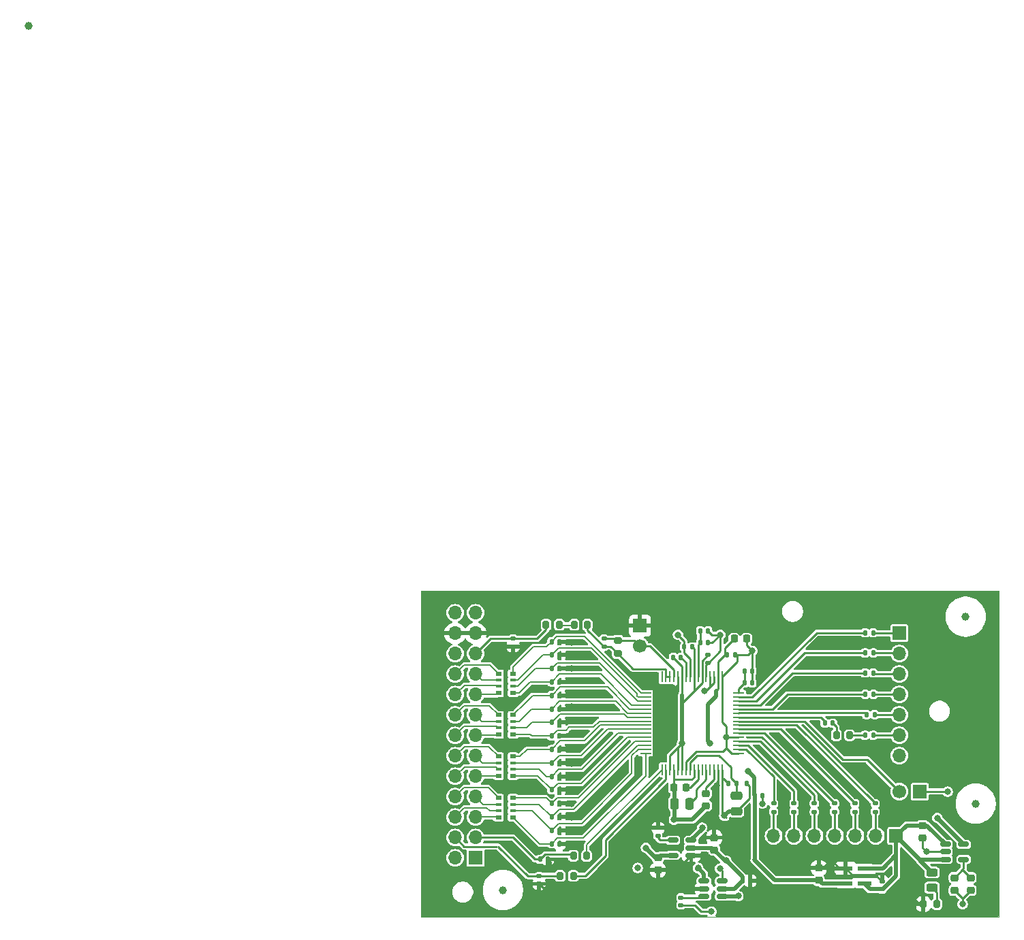
<source format=gbr>
%TF.GenerationSoftware,KiCad,Pcbnew,9.0.5-1.fc42*%
%TF.CreationDate,2025-11-21T18:00:37+01:00*%
%TF.ProjectId,bioamplifier,62696f61-6d70-46c6-9966-6965722e6b69,rev?*%
%TF.SameCoordinates,Original*%
%TF.FileFunction,Copper,L1,Top*%
%TF.FilePolarity,Positive*%
%FSLAX46Y46*%
G04 Gerber Fmt 4.6, Leading zero omitted, Abs format (unit mm)*
G04 Created by KiCad (PCBNEW 9.0.5-1.fc42) date 2025-11-21 18:00:37*
%MOMM*%
%LPD*%
G01*
G04 APERTURE LIST*
G04 Aperture macros list*
%AMRoundRect*
0 Rectangle with rounded corners*
0 $1 Rounding radius*
0 $2 $3 $4 $5 $6 $7 $8 $9 X,Y pos of 4 corners*
0 Add a 4 corners polygon primitive as box body*
4,1,4,$2,$3,$4,$5,$6,$7,$8,$9,$2,$3,0*
0 Add four circle primitives for the rounded corners*
1,1,$1+$1,$2,$3*
1,1,$1+$1,$4,$5*
1,1,$1+$1,$6,$7*
1,1,$1+$1,$8,$9*
0 Add four rect primitives between the rounded corners*
20,1,$1+$1,$2,$3,$4,$5,0*
20,1,$1+$1,$4,$5,$6,$7,0*
20,1,$1+$1,$6,$7,$8,$9,0*
20,1,$1+$1,$8,$9,$2,$3,0*%
G04 Aperture macros list end*
%TA.AperFunction,ComponentPad*%
%ADD10R,1.700000X1.700000*%
%TD*%
%TA.AperFunction,ComponentPad*%
%ADD11C,1.700000*%
%TD*%
%TA.AperFunction,SMDPad,CuDef*%
%ADD12R,1.805236X0.612132*%
%TD*%
%TA.AperFunction,SMDPad,CuDef*%
%ADD13RoundRect,0.135000X-0.185000X0.135000X-0.185000X-0.135000X0.185000X-0.135000X0.185000X0.135000X0*%
%TD*%
%TA.AperFunction,SMDPad,CuDef*%
%ADD14RoundRect,0.140000X0.140000X0.170000X-0.140000X0.170000X-0.140000X-0.170000X0.140000X-0.170000X0*%
%TD*%
%TA.AperFunction,SMDPad,CuDef*%
%ADD15R,0.800000X0.500000*%
%TD*%
%TA.AperFunction,SMDPad,CuDef*%
%ADD16R,0.800000X0.400000*%
%TD*%
%TA.AperFunction,SMDPad,CuDef*%
%ADD17C,1.000000*%
%TD*%
%TA.AperFunction,SMDPad,CuDef*%
%ADD18RoundRect,0.200000X-0.200000X-0.275000X0.200000X-0.275000X0.200000X0.275000X-0.200000X0.275000X0*%
%TD*%
%TA.AperFunction,SMDPad,CuDef*%
%ADD19RoundRect,0.250000X-0.475000X0.250000X-0.475000X-0.250000X0.475000X-0.250000X0.475000X0.250000X0*%
%TD*%
%TA.AperFunction,SMDPad,CuDef*%
%ADD20RoundRect,0.200000X0.200000X0.275000X-0.200000X0.275000X-0.200000X-0.275000X0.200000X-0.275000X0*%
%TD*%
%TA.AperFunction,SMDPad,CuDef*%
%ADD21RoundRect,0.135000X-0.135000X-0.185000X0.135000X-0.185000X0.135000X0.185000X-0.135000X0.185000X0*%
%TD*%
%TA.AperFunction,SMDPad,CuDef*%
%ADD22RoundRect,0.140000X0.170000X-0.140000X0.170000X0.140000X-0.170000X0.140000X-0.170000X-0.140000X0*%
%TD*%
%TA.AperFunction,SMDPad,CuDef*%
%ADD23RoundRect,0.147500X0.147500X0.172500X-0.147500X0.172500X-0.147500X-0.172500X0.147500X-0.172500X0*%
%TD*%
%TA.AperFunction,SMDPad,CuDef*%
%ADD24RoundRect,0.140000X-0.170000X0.140000X-0.170000X-0.140000X0.170000X-0.140000X0.170000X0.140000X0*%
%TD*%
%TA.AperFunction,SMDPad,CuDef*%
%ADD25RoundRect,0.140000X-0.140000X-0.170000X0.140000X-0.170000X0.140000X0.170000X-0.140000X0.170000X0*%
%TD*%
%TA.AperFunction,SMDPad,CuDef*%
%ADD26RoundRect,0.150000X0.512500X0.150000X-0.512500X0.150000X-0.512500X-0.150000X0.512500X-0.150000X0*%
%TD*%
%TA.AperFunction,SMDPad,CuDef*%
%ADD27RoundRect,0.150000X-0.512500X-0.150000X0.512500X-0.150000X0.512500X0.150000X-0.512500X0.150000X0*%
%TD*%
%TA.AperFunction,SMDPad,CuDef*%
%ADD28RoundRect,0.250000X0.250000X0.475000X-0.250000X0.475000X-0.250000X-0.475000X0.250000X-0.475000X0*%
%TD*%
%TA.AperFunction,SMDPad,CuDef*%
%ADD29RoundRect,0.225000X0.250000X-0.225000X0.250000X0.225000X-0.250000X0.225000X-0.250000X-0.225000X0*%
%TD*%
%TA.AperFunction,SMDPad,CuDef*%
%ADD30RoundRect,0.225000X-0.250000X0.225000X-0.250000X-0.225000X0.250000X-0.225000X0.250000X0.225000X0*%
%TD*%
%TA.AperFunction,SMDPad,CuDef*%
%ADD31R,1.346200X0.279400*%
%TD*%
%TA.AperFunction,SMDPad,CuDef*%
%ADD32R,0.279400X1.346200*%
%TD*%
%TA.AperFunction,SMDPad,CuDef*%
%ADD33RoundRect,0.200000X0.275000X-0.200000X0.275000X0.200000X-0.275000X0.200000X-0.275000X-0.200000X0*%
%TD*%
%TA.AperFunction,ComponentPad*%
%ADD34O,1.700000X1.700000*%
%TD*%
%TA.AperFunction,SMDPad,CuDef*%
%ADD35RoundRect,0.225000X-0.225000X-0.250000X0.225000X-0.250000X0.225000X0.250000X-0.225000X0.250000X0*%
%TD*%
%TA.AperFunction,SMDPad,CuDef*%
%ADD36RoundRect,0.243750X0.456250X-0.243750X0.456250X0.243750X-0.456250X0.243750X-0.456250X-0.243750X0*%
%TD*%
%TA.AperFunction,SMDPad,CuDef*%
%ADD37RoundRect,0.225000X0.225000X0.250000X-0.225000X0.250000X-0.225000X-0.250000X0.225000X-0.250000X0*%
%TD*%
%TA.AperFunction,ViaPad*%
%ADD38C,0.800000*%
%TD*%
%TA.AperFunction,Conductor*%
%ADD39C,0.250000*%
%TD*%
%TA.AperFunction,Conductor*%
%ADD40C,0.500000*%
%TD*%
%TA.AperFunction,Conductor*%
%ADD41C,0.160000*%
%TD*%
%TA.AperFunction,Conductor*%
%ADD42C,0.200000*%
%TD*%
%TA.AperFunction,Profile*%
%ADD43C,0.100000*%
%TD*%
G04 APERTURE END LIST*
D10*
%TO.P,J4,1,Pin_1*%
%TO.N,GNDA*%
X77780000Y-76370000D03*
D11*
%TO.P,J4,2,Pin_2*%
%TO.N,BIASINV*%
X77780000Y-78910000D03*
%TD*%
D12*
%TO.P,U8,1,IN*%
%TO.N,3.3V_UNREG*%
X105650483Y-108450001D03*
%TO.P,U8,2,GND*%
%TO.N,GNDA*%
X105650483Y-107500000D03*
%TO.P,U8,3,EN*%
%TO.N,3.3V_UNREG*%
X105650483Y-106549999D03*
%TO.P,U8,4,NC*%
%TO.N,GNDA*%
X103349517Y-106549999D03*
%TO.P,U8,5,OUT*%
%TO.N,AVDD*%
X103349517Y-108450001D03*
%TD*%
D13*
%TO.P,R14,1*%
%TO.N,/DIN*%
X94385557Y-98490000D03*
%TO.P,R14,2*%
%TO.N,Net-(J1-Pin_7)*%
X94385557Y-99510000D03*
%TD*%
D14*
%TO.P,C17,1*%
%TO.N,GNDA*%
X67750000Y-83376709D03*
%TO.P,C17,2*%
%TO.N,IN7P*%
X66790000Y-83376709D03*
%TD*%
D15*
%TO.P,RN4,1,R1.1*%
%TO.N,IN7P*%
X62000000Y-84723435D03*
D16*
%TO.P,RN4,2,R2.1*%
%TO.N,IN7N*%
X62000000Y-83923435D03*
%TO.P,RN4,3,R3.1*%
%TO.N,IN8P*%
X62000000Y-83123435D03*
D15*
%TO.P,RN4,4,R4.1*%
%TO.N,IN8N*%
X62000000Y-82323435D03*
%TO.P,RN4,5,R4.2*%
%TO.N,/Electrodes input/N8*%
X60200000Y-82323435D03*
D16*
%TO.P,RN4,6,R3.2*%
%TO.N,/Electrodes input/P8*%
X60200000Y-83123435D03*
%TO.P,RN4,7,R2.2*%
%TO.N,/Electrodes input/N7*%
X60200000Y-83923435D03*
D15*
%TO.P,RN4,8,R1.2*%
%TO.N,/Electrodes input/P7*%
X60200000Y-84723435D03*
%TD*%
D17*
%TO.P,FID4,*%
%TO.N,*%
X60750000Y-109250000D03*
%TD*%
D18*
%TO.P,R22,1*%
%TO.N,/Electrodes input/BIAS*%
X66100000Y-76250000D03*
%TO.P,R22,2*%
%TO.N,/Electrodes input/BIASOUT_IN*%
X67750000Y-76250000D03*
%TD*%
D13*
%TO.P,R10,1*%
%TO.N,/CHIP_SEL*%
X104477111Y-98490000D03*
%TO.P,R10,2*%
%TO.N,Net-(J1-Pin_3)*%
X104477111Y-99510000D03*
%TD*%
D17*
%TO.P,FID5,*%
%TO.N,*%
X1775000Y-1775000D03*
%TD*%
D19*
%TO.P,C5,1*%
%TO.N,Net-(U1-VREFP)*%
X89750000Y-97550000D03*
%TO.P,C5,2*%
%TO.N,AVSS*%
X89750000Y-99450000D03*
%TD*%
D14*
%TO.P,C16,1*%
%TO.N,GNDA*%
X67750000Y-88407532D03*
%TO.P,C16,2*%
%TO.N,IN5N*%
X66790000Y-88407532D03*
%TD*%
D20*
%TO.P,R15,1*%
%TO.N,Net-(D2-K)*%
X114650000Y-111000000D03*
%TO.P,R15,2*%
%TO.N,GNDA*%
X113000000Y-111000000D03*
%TD*%
D14*
%TO.P,C4,1*%
%TO.N,Net-(U1-VREFP)*%
X89730000Y-96000000D03*
%TO.P,C4,2*%
%TO.N,AVSS*%
X88770000Y-96000000D03*
%TD*%
D21*
%TO.P,R7,1*%
%TO.N,/DOUT*%
X105912865Y-87422865D03*
%TO.P,R7,2*%
%TO.N,Net-(J3-Pin_5)*%
X106932865Y-87422865D03*
%TD*%
D17*
%TO.P,FID2,*%
%TO.N,*%
X119500000Y-98500000D03*
%TD*%
D21*
%TO.P,R8,1*%
%TO.N,/GPIO1*%
X105740000Y-90000000D03*
%TO.P,R8,2*%
%TO.N,Net-(J3-Pin_6)*%
X106760000Y-90000000D03*
%TD*%
D22*
%TO.P,C45,1*%
%TO.N,Net-(U11-CAP+)*%
X82860000Y-111140000D03*
%TO.P,C45,2*%
%TO.N,Net-(U11-CAP-)*%
X82860000Y-110180000D03*
%TD*%
D14*
%TO.P,C32,1*%
%TO.N,GNDA*%
X67750000Y-80022827D03*
%TO.P,C32,2*%
%TO.N,IN8P*%
X66790000Y-80022827D03*
%TD*%
D23*
%TO.P,D1,1,K*%
%TO.N,Net-(D1-K)*%
X101735000Y-88500000D03*
%TO.P,D1,2,A*%
%TO.N,Net-(D1-A)*%
X100765000Y-88500000D03*
%TD*%
D24*
%TO.P,C23,1*%
%TO.N,AVDD*%
X86250000Y-80020000D03*
%TO.P,C23,2*%
%TO.N,AVSS*%
X86250000Y-80980000D03*
%TD*%
%TO.P,C25,1*%
%TO.N,GNDA*%
X107849517Y-108195001D03*
%TO.P,C25,2*%
%TO.N,3.3V_UNREG*%
X107849517Y-109155001D03*
%TD*%
D14*
%TO.P,C21,1*%
%TO.N,AVDD*%
X91980000Y-96000000D03*
%TO.P,C21,2*%
%TO.N,AVSS*%
X91020000Y-96000000D03*
%TD*%
%TO.P,C13,1*%
%TO.N,GNDA*%
X67750000Y-96792236D03*
%TO.P,C13,2*%
%TO.N,IN3P*%
X66790000Y-96792236D03*
%TD*%
D25*
%TO.P,C20,1*%
%TO.N,Net-(C19-Pad1)*%
X90770000Y-82000000D03*
%TO.P,C20,2*%
%TO.N,GNDD*%
X91730000Y-82000000D03*
%TD*%
D26*
%TO.P,U7,1,GND*%
%TO.N,GNDA*%
X84137500Y-104950000D03*
%TO.P,U7,2,IN*%
%TO.N,-2.5V_UNREG*%
X84137500Y-104000000D03*
%TO.P,U7,3,EN*%
%TO.N,DVDD*%
X84137500Y-103050000D03*
%TO.P,U7,4,NR*%
%TO.N,Net-(U7-NR)*%
X81862500Y-103050000D03*
%TO.P,U7,5,OUT*%
%TO.N,AVSS*%
X81862500Y-104950000D03*
%TD*%
D15*
%TO.P,RN1,1,R1.1*%
%TO.N,IN1P*%
X62000000Y-100200000D03*
D16*
%TO.P,RN1,2,R2.1*%
%TO.N,IN1N*%
X62000000Y-99400000D03*
%TO.P,RN1,3,R3.1*%
%TO.N,IN2P*%
X62000000Y-98600000D03*
D15*
%TO.P,RN1,4,R4.1*%
%TO.N,IN2N*%
X62000000Y-97800000D03*
%TO.P,RN1,5,R4.2*%
%TO.N,/Electrodes input/N2*%
X60200000Y-97800000D03*
D16*
%TO.P,RN1,6,R3.2*%
%TO.N,/Electrodes input/P2*%
X60200000Y-98600000D03*
%TO.P,RN1,7,R2.2*%
%TO.N,/Electrodes input/N1*%
X60200000Y-99400000D03*
D15*
%TO.P,RN1,8,R1.2*%
%TO.N,/Electrodes input/P1*%
X60200000Y-100200000D03*
%TD*%
D25*
%TO.P,C1,1*%
%TO.N,AVDD*%
X92020000Y-97500000D03*
%TO.P,C1,2*%
%TO.N,GNDD*%
X92980000Y-97500000D03*
%TD*%
D27*
%TO.P,U6,1,IN*%
%TO.N,3.3V_UNREG*%
X115725000Y-103550000D03*
%TO.P,U6,2,GND*%
%TO.N,GNDD*%
X115725000Y-104500000D03*
%TO.P,U6,3,EN*%
%TO.N,3.3V_UNREG*%
X115725000Y-105450000D03*
%TO.P,U6,4,NR*%
%TO.N,Net-(U6-NR)*%
X118000000Y-105450000D03*
%TO.P,U6,5,OUT*%
%TO.N,DVDD*%
X118000000Y-103550000D03*
%TD*%
D13*
%TO.P,R11,1*%
%TO.N,/START_CONV*%
X101954223Y-98490000D03*
%TO.P,R11,2*%
%TO.N,Net-(J1-Pin_4)*%
X101954223Y-99510000D03*
%TD*%
D18*
%TO.P,R2,1*%
%TO.N,/Electrodes input/REF2*%
X67845000Y-107500000D03*
%TO.P,R2,2*%
%TO.N,SRB2*%
X69495000Y-107500000D03*
%TD*%
D24*
%TO.P,C37,1*%
%TO.N,/Electrodes input/REF2*%
X65250000Y-107520000D03*
%TO.P,C37,2*%
%TO.N,GNDA*%
X65250000Y-108480000D03*
%TD*%
D22*
%TO.P,C39,1*%
%TO.N,GNDA*%
X62000000Y-78960000D03*
%TO.P,C39,2*%
%TO.N,/Electrodes input/BIAS*%
X62000000Y-78000000D03*
%TD*%
D14*
%TO.P,C38,1*%
%TO.N,GNDA*%
X66305000Y-105418850D03*
%TO.P,C38,2*%
%TO.N,/Electrodes input/REF1*%
X65345000Y-105418850D03*
%TD*%
%TO.P,C33,1*%
%TO.N,GNDA*%
X67750000Y-78345886D03*
%TO.P,C33,2*%
%TO.N,IN8N*%
X66790000Y-78345886D03*
%TD*%
D28*
%TO.P,C9,1*%
%TO.N,Net-(U1-VCAP1)*%
X83950000Y-98500000D03*
%TO.P,C9,2*%
%TO.N,AVSS*%
X82050000Y-98500000D03*
%TD*%
D22*
%TO.P,C44,1*%
%TO.N,Net-(U7-NR)*%
X80000000Y-102480000D03*
%TO.P,C44,2*%
%TO.N,GNDA*%
X80000000Y-101520000D03*
%TD*%
D14*
%TO.P,C36,1*%
%TO.N,GNDA*%
X67750000Y-98469177D03*
%TO.P,C36,2*%
%TO.N,IN2N*%
X66790000Y-98469177D03*
%TD*%
D29*
%TO.P,C42,1*%
%TO.N,-2.5V_UNREG*%
X87000000Y-104275000D03*
%TO.P,C42,2*%
%TO.N,GNDA*%
X87000000Y-102725000D03*
%TD*%
D10*
%TO.P,J5,1,Pin_1*%
%TO.N,GNDD*%
X112540000Y-97000000D03*
D11*
%TO.P,J5,2,Pin_2*%
%TO.N,/DAISY-IN*%
X110000000Y-97000000D03*
%TD*%
D14*
%TO.P,C35,1*%
%TO.N,GNDA*%
X67750000Y-91761413D03*
%TO.P,C35,2*%
%TO.N,IN4N*%
X66790000Y-91761413D03*
%TD*%
D30*
%TO.P,C41,1*%
%TO.N,Net-(U6-NR)*%
X116862500Y-107725000D03*
%TO.P,C41,2*%
%TO.N,GNDD*%
X116862500Y-109275000D03*
%TD*%
D14*
%TO.P,C18,1*%
%TO.N,GNDA*%
X67750000Y-81699768D03*
%TO.P,C18,2*%
%TO.N,IN7N*%
X66790000Y-81699768D03*
%TD*%
%TO.P,C26,1*%
%TO.N,GNDA*%
X67750000Y-100146118D03*
%TO.P,C26,2*%
%TO.N,IN2P*%
X66790000Y-100146118D03*
%TD*%
D13*
%TO.P,R13,1*%
%TO.N,/PWDN*%
X96908446Y-98490000D03*
%TO.P,R13,2*%
%TO.N,Net-(J1-Pin_6)*%
X96908446Y-99510000D03*
%TD*%
D14*
%TO.P,C31,1*%
%TO.N,GNDA*%
X67750000Y-85053650D03*
%TO.P,C31,2*%
%TO.N,IN6N*%
X66790000Y-85053650D03*
%TD*%
%TO.P,C34,1*%
%TO.N,GNDA*%
X67750000Y-93438354D03*
%TO.P,C34,2*%
%TO.N,IN4P*%
X66790000Y-93438354D03*
%TD*%
%TO.P,C14,1*%
%TO.N,GNDA*%
X67750000Y-95115295D03*
%TO.P,C14,2*%
%TO.N,IN3N*%
X66790000Y-95115295D03*
%TD*%
D13*
%TO.P,R9,1*%
%TO.N,/SCLK*%
X107000000Y-98490000D03*
%TO.P,R9,2*%
%TO.N,Net-(J1-Pin_2)*%
X107000000Y-99510000D03*
%TD*%
D31*
%TO.P,U1,1,IN8N*%
%TO.N,IN8N*%
X78471500Y-84750000D03*
%TO.P,U1,2,IN8P*%
%TO.N,IN8P*%
X78471500Y-85249999D03*
%TO.P,U1,3,IN7N*%
%TO.N,IN7N*%
X78471500Y-85750000D03*
%TO.P,U1,4,IN7P*%
%TO.N,IN7P*%
X78471500Y-86249999D03*
%TO.P,U1,5,IN6N*%
%TO.N,IN6N*%
X78471500Y-86750001D03*
%TO.P,U1,6,IN6P*%
%TO.N,IN6P*%
X78471500Y-87250000D03*
%TO.P,U1,7,IN5N*%
%TO.N,IN5N*%
X78471500Y-87749999D03*
%TO.P,U1,8,IN5P*%
%TO.N,IN5P*%
X78471500Y-88250000D03*
%TO.P,U1,9,IN4N*%
%TO.N,IN4N*%
X78471500Y-88750000D03*
%TO.P,U1,10,IN4P*%
%TO.N,IN4P*%
X78471500Y-89250001D03*
%TO.P,U1,11,IN3N*%
%TO.N,IN3N*%
X78471500Y-89750000D03*
%TO.P,U1,12,IN3P*%
%TO.N,IN3P*%
X78471500Y-90249999D03*
%TO.P,U1,13,IN2N*%
%TO.N,IN2N*%
X78471500Y-90750001D03*
%TO.P,U1,14,IN2P*%
%TO.N,IN2P*%
X78471500Y-91250000D03*
%TO.P,U1,15,IN1N*%
%TO.N,IN1N*%
X78471500Y-91750001D03*
%TO.P,U1,16,IN1P*%
%TO.N,IN1P*%
X78471500Y-92250000D03*
D32*
%TO.P,U1,17,SRB1*%
%TO.N,SRB1*%
X80500000Y-94278500D03*
%TO.P,U1,18,SRB2*%
%TO.N,SRB2*%
X80999999Y-94278500D03*
%TO.P,U1,19,AVDD*%
%TO.N,AVDD*%
X81500000Y-94278500D03*
%TO.P,U1,20,AVSS*%
%TO.N,AVSS*%
X81999999Y-94278500D03*
%TO.P,U1,21,AVDD*%
%TO.N,AVDD*%
X82500001Y-94278500D03*
%TO.P,U1,22,AVDD*%
X83000000Y-94278500D03*
%TO.P,U1,23,AVSS*%
%TO.N,GNDD*%
X83499999Y-94278500D03*
%TO.P,U1,24,VREFP*%
%TO.N,Net-(U1-VREFP)*%
X84000000Y-94278500D03*
%TO.P,U1,25,VREFN*%
%TO.N,AVSS*%
X84500000Y-94278500D03*
%TO.P,U1,26,VCAP4*%
%TO.N,Net-(U1-VCAP4)*%
X85000001Y-94278500D03*
%TO.P,U1,27,NC*%
%TO.N,unconnected-(U1-NC-Pad27)*%
X85500000Y-94278500D03*
%TO.P,U1,28,VCAP1*%
%TO.N,Net-(U1-VCAP1)*%
X85999999Y-94278500D03*
%TO.P,U1,29,NC*%
%TO.N,unconnected-(U1-NC-Pad29)*%
X86500001Y-94278500D03*
%TO.P,U1,30,VCAP2*%
%TO.N,Net-(U1-VCAP2)*%
X87000000Y-94278500D03*
%TO.P,U1,31,RESV1*%
%TO.N,GNDA*%
X87500001Y-94278500D03*
%TO.P,U1,32,AVSS*%
%TO.N,AVSS*%
X88000000Y-94278500D03*
D31*
%TO.P,U1,33,DGND*%
%TO.N,GNDD*%
X90028500Y-92250000D03*
%TO.P,U1,34,DIN*%
%TO.N,/DIN*%
X90028500Y-91750001D03*
%TO.P,U1,35,\u002APWDN*%
%TO.N,/PWDN*%
X90028500Y-91250000D03*
%TO.P,U1,36,\u002ARESET*%
%TO.N,/RESET*%
X90028500Y-90750001D03*
%TO.P,U1,37,CLK*%
%TO.N,GNDD*%
X90028500Y-90249999D03*
%TO.P,U1,38,START*%
%TO.N,/START_CONV*%
X90028500Y-89750000D03*
%TO.P,U1,39,\u002ACS*%
%TO.N,/CHIP_SEL*%
X90028500Y-89250001D03*
%TO.P,U1,40,SCLK*%
%TO.N,/SCLK*%
X90028500Y-88750000D03*
%TO.P,U1,41,DAISY_IN*%
%TO.N,/DAISY-IN*%
X90028500Y-88250000D03*
%TO.P,U1,42,GPIO1*%
%TO.N,Net-(D1-A)*%
X90028500Y-87749999D03*
%TO.P,U1,43,DOUT*%
%TO.N,/DOUT*%
X90028500Y-87250000D03*
%TO.P,U1,44,GPIO2*%
%TO.N,/GPIO2*%
X90028500Y-86750001D03*
%TO.P,U1,45,GPIO3*%
%TO.N,/GPIO3*%
X90028500Y-86249999D03*
%TO.P,U1,46,GPIO4*%
%TO.N,/GPIO4*%
X90028500Y-85750000D03*
%TO.P,U1,47,\u002ADRDY*%
%TO.N,/DRDY*%
X90028500Y-85249999D03*
%TO.P,U1,48,DVDD*%
%TO.N,Net-(C19-Pad1)*%
X90028500Y-84750000D03*
D32*
%TO.P,U1,49,DGND*%
%TO.N,GNDD*%
X88000000Y-82721500D03*
%TO.P,U1,50,DVDD*%
%TO.N,DVDD*%
X87500001Y-82721500D03*
%TO.P,U1,51,DGND*%
%TO.N,GNDD*%
X87000000Y-82721500D03*
%TO.P,U1,52,CLKSEL*%
X86500001Y-82721500D03*
%TO.P,U1,53,AVSS1*%
%TO.N,AVSS*%
X85999999Y-82721500D03*
%TO.P,U1,54,AVDD1*%
%TO.N,AVDD*%
X85500000Y-82721500D03*
%TO.P,U1,55,VCAP3*%
%TO.N,Net-(U1-VCAP3)*%
X85000001Y-82721500D03*
%TO.P,U1,56,AVDD*%
%TO.N,AVDD*%
X84500000Y-82721500D03*
%TO.P,U1,57,AVSS*%
%TO.N,AVSS*%
X84000000Y-82721500D03*
%TO.P,U1,58,AVSS*%
X83499999Y-82721500D03*
%TO.P,U1,59,AVDD*%
%TO.N,AVDD*%
X83000000Y-82721500D03*
%TO.P,U1,60,BIASREF*%
%TO.N,GNDA*%
X82500001Y-82721500D03*
%TO.P,U1,61,BIASINV*%
%TO.N,BIASINV*%
X81999999Y-82721500D03*
%TO.P,U1,62,BIASIN*%
%TO.N,BIASOUT*%
X81500000Y-82721500D03*
%TO.P,U1,63,BIASOUT*%
X80999999Y-82721500D03*
%TO.P,U1,64,RESERVED*%
%TO.N,unconnected-(U1-RESERVED-Pad64)*%
X80500000Y-82721500D03*
%TD*%
D25*
%TO.P,C7,1*%
%TO.N,Net-(U1-VCAP3)*%
X85270000Y-77000000D03*
%TO.P,C7,2*%
%TO.N,AVSS*%
X86230000Y-77000000D03*
%TD*%
D14*
%TO.P,C11,1*%
%TO.N,GNDA*%
X67750000Y-103500000D03*
%TO.P,C11,2*%
%TO.N,IN1P*%
X66790000Y-103500000D03*
%TD*%
D18*
%TO.P,R20,1*%
%TO.N,/Electrodes input/REF1*%
X69500000Y-105000000D03*
%TO.P,R20,2*%
%TO.N,SRB1*%
X71150000Y-105000000D03*
%TD*%
D33*
%TO.P,R18,1*%
%TO.N,BIASOUT*%
X75000000Y-79825000D03*
%TO.P,R18,2*%
%TO.N,BIASINV*%
X75000000Y-78175000D03*
%TD*%
D25*
%TO.P,C19,1*%
%TO.N,Net-(C19-Pad1)*%
X90770000Y-83500000D03*
%TO.P,C19,2*%
%TO.N,GNDD*%
X91730000Y-83500000D03*
%TD*%
%TO.P,C22,1*%
%TO.N,AVDD*%
X81905962Y-80308321D03*
%TO.P,C22,2*%
%TO.N,AVSS*%
X82865962Y-80308321D03*
%TD*%
D14*
%TO.P,C28,1*%
%TO.N,GNDA*%
X67750000Y-86730591D03*
%TO.P,C28,2*%
%TO.N,IN6P*%
X66790000Y-86730591D03*
%TD*%
D21*
%TO.P,R3,1*%
%TO.N,/DRDY*%
X105740000Y-77250000D03*
%TO.P,R3,2*%
%TO.N,Net-(J3-Pin_1)*%
X106760000Y-77250000D03*
%TD*%
D10*
%TO.P,J3,1,Pin_1*%
%TO.N,Net-(J3-Pin_1)*%
X110000000Y-77300000D03*
D34*
%TO.P,J3,2,Pin_2*%
%TO.N,Net-(J3-Pin_2)*%
X110000000Y-79840000D03*
%TO.P,J3,3,Pin_3*%
%TO.N,Net-(J3-Pin_3)*%
X110000000Y-82380000D03*
%TO.P,J3,4,Pin_4*%
%TO.N,Net-(J3-Pin_4)*%
X110000000Y-84920000D03*
%TO.P,J3,5,Pin_5*%
%TO.N,Net-(J3-Pin_5)*%
X110000000Y-87460000D03*
%TO.P,J3,6,Pin_6*%
%TO.N,Net-(J3-Pin_6)*%
X110000000Y-90000000D03*
%TO.P,J3,7,Pin_7*%
%TO.N,GNDD*%
X110000000Y-92540000D03*
%TD*%
D21*
%TO.P,R5,1*%
%TO.N,/GPIO3*%
X105740000Y-82250000D03*
%TO.P,R5,2*%
%TO.N,Net-(J3-Pin_3)*%
X106760000Y-82250000D03*
%TD*%
D24*
%TO.P,C30,1*%
%TO.N,BIASINV*%
X73305000Y-78000000D03*
%TO.P,C30,2*%
%TO.N,BIASOUT*%
X73305000Y-78960000D03*
%TD*%
D35*
%TO.P,C3,1*%
%TO.N,DVDD*%
X89475000Y-78000000D03*
%TO.P,C3,2*%
%TO.N,GNDD*%
X91025000Y-78000000D03*
%TD*%
D25*
%TO.P,C46,1*%
%TO.N,-2.5V_UNREG*%
X90520000Y-108087500D03*
%TO.P,C46,2*%
%TO.N,GNDA*%
X91480000Y-108087500D03*
%TD*%
%TO.P,C6,1*%
%TO.N,Net-(U1-VCAP3)*%
X85270000Y-78500000D03*
%TO.P,C6,2*%
%TO.N,AVSS*%
X86230000Y-78500000D03*
%TD*%
D30*
%TO.P,C43,1*%
%TO.N,AVSS*%
X80000000Y-105225000D03*
%TO.P,C43,2*%
%TO.N,GNDA*%
X80000000Y-106775000D03*
%TD*%
D10*
%TO.P,J2,1,Pin_1*%
%TO.N,AVSS*%
X57340000Y-105260000D03*
D34*
%TO.P,J2,2,Pin_2*%
X54800000Y-105260000D03*
%TO.P,J2,3,Pin_3*%
%TO.N,/Electrodes input/REF1*%
X57340000Y-102720000D03*
%TO.P,J2,4,Pin_4*%
%TO.N,/Electrodes input/REF2*%
X54800000Y-102720000D03*
%TO.P,J2,5,Pin_5*%
%TO.N,/Electrodes input/P1*%
X57340000Y-100180000D03*
%TO.P,J2,6,Pin_6*%
%TO.N,/Electrodes input/N1*%
X54800000Y-100180000D03*
%TO.P,J2,7,Pin_7*%
%TO.N,/Electrodes input/P2*%
X57340000Y-97640000D03*
%TO.P,J2,8,Pin_8*%
%TO.N,/Electrodes input/N2*%
X54800000Y-97640000D03*
%TO.P,J2,9,Pin_9*%
%TO.N,/Electrodes input/P3*%
X57340000Y-95100000D03*
%TO.P,J2,10,Pin_10*%
%TO.N,/Electrodes input/N3*%
X54800000Y-95100000D03*
%TO.P,J2,11,Pin_11*%
%TO.N,/Electrodes input/P4*%
X57340000Y-92560000D03*
%TO.P,J2,12,Pin_12*%
%TO.N,/Electrodes input/N4*%
X54800000Y-92560000D03*
%TO.P,J2,13,Pin_13*%
%TO.N,/Electrodes input/P5*%
X57340000Y-90020000D03*
%TO.P,J2,14,Pin_14*%
%TO.N,/Electrodes input/N5*%
X54800000Y-90020000D03*
%TO.P,J2,15,Pin_15*%
%TO.N,/Electrodes input/P6*%
X57340000Y-87480000D03*
%TO.P,J2,16,Pin_16*%
%TO.N,/Electrodes input/N6*%
X54800000Y-87480000D03*
%TO.P,J2,17,Pin_17*%
%TO.N,/Electrodes input/P7*%
X57340000Y-84940000D03*
%TO.P,J2,18,Pin_18*%
%TO.N,/Electrodes input/N7*%
X54800000Y-84940000D03*
%TO.P,J2,19,Pin_19*%
%TO.N,/Electrodes input/P8*%
X57340000Y-82400000D03*
%TO.P,J2,20,Pin_20*%
%TO.N,/Electrodes input/N8*%
X54800000Y-82400000D03*
%TO.P,J2,21,Pin_21*%
%TO.N,/Electrodes input/BIAS*%
X57340000Y-79860000D03*
%TO.P,J2,22,Pin_22*%
X54800000Y-79860000D03*
%TO.P,J2,23,Pin_23*%
%TO.N,GNDA*%
X57340000Y-77320000D03*
%TO.P,J2,24,Pin_24*%
X54800000Y-77320000D03*
%TO.P,J2,25,Pin_25*%
%TO.N,AVDD*%
X57340000Y-74780000D03*
%TO.P,J2,26,Pin_26*%
X54800000Y-74780000D03*
%TD*%
D30*
%TO.P,C27,1*%
%TO.N,3.3V_UNREG*%
X112862500Y-101225000D03*
%TO.P,C27,2*%
%TO.N,GNDD*%
X112862500Y-102775000D03*
%TD*%
D18*
%TO.P,R17,1*%
%TO.N,/Electrodes input/BIASOUT_IN*%
X69600000Y-76250000D03*
%TO.P,R17,2*%
%TO.N,BIASOUT*%
X71250000Y-76250000D03*
%TD*%
D25*
%TO.P,C2,1*%
%TO.N,DVDD*%
X88615000Y-80000000D03*
%TO.P,C2,2*%
%TO.N,GNDD*%
X89575000Y-80000000D03*
%TD*%
D17*
%TO.P,FID3,*%
%TO.N,*%
X118250000Y-75250000D03*
%TD*%
D27*
%TO.P,U11,1,V+*%
%TO.N,DVDD*%
X85725000Y-108137500D03*
%TO.P,U11,2,GND*%
%TO.N,GNDA*%
X85725000Y-109087500D03*
%TO.P,U11,3,CAP-*%
%TO.N,Net-(U11-CAP-)*%
X85725000Y-110037500D03*
%TO.P,U11,4,SD*%
%TO.N,DVDD*%
X88000000Y-110037500D03*
%TO.P,U11,5,OUT*%
%TO.N,-2.5V_UNREG*%
X88000000Y-109087500D03*
%TO.P,U11,6,CAP+*%
%TO.N,Net-(U11-CAP+)*%
X88000000Y-108137500D03*
%TD*%
D30*
%TO.P,C29,1*%
%TO.N,Net-(U6-NR)*%
X118862500Y-107725000D03*
%TO.P,C29,2*%
%TO.N,GNDD*%
X118862500Y-109275000D03*
%TD*%
D14*
%TO.P,C12,1*%
%TO.N,GNDA*%
X67750000Y-101823059D03*
%TO.P,C12,2*%
%TO.N,IN1N*%
X66790000Y-101823059D03*
%TD*%
%TO.P,C15,1*%
%TO.N,GNDA*%
X67750000Y-90084473D03*
%TO.P,C15,2*%
%TO.N,IN5P*%
X66790000Y-90084473D03*
%TD*%
D13*
%TO.P,R12,1*%
%TO.N,/RESET*%
X99431334Y-98490000D03*
%TO.P,R12,2*%
%TO.N,Net-(J1-Pin_5)*%
X99431334Y-99510000D03*
%TD*%
D14*
%TO.P,C24,1*%
%TO.N,AVDD*%
X84230000Y-79000000D03*
%TO.P,C24,2*%
%TO.N,AVSS*%
X83270000Y-79000000D03*
%TD*%
D36*
%TO.P,D2,1,K*%
%TO.N,Net-(D2-K)*%
X114062500Y-108937500D03*
%TO.P,D2,2,A*%
%TO.N,3.3V_UNREG*%
X114062500Y-107062500D03*
%TD*%
D15*
%TO.P,RN3,1,R1.1*%
%TO.N,IN3P*%
X62000000Y-95041145D03*
D16*
%TO.P,RN3,2,R2.1*%
%TO.N,IN3N*%
X62000000Y-94241145D03*
%TO.P,RN3,3,R3.1*%
%TO.N,IN4P*%
X62000000Y-93441145D03*
D15*
%TO.P,RN3,4,R4.1*%
%TO.N,IN4N*%
X62000000Y-92641145D03*
%TO.P,RN3,5,R4.2*%
%TO.N,/Electrodes input/N4*%
X60200000Y-92641145D03*
D16*
%TO.P,RN3,6,R3.2*%
%TO.N,/Electrodes input/P4*%
X60200000Y-93441145D03*
%TO.P,RN3,7,R2.2*%
%TO.N,/Electrodes input/N3*%
X60200000Y-94241145D03*
D15*
%TO.P,RN3,8,R1.2*%
%TO.N,/Electrodes input/P3*%
X60200000Y-95041145D03*
%TD*%
D37*
%TO.P,C10,1*%
%TO.N,Net-(U1-VCAP4)*%
X83525000Y-96500000D03*
%TO.P,C10,2*%
%TO.N,AVSS*%
X81975000Y-96500000D03*
%TD*%
D18*
%TO.P,R1,1*%
%TO.N,Net-(D1-K)*%
X102175000Y-90000000D03*
%TO.P,R1,2*%
%TO.N,/GPIO1*%
X103825000Y-90000000D03*
%TD*%
D21*
%TO.P,R6,1*%
%TO.N,/GPIO2*%
X105766826Y-84904542D03*
%TO.P,R6,2*%
%TO.N,Net-(J3-Pin_4)*%
X106786826Y-84904542D03*
%TD*%
D29*
%TO.P,C40,1*%
%TO.N,AVDD*%
X100000000Y-108050000D03*
%TO.P,C40,2*%
%TO.N,GNDA*%
X100000000Y-106500000D03*
%TD*%
D30*
%TO.P,C8,1*%
%TO.N,Net-(U1-VCAP2)*%
X86000000Y-97225000D03*
%TO.P,C8,2*%
%TO.N,AVSS*%
X86000000Y-98775000D03*
%TD*%
D21*
%TO.P,R4,1*%
%TO.N,/GPIO4*%
X105750000Y-79750000D03*
%TO.P,R4,2*%
%TO.N,Net-(J3-Pin_2)*%
X106770000Y-79750000D03*
%TD*%
D15*
%TO.P,RN2,1,R1.1*%
%TO.N,IN5P*%
X62000000Y-89882290D03*
D16*
%TO.P,RN2,2,R2.1*%
%TO.N,IN5N*%
X62000000Y-89082290D03*
%TO.P,RN2,3,R3.1*%
%TO.N,IN6P*%
X62000000Y-88282290D03*
D15*
%TO.P,RN2,4,R4.1*%
%TO.N,IN6N*%
X62000000Y-87482290D03*
%TO.P,RN2,5,R4.2*%
%TO.N,/Electrodes input/N6*%
X60200000Y-87482290D03*
D16*
%TO.P,RN2,6,R3.2*%
%TO.N,/Electrodes input/P6*%
X60200000Y-88282290D03*
%TO.P,RN2,7,R2.2*%
%TO.N,/Electrodes input/N5*%
X60200000Y-89082290D03*
D15*
%TO.P,RN2,8,R1.2*%
%TO.N,/Electrodes input/P5*%
X60200000Y-89882290D03*
%TD*%
D10*
%TO.P,J1,1,Pin_1*%
%TO.N,3.3V_UNREG*%
X109620000Y-102500000D03*
D34*
%TO.P,J1,2,Pin_2*%
%TO.N,Net-(J1-Pin_2)*%
X107080000Y-102500000D03*
%TO.P,J1,3,Pin_3*%
%TO.N,Net-(J1-Pin_3)*%
X104540000Y-102500000D03*
%TO.P,J1,4,Pin_4*%
%TO.N,Net-(J1-Pin_4)*%
X102000000Y-102500000D03*
%TO.P,J1,5,Pin_5*%
%TO.N,Net-(J1-Pin_5)*%
X99460000Y-102500000D03*
%TO.P,J1,6,Pin_6*%
%TO.N,Net-(J1-Pin_6)*%
X96920000Y-102500000D03*
%TO.P,J1,7,Pin_7*%
%TO.N,Net-(J1-Pin_7)*%
X94380000Y-102500000D03*
%TD*%
D38*
%TO.N,AVDD*%
X83000000Y-91000000D03*
X91250000Y-94500000D03*
%TO.N,GNDD*%
X85750000Y-84500000D03*
X91750000Y-79500000D03*
X116000000Y-97000000D03*
X88475500Y-90216800D03*
X113362500Y-104500000D03*
X93000000Y-98500000D03*
X117862500Y-111000000D03*
%TO.N,GNDA*%
X73250000Y-75000000D03*
X69250000Y-95000000D03*
X69250000Y-91500000D03*
X69270000Y-86446852D03*
X69250000Y-101750000D03*
X69249825Y-98499825D03*
X69270000Y-84946852D03*
X111000000Y-111000000D03*
X69250000Y-93500000D03*
X69270000Y-79946852D03*
X69270000Y-81696852D03*
X81750000Y-84500000D03*
X87274662Y-96242371D03*
X81750000Y-107250000D03*
X69250000Y-103500000D03*
X69270000Y-78446852D03*
X82250000Y-108500000D03*
X69250000Y-96750000D03*
X74500000Y-75000000D03*
X109500000Y-111000000D03*
X101500000Y-105500000D03*
X92000000Y-109587500D03*
X111500000Y-110000000D03*
X69270000Y-83196852D03*
X69250000Y-100250000D03*
X66439122Y-108943294D03*
X63800000Y-74800000D03*
X63250000Y-79000000D03*
X81000000Y-108500000D03*
X69270000Y-89696852D03*
X74000000Y-76000000D03*
X66500000Y-106500000D03*
X69270000Y-88196852D03*
%TO.N,-2.5V_UNREG*%
X88500000Y-105587500D03*
%TO.N,AVSS*%
X78500000Y-104000000D03*
X88250000Y-100000000D03*
X87750000Y-77500000D03*
X82500000Y-77500000D03*
X77500000Y-106500000D03*
X82000000Y-100500000D03*
%TO.N,Net-(U11-CAP+)*%
X86670000Y-111930000D03*
X87725000Y-106587500D03*
%TO.N,DVDD*%
X114725000Y-100275000D03*
X85500000Y-101500000D03*
X86500000Y-91000000D03*
X90000000Y-110000000D03*
X85000000Y-106500000D03*
%TD*%
D39*
%TO.N,AVSS*%
X83499999Y-82721500D02*
X83499999Y-80942358D01*
X83499999Y-80942358D02*
X82865962Y-80308321D01*
%TO.N,AVDD*%
X81905962Y-80308321D02*
X83000000Y-81402359D01*
X83000000Y-81402359D02*
X83000000Y-82721500D01*
%TO.N,BIASINV*%
X77780000Y-78910000D02*
X79050000Y-78910000D01*
X79050000Y-78910000D02*
X81999999Y-81859999D01*
X81999999Y-81859999D02*
X81999999Y-82721500D01*
X75000000Y-78175000D02*
X77045000Y-78175000D01*
X77045000Y-78175000D02*
X77780000Y-78910000D01*
%TO.N,AVDD*%
X57340000Y-74780000D02*
X57890000Y-74780000D01*
X85500000Y-82721500D02*
X85500000Y-80770000D01*
X83000000Y-83644600D02*
X83000000Y-85000000D01*
X85500000Y-83500000D02*
X84375000Y-84625000D01*
X83000000Y-91000000D02*
X82500000Y-91500000D01*
X81500000Y-94278500D02*
X81500000Y-92500000D01*
D40*
X100000000Y-108050000D02*
X94550000Y-108050000D01*
X91980000Y-95230000D02*
X91250000Y-94500000D01*
D39*
X82500000Y-91500000D02*
X82500000Y-94278500D01*
D40*
X91980000Y-96000000D02*
X91980000Y-97460000D01*
X100400001Y-108450001D02*
X100000000Y-108050000D01*
X91980000Y-97460000D02*
X92020000Y-97500000D01*
D39*
X84500000Y-84500000D02*
X84375000Y-84625000D01*
D40*
X92000000Y-105500000D02*
X92020000Y-105480000D01*
D39*
X85500000Y-82721500D02*
X85500000Y-83500000D01*
D40*
X94550000Y-108050000D02*
X92000000Y-105500000D01*
D39*
X84375000Y-84625000D02*
X83000000Y-86000000D01*
X84500000Y-79270000D02*
X84230000Y-79000000D01*
X84500000Y-82721500D02*
X84500000Y-84500000D01*
D40*
X91980000Y-96000000D02*
X91980000Y-95230000D01*
D39*
X81500000Y-92500000D02*
X83000000Y-91000000D01*
X85500000Y-80770000D02*
X86250000Y-80020000D01*
D40*
X83000000Y-86000000D02*
X83000000Y-91000000D01*
X103349517Y-108450001D02*
X100400001Y-108450001D01*
D39*
X84500000Y-82721500D02*
X84500000Y-79270000D01*
D40*
X92020000Y-105480000D02*
X92020000Y-97500000D01*
D39*
X83000000Y-91000000D02*
X83000000Y-94278500D01*
D40*
X83000000Y-85000000D02*
X83000000Y-86000000D01*
D39*
X83000000Y-82721500D02*
X83000000Y-83644600D01*
%TO.N,GNDD*%
X87000000Y-82721500D02*
X87000000Y-83500001D01*
X85750000Y-84500000D02*
X86000001Y-84500000D01*
X83499999Y-93275573D02*
X84775572Y-92000000D01*
X89145699Y-92250000D02*
X88475500Y-91579801D01*
X91730000Y-82000000D02*
X91730000Y-79520000D01*
X86500001Y-84000000D02*
X86500001Y-82721500D01*
X89870000Y-80851500D02*
X89870000Y-80000000D01*
X91730000Y-79520000D02*
X91750000Y-79500000D01*
X88475500Y-90216800D02*
X88508699Y-90249999D01*
X116000000Y-97000000D02*
X112540000Y-97000000D01*
X88475500Y-90216800D02*
X88475500Y-88879900D01*
X117862500Y-110275000D02*
X116862500Y-109275000D01*
X91025000Y-78000000D02*
X91025000Y-78775000D01*
X117862500Y-110500000D02*
X117862500Y-110275000D01*
X88508699Y-90249999D02*
X90028500Y-90249999D01*
X92980000Y-97500000D02*
X92980000Y-98480000D01*
X87000000Y-83500001D02*
X86500001Y-84000000D01*
X88000000Y-82721500D02*
X89870000Y-80851500D01*
X91250000Y-80000000D02*
X91750000Y-79500000D01*
X84775572Y-92000000D02*
X88055301Y-92000000D01*
X88475500Y-88879900D02*
X88000000Y-88404400D01*
X113362500Y-104500000D02*
X112862500Y-104000000D01*
X91730000Y-83500000D02*
X91730000Y-82000000D01*
X92980000Y-98480000D02*
X93000000Y-98500000D01*
X115725000Y-104500000D02*
X113362500Y-104500000D01*
X117862500Y-111000000D02*
X117862500Y-110500000D01*
X90028500Y-92250000D02*
X89145699Y-92250000D01*
X83499999Y-94278500D02*
X83499999Y-93275573D01*
X117862500Y-110275000D02*
X118862500Y-109275000D01*
X88475500Y-91579801D02*
X88475500Y-90216800D01*
X89870000Y-80000000D02*
X91250000Y-80000000D01*
X91025000Y-78775000D02*
X91750000Y-79500000D01*
X88055301Y-92000000D02*
X88475500Y-91579801D01*
X88000000Y-88404400D02*
X88000000Y-82721500D01*
X112862500Y-104000000D02*
X112862500Y-102775000D01*
X86000001Y-84500000D02*
X86500001Y-84000000D01*
%TO.N,Net-(U1-VREFP)*%
X89750000Y-96020000D02*
X89730000Y-96000000D01*
X87604300Y-92500000D02*
X84856814Y-92500000D01*
X89070400Y-95340400D02*
X89070400Y-93966100D01*
X89750000Y-97725000D02*
X89750000Y-96020000D01*
X89070400Y-93966100D02*
X87604300Y-92500000D01*
X89730000Y-96000000D02*
X89070400Y-95340400D01*
X84856814Y-92500000D02*
X84000000Y-93356814D01*
X84000000Y-93356814D02*
X84000000Y-94278500D01*
%TO.N,GNDA*%
X68986261Y-86730591D02*
X69270000Y-86446852D01*
X65713294Y-108943294D02*
X65250000Y-108480000D01*
X103349517Y-106549999D02*
X102549999Y-106549999D01*
X87500001Y-94278500D02*
X87500000Y-96017033D01*
X91480000Y-109067500D02*
X92000000Y-109587500D01*
X67750000Y-90084473D02*
X68882379Y-90084473D01*
X68882379Y-90084473D02*
X69270000Y-89696852D01*
X66636150Y-105750000D02*
X66305000Y-105418850D01*
X66636150Y-106363850D02*
X66636150Y-105750000D01*
X69207764Y-96792236D02*
X69250000Y-96750000D01*
X107154516Y-107500000D02*
X105650483Y-107500000D01*
X62040000Y-79000000D02*
X62000000Y-78960000D01*
X67750000Y-85053650D02*
X69163202Y-85053650D01*
X81750000Y-107250000D02*
X81837500Y-107250000D01*
X69169034Y-78345886D02*
X69270000Y-78446852D01*
X69163202Y-85053650D02*
X69270000Y-84946852D01*
X81750000Y-84500000D02*
X82500001Y-83749999D01*
X105650483Y-107500000D02*
X104299518Y-107500000D01*
X82500001Y-83749999D02*
X82500001Y-82721500D01*
X80000000Y-107500000D02*
X81000000Y-108500000D01*
X100500000Y-106500000D02*
X101500000Y-105500000D01*
X67750000Y-81699768D02*
X69267084Y-81699768D01*
X87500000Y-96017033D02*
X87274662Y-96242371D01*
X67750000Y-96792236D02*
X69207764Y-96792236D01*
X63250000Y-79000000D02*
X62040000Y-79000000D01*
X67750000Y-78345886D02*
X69169034Y-78345886D01*
X69176941Y-101823059D02*
X69250000Y-101750000D01*
X67750000Y-100146118D02*
X69146118Y-100146118D01*
X67750000Y-103500000D02*
X69250000Y-103500000D01*
X113000000Y-111000000D02*
X112500000Y-111000000D01*
X91480000Y-108087500D02*
X91480000Y-109067500D01*
X82837500Y-109087500D02*
X82250000Y-108500000D01*
X100000000Y-106500000D02*
X100500000Y-106500000D01*
X67750000Y-93438354D02*
X69188354Y-93438354D01*
X67750000Y-101823059D02*
X69176941Y-101823059D01*
X69219177Y-98469177D02*
X69249825Y-98499825D01*
X69090143Y-83376709D02*
X69270000Y-83196852D01*
X69146118Y-100146118D02*
X69250000Y-100250000D01*
X67750000Y-95115295D02*
X69134705Y-95115295D01*
X69267084Y-81699768D02*
X69270000Y-81696852D01*
X85725000Y-109087500D02*
X82837500Y-109087500D01*
X69134705Y-95115295D02*
X69250000Y-95000000D01*
X69194025Y-80022827D02*
X69270000Y-79946852D01*
X67750000Y-80022827D02*
X69194025Y-80022827D01*
X66500000Y-106500000D02*
X66636150Y-106363850D01*
X112500000Y-111000000D02*
X111500000Y-110000000D01*
X80000000Y-106775000D02*
X80000000Y-107500000D01*
X69059320Y-88407532D02*
X69270000Y-88196852D01*
X67750000Y-88407532D02*
X69059320Y-88407532D01*
X69250000Y-91500000D02*
X68011413Y-91500000D01*
X81837500Y-107250000D02*
X84137500Y-104950000D01*
X67750000Y-98469177D02*
X69219177Y-98469177D01*
X107849517Y-108195001D02*
X107154516Y-107500000D01*
X104299518Y-107500000D02*
X103349517Y-106549999D01*
X67750000Y-86730591D02*
X68986261Y-86730591D01*
X69188354Y-93438354D02*
X69250000Y-93500000D01*
X66439122Y-108943294D02*
X65713294Y-108943294D01*
X68011413Y-91500000D02*
X67750000Y-91761413D01*
X67750000Y-83376709D02*
X69090143Y-83376709D01*
X102549999Y-106549999D02*
X101500000Y-105500000D01*
%TO.N,Net-(U1-VCAP2)*%
X86000000Y-96500000D02*
X87000000Y-95500000D01*
X86000000Y-97225000D02*
X86000000Y-96500000D01*
X87000000Y-94278500D02*
X87000000Y-95500000D01*
%TO.N,Net-(U1-VCAP1)*%
X83950000Y-98500000D02*
X84750000Y-97700000D01*
X84750000Y-97700000D02*
X84750000Y-96749999D01*
X85999999Y-95500000D02*
X85999999Y-94278500D01*
X84750000Y-96749999D02*
X85999999Y-95500000D01*
%TO.N,Net-(U1-VCAP4)*%
X85000001Y-95474999D02*
X85000001Y-94278500D01*
X83525000Y-96500000D02*
X83975000Y-96500000D01*
X83975000Y-96500000D02*
X85000001Y-95474999D01*
D41*
%TO.N,/Electrodes input/N1*%
X59080000Y-99400000D02*
X60200000Y-99400000D01*
X55930000Y-99050000D02*
X58730000Y-99050000D01*
X58730000Y-99050000D02*
X59080000Y-99400000D01*
X54800000Y-100180000D02*
X55930000Y-99050000D01*
%TO.N,/Electrodes input/P1*%
X60180000Y-100180000D02*
X60200000Y-100200000D01*
X57340000Y-100180000D02*
X60180000Y-100180000D01*
%TO.N,/Electrodes input/P2*%
X57340000Y-97640000D02*
X58300000Y-98600000D01*
X58300000Y-98600000D02*
X60200000Y-98600000D01*
%TO.N,/Electrodes input/N2*%
X55930000Y-96510000D02*
X58910000Y-96510000D01*
X58910000Y-96510000D02*
X60200000Y-97800000D01*
X54800000Y-97640000D02*
X55930000Y-96510000D01*
D42*
%TO.N,/Electrodes input/N3*%
X55950000Y-93950000D02*
X54800000Y-95100000D01*
X60200000Y-94241145D02*
X59908855Y-93950000D01*
X59908855Y-93950000D02*
X55950000Y-93950000D01*
D41*
%TO.N,/Electrodes input/P3*%
X60141145Y-95100000D02*
X60200000Y-95041145D01*
X57340000Y-95100000D02*
X60141145Y-95100000D01*
D42*
%TO.N,/Electrodes input/N4*%
X58968855Y-91410000D02*
X55950000Y-91410000D01*
X55950000Y-91410000D02*
X54800000Y-92560000D01*
X60200000Y-92641145D02*
X58968855Y-91410000D01*
D41*
%TO.N,/Electrodes input/P4*%
X57340000Y-92560000D02*
X58221145Y-93441145D01*
X58221145Y-93441145D02*
X60200000Y-93441145D01*
%TO.N,/Electrodes input/N5*%
X55930000Y-88890000D02*
X60007710Y-88890000D01*
X60007710Y-88890000D02*
X60200000Y-89082290D01*
X54800000Y-90020000D02*
X55930000Y-88890000D01*
%TO.N,/Electrodes input/P5*%
X57340000Y-90020000D02*
X60062290Y-90020000D01*
X60062290Y-90020000D02*
X60200000Y-89882290D01*
%TO.N,/Electrodes input/N6*%
X59067710Y-86350000D02*
X60200000Y-87482290D01*
X54800000Y-87480000D02*
X55930000Y-86350000D01*
X55930000Y-86350000D02*
X59067710Y-86350000D01*
%TO.N,/Electrodes input/P6*%
X57340000Y-87480000D02*
X58142290Y-88282290D01*
X58142290Y-88282290D02*
X60200000Y-88282290D01*
D42*
%TO.N,/Electrodes input/N7*%
X60066565Y-83790000D02*
X60200000Y-83923435D01*
X55950000Y-83790000D02*
X60066565Y-83790000D01*
X54800000Y-84940000D02*
X55950000Y-83790000D01*
%TO.N,/Electrodes input/P7*%
X57340000Y-84940000D02*
X59983435Y-84940000D01*
X59983435Y-84940000D02*
X60200000Y-84723435D01*
D41*
%TO.N,/Electrodes input/N8*%
X54800000Y-82400000D02*
X55930000Y-81270000D01*
X59146565Y-81270000D02*
X60200000Y-82323435D01*
X55930000Y-81270000D02*
X59146565Y-81270000D01*
D42*
%TO.N,/Electrodes input/P8*%
X58063435Y-83123435D02*
X60200000Y-83123435D01*
X57340000Y-82400000D02*
X58063435Y-83123435D01*
D39*
%TO.N,Net-(C19-Pad1)*%
X90028500Y-84241500D02*
X90770000Y-83500000D01*
X90028500Y-84750000D02*
X90028500Y-84241500D01*
X90770000Y-82000000D02*
X90770000Y-83500000D01*
D40*
%TO.N,3.3V_UNREG*%
X113400000Y-101225000D02*
X115725000Y-103550000D01*
X110895000Y-101225000D02*
X109620000Y-102500000D01*
X114062500Y-107062500D02*
X112570000Y-105570000D01*
X106355483Y-109155001D02*
X106990000Y-109155001D01*
X112570000Y-105450000D02*
X115725000Y-105450000D01*
X106990000Y-109155001D02*
X107982629Y-109155001D01*
X106990000Y-109155001D02*
X107849517Y-109155001D01*
X109620000Y-104880000D02*
X109620000Y-102500000D01*
X105650483Y-108450001D02*
X106355483Y-109155001D01*
X112862500Y-101225000D02*
X113400000Y-101225000D01*
X109620000Y-107517630D02*
X109620000Y-104880000D01*
X107982629Y-109155001D02*
X109620000Y-107517630D01*
X112862500Y-101225000D02*
X110895000Y-101225000D01*
X105650483Y-106549999D02*
X107950001Y-106549999D01*
X107950001Y-106549999D02*
X109620000Y-104880000D01*
X109620000Y-102500000D02*
X112570000Y-105450000D01*
X112570000Y-105570000D02*
X112570000Y-105450000D01*
D39*
%TO.N,Net-(U6-NR)*%
X117812500Y-106775000D02*
X116862500Y-107725000D01*
X117912500Y-106775000D02*
X118862500Y-107725000D01*
X117912500Y-106775000D02*
X117812500Y-106775000D01*
X118000000Y-106587500D02*
X118000000Y-105450000D01*
X117812500Y-106775000D02*
X118000000Y-106587500D01*
D40*
%TO.N,-2.5V_UNREG*%
X89520000Y-109087500D02*
X90520000Y-108087500D01*
X86725000Y-104000000D02*
X84137500Y-104000000D01*
X90520000Y-107607500D02*
X88500000Y-105587500D01*
X90520000Y-108087500D02*
X90520000Y-107607500D01*
X88312500Y-105587500D02*
X87000000Y-104275000D01*
X88500000Y-105587500D02*
X88312500Y-105587500D01*
X88000000Y-109087500D02*
X89520000Y-109087500D01*
X87000000Y-104275000D02*
X86725000Y-104000000D01*
D39*
%TO.N,AVSS*%
X84500000Y-95201600D02*
X84500000Y-94278500D01*
X91349664Y-97850336D02*
X89750000Y-99450000D01*
X88250000Y-100000000D02*
X88500000Y-100250000D01*
X85999999Y-81230001D02*
X86250000Y-80980000D01*
X87750000Y-77500000D02*
X86730000Y-77500000D01*
D40*
X89750000Y-99450000D02*
X88800000Y-99450000D01*
D39*
X86730000Y-77500000D02*
X86230000Y-77000000D01*
X88000000Y-98000000D02*
X88000000Y-97000000D01*
X88190000Y-95420000D02*
X88770000Y-96000000D01*
D40*
X80275000Y-104950000D02*
X80000000Y-105225000D01*
X88800000Y-99450000D02*
X88250000Y-100000000D01*
X84275000Y-100500000D02*
X82000000Y-100500000D01*
D39*
X91349664Y-96329664D02*
X91349664Y-97850336D01*
X88000000Y-95420000D02*
X88190000Y-95420000D01*
X81999999Y-96475001D02*
X81975000Y-96500000D01*
X88000000Y-99750000D02*
X88000000Y-98000000D01*
X84000000Y-80500000D02*
X84000000Y-82721500D01*
X87750000Y-79500000D02*
X87750000Y-77500000D01*
X86270000Y-80980000D02*
X87750000Y-79500000D01*
X85999999Y-82721500D02*
X85999999Y-81230001D01*
D40*
X82050000Y-98500000D02*
X82050000Y-96575000D01*
D39*
X88000000Y-95420000D02*
X88000000Y-94278500D01*
D40*
X86000000Y-98775000D02*
X84275000Y-100500000D01*
D39*
X83270000Y-79770000D02*
X84000000Y-80500000D01*
X88000000Y-97000000D02*
X88000000Y-95420000D01*
X83270000Y-79500000D02*
X83270000Y-78270000D01*
X91020000Y-96000000D02*
X91349664Y-96329664D01*
D40*
X79725000Y-105225000D02*
X78500000Y-104000000D01*
X82050000Y-100450000D02*
X82000000Y-100500000D01*
D39*
X81999999Y-95500000D02*
X84201600Y-95500000D01*
D40*
X82050000Y-96575000D02*
X81975000Y-96500000D01*
D39*
X83270000Y-79500000D02*
X83270000Y-79770000D01*
X88250000Y-100000000D02*
X88000000Y-99750000D01*
X86750000Y-78500000D02*
X87750000Y-77500000D01*
X86230000Y-78500000D02*
X86750000Y-78500000D01*
X81999999Y-95500000D02*
X81999999Y-96475001D01*
X83270000Y-78270000D02*
X82500000Y-77500000D01*
X86250000Y-80980000D02*
X86270000Y-80980000D01*
D40*
X80000000Y-105225000D02*
X79725000Y-105225000D01*
X81862500Y-104950000D02*
X80275000Y-104950000D01*
D39*
X84201600Y-95500000D02*
X84500000Y-95201600D01*
X81999999Y-94278500D02*
X81999999Y-95500000D01*
D40*
X82050000Y-98500000D02*
X82050000Y-100450000D01*
D39*
%TO.N,Net-(U11-CAP+)*%
X84610000Y-111140000D02*
X82860000Y-111140000D01*
X86670000Y-111930000D02*
X85400000Y-111930000D01*
X85400000Y-111930000D02*
X84610000Y-111140000D01*
X88000000Y-106862500D02*
X87725000Y-106587500D01*
X88000000Y-108137500D02*
X88000000Y-106862500D01*
%TO.N,Net-(U11-CAP-)*%
X85582500Y-110180000D02*
X85725000Y-110037500D01*
X82860000Y-110180000D02*
X85582500Y-110180000D01*
%TO.N,/START_CONV*%
X90028500Y-89750000D02*
X93214223Y-89750000D01*
X93214223Y-89750000D02*
X101954223Y-98490000D01*
%TO.N,/PWDN*%
X96908446Y-96908446D02*
X91250000Y-91250000D01*
X96908446Y-98490000D02*
X96908446Y-96908446D01*
X91250000Y-91250000D02*
X90028500Y-91250000D01*
%TO.N,/RESET*%
X99431334Y-97431334D02*
X92750001Y-90750001D01*
X92750001Y-90750001D02*
X90028500Y-90750001D01*
X99431334Y-98490000D02*
X99431334Y-97431334D01*
%TO.N,/GPIO1*%
X103825000Y-90000000D02*
X105740000Y-90000000D01*
%TO.N,/GPIO2*%
X94249999Y-86750001D02*
X96095458Y-84904542D01*
X90028500Y-86750001D02*
X94249999Y-86750001D01*
X96095458Y-84904542D02*
X105766826Y-84904542D01*
%TO.N,/DIN*%
X90951600Y-91750001D02*
X90028500Y-91750001D01*
X94385557Y-98490000D02*
X94385557Y-95183958D01*
X94385557Y-95183958D02*
X90951600Y-91750001D01*
%TO.N,/GPIO3*%
X105740000Y-82250000D02*
X96750000Y-82250000D01*
X92750001Y-86249999D02*
X90028500Y-86249999D01*
X96750000Y-82250000D02*
X92750001Y-86249999D01*
D42*
%TO.N,IN1N*%
X67662059Y-100951000D02*
X70549000Y-100951000D01*
X77556699Y-91750001D02*
X78471500Y-91750001D01*
X64366941Y-99400000D02*
X66790000Y-101823059D01*
X76750000Y-92556700D02*
X77556699Y-91750001D01*
X76750000Y-94750000D02*
X76750000Y-92556700D01*
X66790000Y-101823059D02*
X67662059Y-100951000D01*
X62000000Y-99400000D02*
X64366941Y-99400000D01*
X70549000Y-100951000D02*
X76750000Y-94750000D01*
%TO.N,IN1P*%
X70750000Y-102750000D02*
X78471500Y-95028500D01*
X78471500Y-95028500D02*
X78471500Y-92250000D01*
X66790000Y-103500000D02*
X65300000Y-103500000D01*
X66790000Y-103500000D02*
X67540000Y-102750000D01*
X67540000Y-102750000D02*
X70750000Y-102750000D01*
X65300000Y-103500000D02*
X62000000Y-100200000D01*
%TO.N,IN2P*%
X69538600Y-99201000D02*
X77489600Y-91250000D01*
X77489600Y-91250000D02*
X78471500Y-91250000D01*
X66790000Y-100146118D02*
X65243882Y-98600000D01*
X67735118Y-99201000D02*
X69538600Y-99201000D01*
X65243882Y-98600000D02*
X62000000Y-98600000D01*
X66790000Y-100146118D02*
X67735118Y-99201000D01*
%TO.N,IN2N*%
X70133900Y-97799000D02*
X67460177Y-97799000D01*
X62000000Y-97800000D02*
X66120823Y-97800000D01*
X67460177Y-97799000D02*
X66790000Y-98469177D01*
X66120823Y-97800000D02*
X66790000Y-98469177D01*
X78471500Y-90750001D02*
X77182899Y-90750001D01*
X77182899Y-90750001D02*
X70133900Y-97799000D01*
%TO.N,IN3N*%
X67704295Y-94201000D02*
X70549000Y-94201000D01*
X66790000Y-95115295D02*
X66115295Y-95115295D01*
X66790000Y-95115295D02*
X67704295Y-94201000D01*
X70549000Y-94201000D02*
X75000000Y-89750000D01*
X75000000Y-89750000D02*
X78471500Y-89750000D01*
X66115295Y-95115295D02*
X65241145Y-94241145D01*
X65241145Y-94241145D02*
X62000000Y-94241145D01*
%TO.N,IN3P*%
X66790000Y-96792236D02*
X67582236Y-96000000D01*
X70500000Y-96000000D02*
X76250001Y-90249999D01*
X65038909Y-95041145D02*
X66790000Y-96792236D01*
X76250001Y-90249999D02*
X78471500Y-90249999D01*
X62000000Y-95041145D02*
X65038909Y-95041145D01*
X67582236Y-96000000D02*
X70500000Y-96000000D01*
%TO.N,IN4N*%
X72817100Y-88750000D02*
X72283550Y-89283550D01*
X62858855Y-92641145D02*
X63750000Y-91750000D01*
X72283550Y-89283550D02*
X71067100Y-90500000D01*
X66790000Y-91761413D02*
X67855940Y-90695473D01*
X63750000Y-91750000D02*
X63761413Y-91761413D01*
X63761413Y-91761413D02*
X66790000Y-91761413D01*
X62000000Y-92641145D02*
X62858855Y-92641145D01*
X67855940Y-90695473D02*
X70871627Y-90695473D01*
X78471500Y-88750000D02*
X72817100Y-88750000D01*
X70871627Y-90695473D02*
X72283550Y-89283550D01*
%TO.N,IN4P*%
X70500001Y-92500000D02*
X73750000Y-89250001D01*
X66790000Y-93438354D02*
X67728354Y-92500000D01*
X67728354Y-92500000D02*
X70500001Y-92500000D01*
X62000000Y-93441145D02*
X66787209Y-93441145D01*
X66787209Y-93441145D02*
X66790000Y-93438354D01*
X73750000Y-89250001D02*
X78471500Y-89250001D01*
%TO.N,IN5N*%
X63667710Y-89082290D02*
X64342468Y-88407532D01*
X78471500Y-87749999D02*
X76250000Y-87749999D01*
X62000000Y-89082290D02*
X63667710Y-89082290D01*
X64342468Y-88407532D02*
X66790000Y-88407532D01*
X66790000Y-88407532D02*
X67855941Y-87341591D01*
X76182899Y-87749999D02*
X76250000Y-87749999D01*
X67855941Y-87341591D02*
X75774491Y-87341591D01*
X75774491Y-87341591D02*
X76182899Y-87749999D01*
%TO.N,IN5P*%
X68569000Y-89406488D02*
X68979636Y-88995852D01*
X67467985Y-89406488D02*
X68569000Y-89406488D01*
X66790000Y-90084473D02*
X67467985Y-89406488D01*
X72750000Y-88250000D02*
X78471500Y-88250000D01*
X64132290Y-89882290D02*
X64334473Y-90084473D01*
X62000000Y-89882290D02*
X64132290Y-89882290D01*
X72004148Y-88995852D02*
X72750000Y-88250000D01*
X66790000Y-90084473D02*
X64334473Y-90084473D01*
X68979636Y-88995852D02*
X72004148Y-88995852D01*
%TO.N,IN6N*%
X76500001Y-86750001D02*
X73737709Y-83987709D01*
X64428640Y-85053650D02*
X63491145Y-85991145D01*
X67855941Y-83987709D02*
X66790000Y-85053650D01*
X73737709Y-83987709D02*
X67855941Y-83987709D01*
X66790000Y-85053650D02*
X64428640Y-85053650D01*
X62000000Y-87482290D02*
X63491145Y-85991145D01*
X78471500Y-86750001D02*
X76500001Y-86750001D01*
X63491145Y-85991145D02*
X64000000Y-85482290D01*
%TO.N,IN6P*%
X64269409Y-86730591D02*
X66790000Y-86730591D01*
X76250000Y-87250000D02*
X78471500Y-87250000D01*
X67774739Y-85745852D02*
X74745852Y-85745852D01*
X62717710Y-88282290D02*
X64269409Y-86730591D01*
X74745852Y-85745852D02*
X76250000Y-87250000D01*
X62000000Y-88282290D02*
X62717710Y-88282290D01*
X66790000Y-86730591D02*
X67774739Y-85745852D01*
%TO.N,IN7N*%
X78471500Y-85750000D02*
X77489600Y-85750000D01*
X66790000Y-81699768D02*
X67493916Y-80995852D01*
X67493916Y-80995852D02*
X70750000Y-80995852D01*
X62576565Y-83923435D02*
X64800232Y-81699768D01*
X72750000Y-81010400D02*
X72750000Y-81000000D01*
X77489600Y-85750000D02*
X72750000Y-81010400D01*
X70754148Y-81000000D02*
X70750000Y-80995852D01*
X62000000Y-83923435D02*
X62576565Y-83923435D01*
X72750000Y-81000000D02*
X70754148Y-81000000D01*
X64800232Y-81699768D02*
X66790000Y-81699768D01*
%TO.N,IN7P*%
X66790000Y-83376709D02*
X67768857Y-82397852D01*
X62776565Y-84723435D02*
X64123291Y-83376709D01*
X72897852Y-82397852D02*
X76749999Y-86249999D01*
X67768857Y-82397852D02*
X72897852Y-82397852D01*
X62000000Y-84723435D02*
X62776565Y-84723435D01*
X64123291Y-83376709D02*
X66790000Y-83376709D01*
X76749999Y-86249999D02*
X78471500Y-86249999D01*
%TO.N,IN8N*%
X64500000Y-79000000D02*
X66135886Y-79000000D01*
X62000000Y-82323435D02*
X62000000Y-81500000D01*
X67401000Y-77734886D02*
X70922986Y-77734886D01*
X66135886Y-79000000D02*
X66790000Y-78345886D01*
X70922986Y-77734886D02*
X77938100Y-84750000D01*
X66790000Y-78345886D02*
X67401000Y-77734886D01*
X62000000Y-81500000D02*
X64500000Y-79000000D01*
X77938100Y-84750000D02*
X78471500Y-84750000D01*
%TO.N,IN8P*%
X71768852Y-79147852D02*
X77435500Y-84814500D01*
X77556699Y-85249999D02*
X78471500Y-85249999D01*
X66790000Y-80022827D02*
X67664975Y-79147852D01*
X65727173Y-80022827D02*
X66790000Y-80022827D01*
X62000000Y-83123435D02*
X62626565Y-83123435D01*
X62626565Y-83123435D02*
X65727173Y-80022827D01*
X67664975Y-79147852D02*
X71768852Y-79147852D01*
X77435500Y-84814500D02*
X77435500Y-85128800D01*
X77435500Y-85128800D02*
X77556699Y-85249999D01*
%TO.N,SRB1*%
X71150000Y-105000000D02*
X71150000Y-103628500D01*
X71150000Y-103628500D02*
X80500000Y-94278500D01*
D39*
%TO.N,SRB2*%
X73500000Y-103000000D02*
X73500000Y-105000000D01*
X69495000Y-107500000D02*
X71000000Y-107500000D01*
X80999999Y-95500001D02*
X73500000Y-103000000D01*
X73500000Y-105000000D02*
X73250000Y-105250000D01*
X71000000Y-107500000D02*
X73250000Y-105250000D01*
X80999999Y-94278500D02*
X80999999Y-95500001D01*
%TO.N,/DOUT*%
X105706599Y-87216599D02*
X90061901Y-87216599D01*
X105912865Y-87422865D02*
X105706599Y-87216599D01*
X90061901Y-87216599D02*
X90028500Y-87250000D01*
%TO.N,/GPIO4*%
X98250000Y-79750000D02*
X105750000Y-79750000D01*
X90028500Y-85750000D02*
X92250000Y-85750000D01*
X92250000Y-85750000D02*
X98250000Y-79750000D01*
%TO.N,/SCLK*%
X97260000Y-88750000D02*
X90028500Y-88750000D01*
X107000000Y-98490000D02*
X97260000Y-88750000D01*
%TO.N,/CHIP_SEL*%
X104477111Y-98490000D02*
X95237112Y-89250001D01*
X95237112Y-89250001D02*
X90028500Y-89250001D01*
%TO.N,/DRDY*%
X99750000Y-77250000D02*
X105740000Y-77250000D01*
X91750001Y-85249999D02*
X99750000Y-77250000D01*
X90028500Y-85249999D02*
X91750001Y-85249999D01*
%TO.N,Net-(U7-NR)*%
X81862500Y-103050000D02*
X80275000Y-103050000D01*
X80275000Y-103050000D02*
X80000000Y-102775000D01*
%TO.N,BIASINV*%
X73305000Y-78000000D02*
X74825000Y-78000000D01*
X74825000Y-78000000D02*
X75000000Y-78175000D01*
%TO.N,BIASOUT*%
X75000000Y-79825000D02*
X76937400Y-81762400D01*
X74135000Y-78960000D02*
X75000000Y-79825000D01*
X71250000Y-76905000D02*
X71250000Y-76250000D01*
X80999999Y-81798400D02*
X80999999Y-82721500D01*
X73305000Y-78960000D02*
X71250000Y-76905000D01*
X80963999Y-81762400D02*
X80999999Y-81798400D01*
X76937400Y-81762400D02*
X80963999Y-81762400D01*
X73305000Y-78960000D02*
X74135000Y-78960000D01*
X81500000Y-82721500D02*
X80999999Y-82721500D01*
X73265000Y-79000000D02*
X73305000Y-78960000D01*
%TO.N,/Electrodes input/REF2*%
X65250000Y-107520000D02*
X63825000Y-107520000D01*
X67845000Y-107500000D02*
X65270000Y-107500000D01*
X65270000Y-107500000D02*
X65250000Y-107520000D01*
X55936000Y-103856000D02*
X60000000Y-103856000D01*
X63825000Y-107520000D02*
X60161000Y-103856000D01*
X54800000Y-102720000D02*
X55936000Y-103856000D01*
%TO.N,Net-(J1-Pin_7)*%
X94380000Y-99515557D02*
X94385557Y-99510000D01*
X94380000Y-102500000D02*
X94380000Y-99515557D01*
X94380000Y-99590000D02*
X94460000Y-99510000D01*
%TO.N,Net-(J1-Pin_4)*%
X102043332Y-102456668D02*
X102000000Y-102500000D01*
X102000000Y-102500000D02*
X102000000Y-99555777D01*
X102000000Y-99555777D02*
X101954223Y-99510000D01*
%TO.N,Net-(J1-Pin_6)*%
X96920000Y-102500000D02*
X96920000Y-99521554D01*
X96920000Y-99720000D02*
X96710000Y-99510000D01*
X96920000Y-99521554D02*
X96908446Y-99510000D01*
%TO.N,Net-(J1-Pin_3)*%
X104540000Y-102500000D02*
X104540000Y-99572889D01*
X104710000Y-102330000D02*
X104540000Y-102500000D01*
X104540000Y-99572889D02*
X104477111Y-99510000D01*
%TO.N,Net-(J1-Pin_5)*%
X99460000Y-102500000D02*
X99460000Y-99538666D01*
X99376666Y-102416666D02*
X99460000Y-102500000D01*
X99460000Y-99538666D02*
X99431334Y-99510000D01*
%TO.N,Net-(J1-Pin_2)*%
X107000000Y-99510000D02*
X107000000Y-102420000D01*
X107000000Y-102420000D02*
X107080000Y-102500000D01*
%TO.N,Net-(J3-Pin_4)*%
X106786826Y-84904542D02*
X109984542Y-84904542D01*
X109984542Y-84904542D02*
X110000000Y-84920000D01*
%TO.N,Net-(J3-Pin_5)*%
X110000000Y-87460000D02*
X106970000Y-87460000D01*
X106970000Y-87460000D02*
X106932865Y-87422865D01*
%TO.N,Net-(J3-Pin_2)*%
X109910000Y-79750000D02*
X110000000Y-79840000D01*
X106770000Y-79750000D02*
X109910000Y-79750000D01*
%TO.N,Net-(J3-Pin_3)*%
X110000000Y-82380000D02*
X106890000Y-82380000D01*
X106890000Y-82380000D02*
X106760000Y-82250000D01*
%TO.N,Net-(J3-Pin_6)*%
X110000000Y-90000000D02*
X106760000Y-90000000D01*
%TO.N,DVDD*%
X88320000Y-79155000D02*
X89475000Y-78000000D01*
X87500001Y-84249999D02*
X87250000Y-84500000D01*
D40*
X85725000Y-108137500D02*
X85725000Y-107225000D01*
X86250000Y-86145513D02*
X86250000Y-90750000D01*
X85725000Y-107225000D02*
X85000000Y-106500000D01*
X87250000Y-84500000D02*
X87250000Y-85145513D01*
X88000000Y-110037500D02*
X89962500Y-110037500D01*
D39*
X87500001Y-82721500D02*
X87500001Y-84249999D01*
X88320000Y-80000000D02*
X88320000Y-79155000D01*
D40*
X114725000Y-100275000D02*
X118000000Y-103550000D01*
X89962500Y-110037500D02*
X90000000Y-110000000D01*
X87250000Y-85145513D02*
X86250000Y-86145513D01*
D39*
X88320000Y-80000000D02*
X87500001Y-80819999D01*
D40*
X84862500Y-106637500D02*
X85000000Y-106500000D01*
X86250000Y-90750000D02*
X86500000Y-91000000D01*
D39*
X87500001Y-80819999D02*
X87500001Y-82721500D01*
D40*
X85500000Y-101687500D02*
X84137500Y-103050000D01*
X85500000Y-101500000D02*
X85500000Y-101687500D01*
D39*
%TO.N,/Electrodes input/REF1*%
X65505000Y-105380350D02*
X65505000Y-105457350D01*
X57340000Y-102720000D02*
X62000000Y-102720000D01*
X64698850Y-105418850D02*
X62000000Y-102720000D01*
X69323850Y-104823850D02*
X65940000Y-104823850D01*
X65940000Y-104823850D02*
X65345000Y-105418850D01*
X65345000Y-105418850D02*
X64698850Y-105418850D01*
%TO.N,/Electrodes input/BIAS*%
X62000000Y-78000000D02*
X59200000Y-78000000D01*
X65000000Y-78000000D02*
X66100000Y-76900000D01*
X59200000Y-78000000D02*
X57340000Y-79860000D01*
X62000000Y-78000000D02*
X65000000Y-78000000D01*
X66100000Y-76900000D02*
X66100000Y-76250000D01*
%TO.N,Net-(D1-K)*%
X102175000Y-88940000D02*
X101735000Y-88500000D01*
X102175000Y-90000000D02*
X102175000Y-88940000D01*
%TO.N,Net-(D1-A)*%
X100765000Y-88500000D02*
X100765000Y-88254999D01*
X100765000Y-88254999D02*
X100260000Y-87749999D01*
X100260000Y-87749999D02*
X90028500Y-87749999D01*
%TO.N,Net-(U1-VCAP3)*%
X85270000Y-78500000D02*
X85270000Y-77000000D01*
X85000001Y-82721500D02*
X85000001Y-78769999D01*
X85000001Y-78769999D02*
X85270000Y-78500000D01*
%TO.N,Net-(J3-Pin_1)*%
X110000000Y-77300000D02*
X106810000Y-77300000D01*
X106810000Y-77300000D02*
X106760000Y-77250000D01*
%TO.N,/DAISY-IN*%
X103000000Y-93000000D02*
X106000000Y-93000000D01*
X90028500Y-88250000D02*
X98250000Y-88250000D01*
X98250000Y-88250000D02*
X103000000Y-93000000D01*
X106000000Y-93000000D02*
X110000000Y-97000000D01*
D42*
%TO.N,/Electrodes input/BIASOUT_IN*%
X69251550Y-76310521D02*
X68076000Y-76310521D01*
D39*
%TO.N,Net-(D2-K)*%
X114650000Y-109525000D02*
X114062500Y-108937500D01*
X114650000Y-111000000D02*
X114650000Y-109525000D01*
%TD*%
%TA.AperFunction,Conductor*%
%TO.N,GNDA*%
G36*
X77489734Y-92415160D02*
G01*
X77545668Y-92457031D01*
X77560959Y-92483883D01*
X77562429Y-92487433D01*
X77562434Y-92487440D01*
X77617799Y-92570301D01*
X77676214Y-92609332D01*
X77700660Y-92625666D01*
X77700664Y-92625667D01*
X77773721Y-92640199D01*
X77773724Y-92640200D01*
X77773726Y-92640200D01*
X77997000Y-92640200D01*
X78064039Y-92659885D01*
X78109794Y-92712689D01*
X78121000Y-92764200D01*
X78121000Y-94831956D01*
X78101315Y-94898995D01*
X78084681Y-94919637D01*
X70641137Y-102363181D01*
X70579814Y-102396666D01*
X70553456Y-102399500D01*
X68603534Y-102399500D01*
X68536495Y-102379815D01*
X68490740Y-102327011D01*
X68480796Y-102257853D01*
X68484458Y-102240905D01*
X68527144Y-102093977D01*
X68527145Y-102093971D01*
X68528790Y-102073059D01*
X68000000Y-102073059D01*
X68000000Y-102275500D01*
X67980315Y-102342539D01*
X67927511Y-102388294D01*
X67876000Y-102399500D01*
X67624000Y-102399500D01*
X67556961Y-102379815D01*
X67511206Y-102327011D01*
X67500000Y-102275500D01*
X67500000Y-101660102D01*
X67519685Y-101593063D01*
X67536319Y-101572421D01*
X67577275Y-101531466D01*
X67770922Y-101337819D01*
X67797849Y-101323115D01*
X67823668Y-101306523D01*
X67829868Y-101305631D01*
X67832245Y-101304334D01*
X67858603Y-101301500D01*
X67876000Y-101301500D01*
X67943039Y-101321185D01*
X67988794Y-101373989D01*
X68000000Y-101425500D01*
X68000000Y-101573059D01*
X68528790Y-101573059D01*
X68527144Y-101552145D01*
X68500402Y-101460095D01*
X68500601Y-101390225D01*
X68538543Y-101331555D01*
X68602182Y-101302712D01*
X68619478Y-101301500D01*
X70595142Y-101301500D01*
X70595144Y-101301500D01*
X70684288Y-101277614D01*
X70710364Y-101262559D01*
X70764212Y-101231470D01*
X77030469Y-94965212D01*
X77076614Y-94885288D01*
X77081647Y-94866503D01*
X77100500Y-94796144D01*
X77100500Y-92753244D01*
X77120185Y-92686205D01*
X77136819Y-92665563D01*
X77235111Y-92567271D01*
X77358722Y-92443659D01*
X77420043Y-92410176D01*
X77489734Y-92415160D01*
G37*
%TD.AperFunction*%
%TA.AperFunction,Conductor*%
G36*
X76318834Y-93018962D02*
G01*
X76374767Y-93060834D01*
X76399184Y-93126298D01*
X76399500Y-93135144D01*
X76399500Y-94553456D01*
X76379815Y-94620495D01*
X76363181Y-94641137D01*
X70440137Y-100564181D01*
X70378814Y-100597666D01*
X70352456Y-100600500D01*
X68638995Y-100600500D01*
X68571956Y-100580815D01*
X68526201Y-100528011D01*
X68516257Y-100458853D01*
X68519919Y-100441905D01*
X68527144Y-100417036D01*
X68527145Y-100417030D01*
X68528790Y-100396118D01*
X68000000Y-100396118D01*
X68000000Y-100476500D01*
X67980315Y-100543539D01*
X67927511Y-100589294D01*
X67876000Y-100600500D01*
X67624000Y-100600500D01*
X67556961Y-100580815D01*
X67511206Y-100528011D01*
X67500000Y-100476500D01*
X67500000Y-99983161D01*
X67519685Y-99916122D01*
X67536319Y-99895480D01*
X67591628Y-99840171D01*
X67788320Y-99643478D01*
X67849642Y-99609995D01*
X67919334Y-99614979D01*
X67975267Y-99656851D01*
X67999684Y-99722315D01*
X68000000Y-99731161D01*
X68000000Y-99896118D01*
X68528790Y-99896118D01*
X68527145Y-99875207D01*
X68479855Y-99712431D01*
X68482502Y-99711661D01*
X68475563Y-99655389D01*
X68505859Y-99592430D01*
X68565385Y-99555845D01*
X68597921Y-99551500D01*
X69584742Y-99551500D01*
X69584744Y-99551500D01*
X69673888Y-99527614D01*
X69683357Y-99522147D01*
X69710731Y-99506343D01*
X69710732Y-99506342D01*
X69753812Y-99481470D01*
X76187819Y-93047463D01*
X76249142Y-93013978D01*
X76318834Y-93018962D01*
G37*
%TD.AperFunction*%
%TA.AperFunction,Conductor*%
G36*
X67946000Y-98169185D02*
G01*
X67966642Y-98185819D01*
X68000000Y-98219177D01*
X68528790Y-98219177D01*
X68556385Y-98189326D01*
X68616347Y-98153461D01*
X68647439Y-98149500D01*
X69795056Y-98149500D01*
X69862095Y-98169185D01*
X69907850Y-98221989D01*
X69917794Y-98291147D01*
X69888769Y-98354703D01*
X69882737Y-98361181D01*
X69429737Y-98814181D01*
X69368414Y-98847666D01*
X69342056Y-98850500D01*
X68652598Y-98850500D01*
X68585559Y-98830815D01*
X68539804Y-98778011D01*
X68529550Y-98719999D01*
X68528790Y-98719177D01*
X68000000Y-98719177D01*
X68000000Y-98726500D01*
X67980315Y-98793539D01*
X67927511Y-98839294D01*
X67876000Y-98850500D01*
X67688969Y-98850500D01*
X67670311Y-98855499D01*
X67670312Y-98855500D01*
X67656092Y-98859310D01*
X67586242Y-98857646D01*
X67528380Y-98818483D01*
X67500877Y-98754254D01*
X67500000Y-98739535D01*
X67500000Y-98306220D01*
X67508644Y-98276779D01*
X67515168Y-98246793D01*
X67518922Y-98241777D01*
X67519685Y-98239181D01*
X67536319Y-98218539D01*
X67569039Y-98185819D01*
X67630362Y-98152334D01*
X67656720Y-98149500D01*
X67878961Y-98149500D01*
X67946000Y-98169185D01*
G37*
%TD.AperFunction*%
%TA.AperFunction,Conductor*%
G36*
X76604396Y-90620184D02*
G01*
X76650151Y-90672988D01*
X76660095Y-90742146D01*
X76631070Y-90805702D01*
X76625038Y-90812180D01*
X70025037Y-97412181D01*
X69963714Y-97445666D01*
X69937356Y-97448500D01*
X68563364Y-97448500D01*
X68496325Y-97428815D01*
X68450570Y-97376011D01*
X68440626Y-97306853D01*
X68456632Y-97261378D01*
X68482033Y-97218427D01*
X68482033Y-97218426D01*
X68527144Y-97063154D01*
X68527145Y-97063148D01*
X68528790Y-97042236D01*
X68000000Y-97042236D01*
X68000000Y-97324500D01*
X67980315Y-97391539D01*
X67927511Y-97437294D01*
X67876000Y-97448500D01*
X67624000Y-97448500D01*
X67556961Y-97428815D01*
X67511206Y-97376011D01*
X67500000Y-97324500D01*
X67500000Y-96629279D01*
X67508644Y-96599838D01*
X67515168Y-96569852D01*
X67518922Y-96564836D01*
X67519685Y-96562240D01*
X67536312Y-96541604D01*
X67691101Y-96386816D01*
X67752422Y-96353334D01*
X67778780Y-96350500D01*
X67876000Y-96350500D01*
X67943039Y-96370185D01*
X67988794Y-96422989D01*
X68000000Y-96474500D01*
X68000000Y-96542236D01*
X68528790Y-96542236D01*
X68527144Y-96521322D01*
X68523592Y-96509092D01*
X68523793Y-96439223D01*
X68561736Y-96380554D01*
X68625375Y-96351712D01*
X68642669Y-96350500D01*
X70546142Y-96350500D01*
X70546144Y-96350500D01*
X70635288Y-96326614D01*
X70660649Y-96311972D01*
X70667432Y-96308056D01*
X70667433Y-96308055D01*
X70715212Y-96280470D01*
X76358863Y-90636817D01*
X76385790Y-90622114D01*
X76411609Y-90605522D01*
X76417809Y-90604630D01*
X76420186Y-90603333D01*
X76446544Y-90600499D01*
X76537357Y-90600499D01*
X76604396Y-90620184D01*
G37*
%TD.AperFunction*%
%TA.AperFunction,Conductor*%
G36*
X75671496Y-90120185D02*
G01*
X75717251Y-90172989D01*
X75727195Y-90242147D01*
X75698170Y-90305703D01*
X75692138Y-90312180D01*
X73036559Y-92967759D01*
X70391137Y-95613181D01*
X70329814Y-95646666D01*
X70303456Y-95649500D01*
X68615805Y-95649500D01*
X68548766Y-95629815D01*
X68503011Y-95577011D01*
X68493067Y-95507853D01*
X68496728Y-95490906D01*
X68527145Y-95386207D01*
X68528790Y-95365295D01*
X68000000Y-95365295D01*
X68000000Y-95525500D01*
X67980315Y-95592539D01*
X67927511Y-95638294D01*
X67876000Y-95649500D01*
X67624000Y-95649500D01*
X67556961Y-95629815D01*
X67511206Y-95577011D01*
X67500000Y-95525500D01*
X67500000Y-94952338D01*
X67519685Y-94885299D01*
X67536319Y-94864657D01*
X67788319Y-94612657D01*
X67849642Y-94579172D01*
X67919334Y-94584156D01*
X67975267Y-94626028D01*
X67999684Y-94691492D01*
X68000000Y-94700338D01*
X68000000Y-94865295D01*
X68528790Y-94865295D01*
X68527145Y-94844384D01*
X68488131Y-94710094D01*
X68488331Y-94640225D01*
X68526274Y-94581555D01*
X68589912Y-94552712D01*
X68607208Y-94551500D01*
X70595142Y-94551500D01*
X70595144Y-94551500D01*
X70684288Y-94527614D01*
X70764212Y-94481470D01*
X75108863Y-90136819D01*
X75170186Y-90103334D01*
X75196544Y-90100500D01*
X75604457Y-90100500D01*
X75671496Y-90120185D01*
G37*
%TD.AperFunction*%
%TA.AperFunction,Conductor*%
G36*
X73995140Y-79355185D02*
G01*
X74015782Y-79371819D01*
X74238181Y-79594218D01*
X74271666Y-79655541D01*
X74274500Y-79681899D01*
X74274500Y-80079269D01*
X74277353Y-80109699D01*
X74277353Y-80109701D01*
X74317196Y-80223562D01*
X74322207Y-80237882D01*
X74402850Y-80347150D01*
X74512118Y-80427793D01*
X74540771Y-80437819D01*
X74640299Y-80472646D01*
X74670730Y-80475500D01*
X74670734Y-80475500D01*
X75068101Y-80475500D01*
X75135140Y-80495185D01*
X75155782Y-80511819D01*
X76636925Y-81992962D01*
X76706838Y-82062875D01*
X76778093Y-82104014D01*
X76792462Y-82112310D01*
X76840211Y-82125105D01*
X76840212Y-82125105D01*
X76850303Y-82127808D01*
X76887964Y-82137900D01*
X76887965Y-82137900D01*
X79985800Y-82137900D01*
X80052839Y-82157585D01*
X80098594Y-82210389D01*
X80109800Y-82261900D01*
X80109800Y-83419278D01*
X80124332Y-83492335D01*
X80124333Y-83492339D01*
X80142705Y-83519835D01*
X80179699Y-83575201D01*
X80262560Y-83630566D01*
X80262564Y-83630567D01*
X80335621Y-83645099D01*
X80335624Y-83645100D01*
X80335626Y-83645100D01*
X80664375Y-83645100D01*
X80725807Y-83632880D01*
X80774191Y-83632880D01*
X80835622Y-83645100D01*
X80835625Y-83645100D01*
X81164373Y-83645100D01*
X81225811Y-83632879D01*
X81274188Y-83632879D01*
X81320185Y-83642028D01*
X81335625Y-83645100D01*
X81335626Y-83645100D01*
X81664375Y-83645100D01*
X81725807Y-83632880D01*
X81729191Y-83632768D01*
X81730856Y-83631984D01*
X81744481Y-83632265D01*
X81766148Y-83631553D01*
X81770189Y-83632083D01*
X81835625Y-83645100D01*
X81869284Y-83645100D01*
X81877324Y-83646156D01*
X81902162Y-83657135D01*
X81928214Y-83664785D01*
X81936120Y-83672145D01*
X81941229Y-83674404D01*
X81945505Y-83680883D01*
X81960442Y-83694789D01*
X82003110Y-83751786D01*
X82003115Y-83751791D01*
X82118207Y-83837950D01*
X82118214Y-83837954D01*
X82252921Y-83888196D01*
X82252928Y-83888198D01*
X82312456Y-83894599D01*
X82312473Y-83894600D01*
X82360301Y-83894600D01*
X82360301Y-83552948D01*
X82366923Y-83512968D01*
X82372164Y-83497578D01*
X82375665Y-83492340D01*
X82378381Y-83478682D01*
X82379010Y-83477481D01*
X82383122Y-83465409D01*
X82391667Y-83453282D01*
X82410765Y-83416772D01*
X82421842Y-83410463D01*
X82423370Y-83408296D01*
X82431312Y-83405070D01*
X82471480Y-83382197D01*
X82485761Y-83382962D01*
X82488106Y-83382010D01*
X82496145Y-83383518D01*
X82541250Y-83385935D01*
X82552584Y-83394108D01*
X82556778Y-83394895D01*
X82566806Y-83404363D01*
X82597922Y-83426801D01*
X82603497Y-83439006D01*
X82607581Y-83442862D01*
X82610333Y-83453971D01*
X82621611Y-83478657D01*
X82622112Y-83481173D01*
X82624500Y-83505389D01*
X82624500Y-84618013D01*
X82604815Y-84685052D01*
X82599742Y-84692266D01*
X82533608Y-84806812D01*
X82499500Y-84934108D01*
X82499500Y-90540567D01*
X82479815Y-90607606D01*
X82478602Y-90609457D01*
X82423541Y-90691861D01*
X82423533Y-90691875D01*
X82374499Y-90810255D01*
X82374497Y-90810261D01*
X82349500Y-90935928D01*
X82349500Y-91068100D01*
X82329815Y-91135139D01*
X82313181Y-91155781D01*
X81269438Y-92199525D01*
X81199527Y-92269435D01*
X81150089Y-92355062D01*
X81148588Y-92360669D01*
X81148586Y-92360675D01*
X81147034Y-92366468D01*
X81132312Y-92421412D01*
X81128370Y-92436123D01*
X81124500Y-92450565D01*
X81124500Y-93230900D01*
X81104815Y-93297939D01*
X81052011Y-93343694D01*
X81000500Y-93354900D01*
X80835625Y-93354900D01*
X80774189Y-93367120D01*
X80725808Y-93367119D01*
X80664378Y-93354900D01*
X80664374Y-93354900D01*
X80335626Y-93354900D01*
X80335623Y-93354900D01*
X80262564Y-93369432D01*
X80262560Y-93369433D01*
X80179699Y-93424799D01*
X80124333Y-93507660D01*
X80124332Y-93507664D01*
X80109800Y-93580721D01*
X80109800Y-94121656D01*
X80090115Y-94188695D01*
X80073481Y-94209337D01*
X79007881Y-95274936D01*
X79005208Y-95276395D01*
X79003624Y-95278996D01*
X78974736Y-95293034D01*
X78946558Y-95308421D01*
X78943521Y-95308203D01*
X78940782Y-95309535D01*
X78908895Y-95305727D01*
X78876866Y-95303437D01*
X78874428Y-95301611D01*
X78871405Y-95301251D01*
X78846636Y-95280806D01*
X78820933Y-95261565D01*
X78819869Y-95258713D01*
X78817520Y-95256774D01*
X78807737Y-95226185D01*
X78802796Y-95212939D01*
X78800393Y-95208538D01*
X78800438Y-95206618D01*
X78796516Y-95196101D01*
X78796883Y-95192249D01*
X78796236Y-95190225D01*
X78800401Y-95155372D01*
X78800420Y-95155180D01*
X78801784Y-95150090D01*
X78822000Y-95074644D01*
X78822000Y-92764200D01*
X78841685Y-92697161D01*
X78894489Y-92651406D01*
X78946000Y-92640200D01*
X79169276Y-92640200D01*
X79169277Y-92640199D01*
X79242340Y-92625666D01*
X79325201Y-92570301D01*
X79380566Y-92487440D01*
X79395100Y-92414374D01*
X79395100Y-92085626D01*
X79395100Y-92085623D01*
X79382880Y-92024192D01*
X79382880Y-91975808D01*
X79395100Y-91914377D01*
X79395100Y-91585625D01*
X79386985Y-91544832D01*
X79382879Y-91524189D01*
X79382879Y-91475811D01*
X79395100Y-91414374D01*
X79395100Y-91085626D01*
X79395100Y-91085623D01*
X79382880Y-91024192D01*
X79382880Y-90975808D01*
X79395100Y-90914377D01*
X79395100Y-90585624D01*
X79382880Y-90524192D01*
X79382880Y-90475808D01*
X79395100Y-90414375D01*
X79395100Y-90085622D01*
X79382880Y-90024191D01*
X79382880Y-89975807D01*
X79395100Y-89914376D01*
X79395100Y-89585623D01*
X79382880Y-89524192D01*
X79382880Y-89475808D01*
X79395100Y-89414377D01*
X79395100Y-89085625D01*
X79386823Y-89044017D01*
X79382879Y-89024189D01*
X79382879Y-88975810D01*
X79395100Y-88914374D01*
X79395100Y-88585626D01*
X79382879Y-88524188D01*
X79382879Y-88475810D01*
X79395100Y-88414374D01*
X79395100Y-88085626D01*
X79394163Y-88080917D01*
X79386613Y-88042962D01*
X79382879Y-88024188D01*
X79382879Y-87975809D01*
X79395100Y-87914373D01*
X79395100Y-87585625D01*
X79395100Y-87585622D01*
X79382880Y-87524191D01*
X79382880Y-87475807D01*
X79395100Y-87414376D01*
X79395100Y-87085623D01*
X79382880Y-87024192D01*
X79382880Y-86975808D01*
X79395100Y-86914377D01*
X79395100Y-86585624D01*
X79382880Y-86524192D01*
X79382880Y-86475808D01*
X79395100Y-86414375D01*
X79395100Y-86085622D01*
X79382880Y-86024191D01*
X79382880Y-85975807D01*
X79395100Y-85914376D01*
X79395100Y-85585624D01*
X79386721Y-85543504D01*
X79382879Y-85524188D01*
X79382879Y-85475809D01*
X79395100Y-85414373D01*
X79395100Y-85085625D01*
X79395100Y-85085622D01*
X79382880Y-85024191D01*
X79382880Y-84975807D01*
X79395100Y-84914376D01*
X79395100Y-84585623D01*
X79395099Y-84585621D01*
X79380567Y-84512564D01*
X79380566Y-84512560D01*
X79370538Y-84497552D01*
X79325201Y-84429699D01*
X79244383Y-84375699D01*
X79242339Y-84374333D01*
X79242335Y-84374332D01*
X79169277Y-84359800D01*
X79169274Y-84359800D01*
X78094943Y-84359800D01*
X78027904Y-84340115D01*
X78007262Y-84323481D01*
X73385962Y-79702180D01*
X73352477Y-79640857D01*
X73357461Y-79571165D01*
X73399333Y-79515232D01*
X73464797Y-79490815D01*
X73473643Y-79490499D01*
X73505739Y-79490499D01*
X73505739Y-79490498D01*
X73551454Y-79483258D01*
X73597170Y-79476018D01*
X73597171Y-79476018D01*
X73597172Y-79476017D01*
X73597175Y-79476017D01*
X73707391Y-79419859D01*
X73755430Y-79371820D01*
X73782358Y-79357115D01*
X73808177Y-79340523D01*
X73814376Y-79339631D01*
X73816753Y-79338334D01*
X73843112Y-79335500D01*
X73928101Y-79335500D01*
X73995140Y-79355185D01*
G37*
%TD.AperFunction*%
%TA.AperFunction,Conductor*%
G36*
X74421494Y-89620186D02*
G01*
X74467249Y-89672990D01*
X74477193Y-89742148D01*
X74448168Y-89805704D01*
X74442136Y-89812182D01*
X70440137Y-93814181D01*
X70378814Y-93847666D01*
X70352456Y-93850500D01*
X68650049Y-93850500D01*
X68583010Y-93830815D01*
X68537255Y-93778011D01*
X68528297Y-93715714D01*
X68526648Y-93715585D01*
X68528790Y-93688354D01*
X68000000Y-93688354D01*
X68000000Y-93726500D01*
X67980315Y-93793539D01*
X67927511Y-93839294D01*
X67876000Y-93850500D01*
X67658151Y-93850500D01*
X67658149Y-93850500D01*
X67658144Y-93850501D01*
X67656084Y-93851053D01*
X67654280Y-93851009D01*
X67650095Y-93851561D01*
X67650009Y-93850907D01*
X67586234Y-93849385D01*
X67528375Y-93810218D01*
X67500876Y-93745987D01*
X67500000Y-93731276D01*
X67500000Y-93275397D01*
X67519685Y-93208358D01*
X67536319Y-93187716D01*
X67592719Y-93131316D01*
X67788320Y-92935714D01*
X67849642Y-92902231D01*
X67919334Y-92907215D01*
X67975267Y-92949087D01*
X67999684Y-93014551D01*
X68000000Y-93023397D01*
X68000000Y-93188354D01*
X68528790Y-93188354D01*
X68527145Y-93167443D01*
X68481141Y-93009094D01*
X68481341Y-92939225D01*
X68519284Y-92880555D01*
X68582922Y-92851712D01*
X68600218Y-92850500D01*
X70546143Y-92850500D01*
X70546145Y-92850500D01*
X70635289Y-92826614D01*
X70715213Y-92780470D01*
X73858863Y-89636820D01*
X73920186Y-89603335D01*
X73946544Y-89600501D01*
X74354455Y-89600501D01*
X74421494Y-89620186D01*
G37*
%TD.AperFunction*%
%TA.AperFunction,Conductor*%
G36*
X73171496Y-89120185D02*
G01*
X73217251Y-89172989D01*
X73227195Y-89242147D01*
X73198170Y-89305703D01*
X73192138Y-89312181D01*
X70391138Y-92113181D01*
X70329815Y-92146666D01*
X70303457Y-92149500D01*
X68652066Y-92149500D01*
X68585027Y-92129815D01*
X68539272Y-92077011D01*
X68528448Y-92015772D01*
X68528790Y-92011414D01*
X68528790Y-92011413D01*
X68000000Y-92011413D01*
X68000000Y-92025500D01*
X67980315Y-92092539D01*
X67927511Y-92138294D01*
X67876000Y-92149500D01*
X67682208Y-92149500D01*
X67656092Y-92156498D01*
X67586242Y-92154835D01*
X67528380Y-92115671D01*
X67500877Y-92051443D01*
X67500000Y-92036723D01*
X67500000Y-91598456D01*
X67519685Y-91531417D01*
X67536319Y-91510775D01*
X67647834Y-91399260D01*
X67788320Y-91258774D01*
X67849642Y-91225290D01*
X67919334Y-91230274D01*
X67975267Y-91272146D01*
X67999684Y-91337610D01*
X68000000Y-91346456D01*
X68000000Y-91511413D01*
X68528790Y-91511413D01*
X68527145Y-91490502D01*
X68482031Y-91335217D01*
X68421636Y-91233094D01*
X68404453Y-91165370D01*
X68426613Y-91099107D01*
X68481079Y-91055344D01*
X68528368Y-91045973D01*
X70917769Y-91045973D01*
X70917771Y-91045973D01*
X71006915Y-91022087D01*
X71023416Y-91012560D01*
X71086839Y-90975943D01*
X72564020Y-89498762D01*
X72925963Y-89136819D01*
X72952890Y-89122115D01*
X72978709Y-89105523D01*
X72984909Y-89104631D01*
X72987286Y-89103334D01*
X73013644Y-89100500D01*
X73104457Y-89100500D01*
X73171496Y-89120185D01*
G37*
%TD.AperFunction*%
%TA.AperFunction,Conductor*%
G36*
X71492743Y-89366037D02*
G01*
X71538498Y-89418841D01*
X71548442Y-89487999D01*
X71519417Y-89551555D01*
X71513385Y-89558033D01*
X70762764Y-90308654D01*
X70701441Y-90342139D01*
X70675083Y-90344973D01*
X68592735Y-90344973D01*
X68556976Y-90334473D01*
X67978535Y-90334473D01*
X67964496Y-90342139D01*
X67938138Y-90344973D01*
X67809796Y-90344973D01*
X67720652Y-90368859D01*
X67720645Y-90368862D01*
X67685999Y-90388865D01*
X67618099Y-90405338D01*
X67552072Y-90382485D01*
X67508882Y-90327564D01*
X67500000Y-90281478D01*
X67500000Y-89921517D01*
X67508646Y-89892071D01*
X67515169Y-89862089D01*
X67518922Y-89857075D01*
X67519685Y-89854478D01*
X67536320Y-89833835D01*
X67576850Y-89793306D01*
X67638173Y-89759821D01*
X67664530Y-89756988D01*
X67876000Y-89756988D01*
X67943039Y-89776673D01*
X67962594Y-89799240D01*
X67963681Y-89798154D01*
X68000000Y-89834473D01*
X68528790Y-89834473D01*
X68565607Y-89794647D01*
X68566750Y-89795704D01*
X68596086Y-89765937D01*
X68624208Y-89754559D01*
X68704288Y-89733102D01*
X68784212Y-89686958D01*
X69088499Y-89382671D01*
X69149822Y-89349186D01*
X69176180Y-89346352D01*
X71425704Y-89346352D01*
X71492743Y-89366037D01*
G37*
%TD.AperFunction*%
%TA.AperFunction,Conductor*%
G36*
X72555483Y-87692951D02*
G01*
X72558454Y-87692231D01*
X72588802Y-87702735D01*
X72619592Y-87711776D01*
X72621591Y-87714084D01*
X72624481Y-87715084D01*
X72644333Y-87740329D01*
X72665347Y-87764580D01*
X72665781Y-87767603D01*
X72667671Y-87770006D01*
X72670722Y-87801965D01*
X72675291Y-87833738D01*
X72674021Y-87836517D01*
X72674312Y-87839559D01*
X72659605Y-87868084D01*
X72646266Y-87897294D01*
X72643271Y-87899766D01*
X72642295Y-87901661D01*
X72614554Y-87923476D01*
X72566990Y-87950937D01*
X72534789Y-87969529D01*
X72534786Y-87969531D01*
X71895285Y-88609033D01*
X71833962Y-88642518D01*
X71807604Y-88645352D01*
X68933492Y-88645352D01*
X68844348Y-88669238D01*
X68844345Y-88669239D01*
X68764427Y-88715379D01*
X68741389Y-88738417D01*
X68680065Y-88771901D01*
X68610373Y-88766915D01*
X68554441Y-88725043D01*
X68530025Y-88659578D01*
X68530027Y-88658870D01*
X68528790Y-88657532D01*
X68000000Y-88657532D01*
X68000000Y-88931988D01*
X67980315Y-88999027D01*
X67927511Y-89044782D01*
X67876000Y-89055988D01*
X67624000Y-89055988D01*
X67556961Y-89036303D01*
X67511206Y-88983499D01*
X67500000Y-88931988D01*
X67500000Y-88244575D01*
X67519685Y-88177536D01*
X67536319Y-88156894D01*
X67656427Y-88036786D01*
X67788320Y-87904893D01*
X67849642Y-87871409D01*
X67919334Y-87876393D01*
X67975267Y-87918265D01*
X67999684Y-87983729D01*
X68000000Y-87992575D01*
X68000000Y-88157532D01*
X68528790Y-88157532D01*
X68527145Y-88136621D01*
X68482031Y-87981336D01*
X68421635Y-87879212D01*
X68404452Y-87811488D01*
X68426612Y-87745226D01*
X68481078Y-87701462D01*
X68528367Y-87692091D01*
X72552553Y-87692091D01*
X72555483Y-87692951D01*
G37*
%TD.AperFunction*%
%TA.AperFunction,Conductor*%
G36*
X74616347Y-86116037D02*
G01*
X74636989Y-86132671D01*
X75283728Y-86779410D01*
X75317213Y-86840733D01*
X75312229Y-86910425D01*
X75270357Y-86966358D01*
X75204893Y-86990775D01*
X75196047Y-86991091D01*
X68592735Y-86991091D01*
X68556976Y-86980591D01*
X67978535Y-86980591D01*
X67964496Y-86988257D01*
X67938138Y-86991091D01*
X67809797Y-86991091D01*
X67720653Y-87014977D01*
X67720648Y-87014979D01*
X67685998Y-87034984D01*
X67618098Y-87051455D01*
X67552071Y-87028602D01*
X67508882Y-86973680D01*
X67500000Y-86927596D01*
X67500000Y-86567634D01*
X67519685Y-86500595D01*
X67536319Y-86479953D01*
X67788319Y-86227953D01*
X67849642Y-86194468D01*
X67919334Y-86199452D01*
X67975267Y-86241324D01*
X67999684Y-86306788D01*
X68000000Y-86315634D01*
X68000000Y-86480591D01*
X68528790Y-86480591D01*
X68527145Y-86459680D01*
X68482031Y-86304395D01*
X68469658Y-86283473D01*
X68452475Y-86215749D01*
X68474635Y-86149486D01*
X68529101Y-86105723D01*
X68576390Y-86096352D01*
X74549308Y-86096352D01*
X74616347Y-86116037D01*
G37*
%TD.AperFunction*%
%TA.AperFunction,Conductor*%
G36*
X73608204Y-84357894D02*
G01*
X73628846Y-84374528D01*
X74437989Y-85183671D01*
X74471474Y-85244994D01*
X74466490Y-85314686D01*
X74424618Y-85370619D01*
X74359154Y-85395036D01*
X74350308Y-85395352D01*
X68655716Y-85395352D01*
X68588677Y-85375667D01*
X68542922Y-85322863D01*
X68542064Y-85318010D01*
X68528790Y-85303650D01*
X68000000Y-85303650D01*
X67986573Y-85317076D01*
X67980315Y-85338391D01*
X67927511Y-85384146D01*
X67876000Y-85395352D01*
X67728595Y-85395352D01*
X67656092Y-85414778D01*
X67586243Y-85413116D01*
X67528381Y-85373953D01*
X67500877Y-85309725D01*
X67500000Y-85295004D01*
X67500000Y-84890693D01*
X67519685Y-84823654D01*
X67536319Y-84803012D01*
X67658545Y-84680786D01*
X67788320Y-84551011D01*
X67849642Y-84517527D01*
X67919334Y-84522511D01*
X67975267Y-84564383D01*
X67999684Y-84629847D01*
X68000000Y-84638693D01*
X68000000Y-84803650D01*
X68528790Y-84803650D01*
X68527145Y-84782739D01*
X68482031Y-84627454D01*
X68421635Y-84525330D01*
X68404452Y-84457606D01*
X68426612Y-84391344D01*
X68481078Y-84347580D01*
X68528367Y-84338209D01*
X73541165Y-84338209D01*
X73608204Y-84357894D01*
G37*
%TD.AperFunction*%
%TA.AperFunction,Conductor*%
G36*
X72768347Y-82768037D02*
G01*
X72788989Y-82784671D01*
X73429846Y-83425528D01*
X73463331Y-83486851D01*
X73458347Y-83556543D01*
X73416475Y-83612476D01*
X73351011Y-83636893D01*
X73342165Y-83637209D01*
X68592735Y-83637209D01*
X68556976Y-83626709D01*
X67978535Y-83626709D01*
X67964496Y-83634375D01*
X67938138Y-83637209D01*
X67809797Y-83637209D01*
X67735267Y-83657179D01*
X67735266Y-83657178D01*
X67720655Y-83661094D01*
X67720648Y-83661097D01*
X67685998Y-83681102D01*
X67618098Y-83697573D01*
X67552071Y-83674720D01*
X67508882Y-83619798D01*
X67500000Y-83573714D01*
X67500000Y-83213752D01*
X67519685Y-83146713D01*
X67536319Y-83126071D01*
X67612822Y-83049568D01*
X67788320Y-82874070D01*
X67849642Y-82840586D01*
X67919334Y-82845570D01*
X67975267Y-82887442D01*
X67999684Y-82952906D01*
X68000000Y-82961752D01*
X68000000Y-83126709D01*
X68528790Y-83126709D01*
X68527145Y-83105798D01*
X68482031Y-82950513D01*
X68482030Y-82950511D01*
X68473136Y-82935471D01*
X68455955Y-82867747D01*
X68478115Y-82801485D01*
X68532582Y-82757723D01*
X68579869Y-82748352D01*
X72701308Y-82748352D01*
X72768347Y-82768037D01*
G37*
%TD.AperFunction*%
%TA.AperFunction,Conductor*%
G36*
X67943039Y-81366037D02*
G01*
X67988794Y-81418841D01*
X67994277Y-81444045D01*
X68000000Y-81449768D01*
X68528790Y-81449768D01*
X68540116Y-81437516D01*
X68545541Y-81411698D01*
X68594595Y-81361944D01*
X68654792Y-81346352D01*
X70676200Y-81346352D01*
X70699944Y-81349477D01*
X70699950Y-81349439D01*
X70708001Y-81350499D01*
X70708004Y-81350500D01*
X72543056Y-81350500D01*
X72610095Y-81370185D01*
X72630737Y-81386819D01*
X73091151Y-81847233D01*
X73124636Y-81908556D01*
X73119652Y-81978248D01*
X73077780Y-82034181D01*
X73012316Y-82058598D01*
X72971378Y-82054689D01*
X72943996Y-82047352D01*
X68655253Y-82047352D01*
X68588214Y-82027667D01*
X68542459Y-81974863D01*
X68540206Y-81962118D01*
X68528790Y-81949768D01*
X68000000Y-81949768D01*
X67989018Y-81960749D01*
X67980315Y-81990391D01*
X67927511Y-82036146D01*
X67876000Y-82047352D01*
X67815001Y-82047352D01*
X67722713Y-82047352D01*
X67656092Y-82065202D01*
X67586243Y-82063540D01*
X67528381Y-82024377D01*
X67500877Y-81960149D01*
X67500000Y-81945428D01*
X67500000Y-81536812D01*
X67508644Y-81507374D01*
X67515168Y-81477384D01*
X67518923Y-81472367D01*
X67519685Y-81469773D01*
X67536316Y-81449133D01*
X67602780Y-81382670D01*
X67664104Y-81349186D01*
X67690461Y-81346352D01*
X67876000Y-81346352D01*
X67943039Y-81366037D01*
G37*
%TD.AperFunction*%
%TA.AperFunction,Conductor*%
G36*
X67884685Y-79500902D02*
G01*
X67893647Y-79499614D01*
X67917687Y-79510592D01*
X67943039Y-79518037D01*
X67948966Y-79524877D01*
X67957203Y-79528639D01*
X67971492Y-79550873D01*
X67988794Y-79570841D01*
X67991081Y-79581355D01*
X67994977Y-79587417D01*
X68000000Y-79622352D01*
X68000000Y-79772827D01*
X68528790Y-79772827D01*
X68527145Y-79751918D01*
X68499554Y-79656947D01*
X68499754Y-79587077D01*
X68537697Y-79528407D01*
X68601335Y-79499564D01*
X68618631Y-79498352D01*
X71572308Y-79498352D01*
X71639347Y-79518037D01*
X71659989Y-79534671D01*
X72563137Y-80437819D01*
X72596622Y-80499142D01*
X72591638Y-80568834D01*
X72549766Y-80624767D01*
X72484302Y-80649184D01*
X72475456Y-80649500D01*
X70827948Y-80649500D01*
X70804203Y-80646374D01*
X70804198Y-80646413D01*
X70796147Y-80645353D01*
X70796144Y-80645352D01*
X68583318Y-80645352D01*
X68516279Y-80625667D01*
X68470524Y-80572863D01*
X68460580Y-80503705D01*
X68476585Y-80458233D01*
X68482030Y-80449025D01*
X68482033Y-80449017D01*
X68527144Y-80293745D01*
X68527145Y-80293739D01*
X68528790Y-80272827D01*
X68000000Y-80272827D01*
X68000000Y-80521352D01*
X67980315Y-80588391D01*
X67927511Y-80634146D01*
X67876000Y-80645352D01*
X67624000Y-80645352D01*
X67556961Y-80625667D01*
X67511206Y-80572863D01*
X67500000Y-80521352D01*
X67500000Y-79859870D01*
X67519685Y-79792831D01*
X67536319Y-79772189D01*
X67566151Y-79742358D01*
X67773838Y-79534671D01*
X67835161Y-79501186D01*
X67861519Y-79498352D01*
X67876000Y-79498352D01*
X67884685Y-79500902D01*
G37*
%TD.AperFunction*%
%TA.AperFunction,Conductor*%
G36*
X70793481Y-78105071D02*
G01*
X70814123Y-78121705D01*
X71278089Y-78585671D01*
X71311574Y-78646994D01*
X71306590Y-78716686D01*
X71264718Y-78772619D01*
X71199254Y-78797036D01*
X71190408Y-78797352D01*
X68639842Y-78797352D01*
X68572803Y-78777667D01*
X68527048Y-78724863D01*
X68517104Y-78655705D01*
X68520766Y-78638756D01*
X68527144Y-78616801D01*
X68527145Y-78616798D01*
X68528790Y-78595886D01*
X68000000Y-78595886D01*
X68000000Y-78673352D01*
X67980315Y-78740391D01*
X67927511Y-78786146D01*
X67876000Y-78797352D01*
X67624000Y-78797352D01*
X67615314Y-78794801D01*
X67606353Y-78796090D01*
X67582312Y-78785111D01*
X67556961Y-78777667D01*
X67551033Y-78770826D01*
X67542797Y-78767065D01*
X67528507Y-78744830D01*
X67511206Y-78724863D01*
X67508918Y-78714348D01*
X67505023Y-78708287D01*
X67500000Y-78673352D01*
X67500000Y-78469886D01*
X67519685Y-78402847D01*
X67572489Y-78357092D01*
X67624000Y-78345886D01*
X67750000Y-78345886D01*
X67750000Y-78219886D01*
X67769685Y-78152847D01*
X67822489Y-78107092D01*
X67874000Y-78095886D01*
X68550712Y-78095886D01*
X68561645Y-78089347D01*
X68592734Y-78085386D01*
X70726442Y-78085386D01*
X70793481Y-78105071D01*
G37*
%TD.AperFunction*%
%TA.AperFunction,Conductor*%
G36*
X56874075Y-77127007D02*
G01*
X56840000Y-77254174D01*
X56840000Y-77385826D01*
X56874075Y-77512993D01*
X56906988Y-77570000D01*
X55233012Y-77570000D01*
X55265925Y-77512993D01*
X55300000Y-77385826D01*
X55300000Y-77254174D01*
X55265925Y-77127007D01*
X55233012Y-77070000D01*
X56906988Y-77070000D01*
X56874075Y-77127007D01*
G37*
%TD.AperFunction*%
%TA.AperFunction,Conductor*%
G36*
X122317539Y-72063088D02*
G01*
X122363294Y-72115892D01*
X122374500Y-72167403D01*
X122374500Y-112431776D01*
X122354815Y-112498815D01*
X122302011Y-112544570D01*
X122250500Y-112555776D01*
X87263532Y-112555776D01*
X87196493Y-112536091D01*
X87150738Y-112483287D01*
X87140794Y-112414129D01*
X87169819Y-112350573D01*
X87174977Y-112345032D01*
X87175271Y-112344673D01*
X87175276Y-112344669D01*
X87246465Y-112238127D01*
X87295501Y-112119744D01*
X87320500Y-111994069D01*
X87320500Y-111865931D01*
X87320500Y-111865928D01*
X87295502Y-111740261D01*
X87295501Y-111740260D01*
X87295501Y-111740256D01*
X87247968Y-111625501D01*
X87246466Y-111621875D01*
X87246461Y-111621866D01*
X87175276Y-111515331D01*
X87175273Y-111515327D01*
X87084672Y-111424726D01*
X87084668Y-111424723D01*
X86978133Y-111353538D01*
X86978120Y-111353531D01*
X86925129Y-111331582D01*
X112100001Y-111331582D01*
X112106408Y-111402102D01*
X112106409Y-111402107D01*
X112156981Y-111564396D01*
X112244927Y-111709877D01*
X112365122Y-111830072D01*
X112510604Y-111918019D01*
X112510603Y-111918019D01*
X112672894Y-111968590D01*
X112672893Y-111968590D01*
X112743408Y-111974998D01*
X112743426Y-111974999D01*
X112749999Y-111974998D01*
X112750000Y-111974998D01*
X112750000Y-111250000D01*
X112100001Y-111250000D01*
X112100001Y-111331582D01*
X86925129Y-111331582D01*
X86880748Y-111313199D01*
X86859744Y-111304499D01*
X86859738Y-111304497D01*
X86734071Y-111279500D01*
X86734069Y-111279500D01*
X86605931Y-111279500D01*
X86605929Y-111279500D01*
X86480261Y-111304497D01*
X86480255Y-111304499D01*
X86361875Y-111353533D01*
X86361866Y-111353538D01*
X86255331Y-111424723D01*
X86255327Y-111424726D01*
X86161873Y-111518181D01*
X86100550Y-111551666D01*
X86074192Y-111554500D01*
X85606900Y-111554500D01*
X85539861Y-111534815D01*
X85519219Y-111518181D01*
X84840563Y-110839526D01*
X84840562Y-110839525D01*
X84754938Y-110790090D01*
X84754937Y-110790089D01*
X84749390Y-110786887D01*
X84701174Y-110736320D01*
X84688090Y-110668427D01*
X112100000Y-110668427D01*
X112100000Y-110750000D01*
X112750000Y-110750000D01*
X112750000Y-110025000D01*
X112749999Y-110024999D01*
X112743436Y-110025000D01*
X112743417Y-110025001D01*
X112672897Y-110031408D01*
X112672892Y-110031409D01*
X112510603Y-110081981D01*
X112365122Y-110169927D01*
X112244927Y-110290122D01*
X112156980Y-110435604D01*
X112106409Y-110597893D01*
X112100000Y-110668427D01*
X84688090Y-110668427D01*
X84687952Y-110667713D01*
X84713920Y-110602848D01*
X84770834Y-110562320D01*
X84811390Y-110555500D01*
X85022794Y-110555500D01*
X85079089Y-110569015D01*
X85087198Y-110573147D01*
X85180975Y-110587999D01*
X85180981Y-110588000D01*
X86269018Y-110587999D01*
X86362804Y-110573146D01*
X86475842Y-110515550D01*
X86565550Y-110425842D01*
X86623146Y-110312804D01*
X86623146Y-110312802D01*
X86623147Y-110312801D01*
X86637999Y-110219024D01*
X86638000Y-110219019D01*
X86637999Y-109855982D01*
X86634245Y-109832280D01*
X86643198Y-109762990D01*
X86669038Y-109725200D01*
X86755178Y-109639061D01*
X86755185Y-109639052D01*
X86838781Y-109497697D01*
X86871894Y-109383723D01*
X86883725Y-109365196D01*
X86891292Y-109344560D01*
X86902161Y-109336328D01*
X86909500Y-109324837D01*
X86929468Y-109315648D01*
X86946992Y-109302378D01*
X86960586Y-109301329D01*
X86972973Y-109295630D01*
X86994738Y-109298696D01*
X87016655Y-109297006D01*
X87028659Y-109303474D01*
X87042159Y-109305376D01*
X87058810Y-109319721D01*
X87078163Y-109330149D01*
X87090482Y-109347005D01*
X87095094Y-109350979D01*
X87099471Y-109358286D01*
X87101807Y-109362508D01*
X87101854Y-109362804D01*
X87159450Y-109475842D01*
X87170783Y-109487175D01*
X87179245Y-109502469D01*
X87183205Y-109520198D01*
X87191911Y-109536142D01*
X87190663Y-109553588D01*
X87194476Y-109570658D01*
X87188222Y-109587712D01*
X87186927Y-109605834D01*
X87174474Y-109625209D01*
X87170424Y-109636257D01*
X87164489Y-109640751D01*
X87165189Y-109641259D01*
X87159451Y-109649157D01*
X87159450Y-109649158D01*
X87149253Y-109669171D01*
X87101852Y-109762198D01*
X87087000Y-109855975D01*
X87087000Y-110219017D01*
X87096048Y-110276141D01*
X87101854Y-110312804D01*
X87159450Y-110425842D01*
X87159452Y-110425844D01*
X87159454Y-110425847D01*
X87249152Y-110515545D01*
X87249154Y-110515546D01*
X87249158Y-110515550D01*
X87360573Y-110572319D01*
X87362198Y-110573147D01*
X87455975Y-110587999D01*
X87455981Y-110588000D01*
X88544018Y-110587999D01*
X88637804Y-110573146D01*
X88680257Y-110551514D01*
X88736552Y-110538000D01*
X89596691Y-110538000D01*
X89663730Y-110557685D01*
X89665583Y-110558899D01*
X89691864Y-110576460D01*
X89691872Y-110576464D01*
X89691873Y-110576465D01*
X89810256Y-110625501D01*
X89810260Y-110625501D01*
X89810261Y-110625502D01*
X89935928Y-110650500D01*
X89935931Y-110650500D01*
X90064071Y-110650500D01*
X90148818Y-110633642D01*
X90189744Y-110625501D01*
X90308127Y-110576465D01*
X90319277Y-110569015D01*
X90329010Y-110562512D01*
X90329010Y-110562511D01*
X90414669Y-110505276D01*
X90505276Y-110414669D01*
X90576465Y-110308127D01*
X90625501Y-110189744D01*
X90650500Y-110064069D01*
X90650500Y-109935931D01*
X90650500Y-109935928D01*
X90625502Y-109810261D01*
X90625501Y-109810260D01*
X90625501Y-109810256D01*
X90576465Y-109691873D01*
X90576464Y-109691872D01*
X90576461Y-109691866D01*
X90505276Y-109585331D01*
X90505273Y-109585327D01*
X90414672Y-109494726D01*
X90414668Y-109494723D01*
X90308133Y-109423538D01*
X90308124Y-109423533D01*
X90185176Y-109372607D01*
X90130773Y-109328766D01*
X90108708Y-109262472D01*
X90125987Y-109194773D01*
X90144945Y-109170368D01*
X90634418Y-108680894D01*
X90653094Y-108670696D01*
X90668981Y-108656529D01*
X90692171Y-108649359D01*
X90695739Y-108647411D01*
X90702700Y-108646104D01*
X90744587Y-108639470D01*
X90813880Y-108648425D01*
X90851666Y-108674262D01*
X90944620Y-108767217D01*
X90944625Y-108767221D01*
X91083804Y-108849531D01*
X91230000Y-108892004D01*
X91230000Y-108892003D01*
X91730000Y-108892003D01*
X91876195Y-108849531D01*
X92015374Y-108767221D01*
X92015383Y-108767214D01*
X92129714Y-108652883D01*
X92129721Y-108652874D01*
X92212031Y-108513695D01*
X92212033Y-108513690D01*
X92257144Y-108358418D01*
X92257145Y-108358412D01*
X92258790Y-108337500D01*
X91730000Y-108337500D01*
X91730000Y-108892003D01*
X91230000Y-108892003D01*
X91230000Y-107282994D01*
X91730000Y-107282994D01*
X91730000Y-107837500D01*
X92258790Y-107837500D01*
X92257145Y-107816589D01*
X92212031Y-107661304D01*
X92129721Y-107522125D01*
X92129714Y-107522116D01*
X92015383Y-107407785D01*
X92015374Y-107407778D01*
X91876193Y-107325467D01*
X91876190Y-107325465D01*
X91730001Y-107282993D01*
X91730000Y-107282994D01*
X91230000Y-107282994D01*
X91229998Y-107282993D01*
X91083809Y-107325465D01*
X91083804Y-107325468D01*
X91079408Y-107328068D01*
X91011684Y-107345247D01*
X90945422Y-107323085D01*
X90926839Y-107305340D01*
X90926247Y-107305933D01*
X89178775Y-105558461D01*
X89145290Y-105497138D01*
X89144839Y-105494971D01*
X89138271Y-105461955D01*
X89125501Y-105397756D01*
X89076465Y-105279373D01*
X89076464Y-105279372D01*
X89076461Y-105279366D01*
X89005276Y-105172831D01*
X89005273Y-105172827D01*
X88914672Y-105082226D01*
X88914668Y-105082223D01*
X88808133Y-105011038D01*
X88808124Y-105011033D01*
X88689744Y-104961999D01*
X88689738Y-104961997D01*
X88564071Y-104937000D01*
X88564069Y-104937000D01*
X88435931Y-104937000D01*
X88435922Y-104937000D01*
X88434092Y-104937180D01*
X88433143Y-104937000D01*
X88429840Y-104937000D01*
X88429840Y-104936373D01*
X88365448Y-104924154D01*
X88334271Y-104901457D01*
X87761818Y-104329004D01*
X87728333Y-104267681D01*
X87725499Y-104241323D01*
X87725499Y-104004518D01*
X87725498Y-104004509D01*
X87723923Y-103989859D01*
X87719412Y-103947886D01*
X87718798Y-103946241D01*
X87695933Y-103884938D01*
X87671628Y-103819774D01*
X87610558Y-103738194D01*
X87586143Y-103672734D01*
X87600994Y-103604461D01*
X87644731Y-103558348D01*
X87702731Y-103522573D01*
X87822572Y-103402732D01*
X87822575Y-103402728D01*
X87911542Y-103258492D01*
X87911547Y-103258481D01*
X87964855Y-103097606D01*
X87974999Y-102998322D01*
X87975000Y-102998309D01*
X87975000Y-102975000D01*
X86025001Y-102975000D01*
X86025001Y-102998322D01*
X86035144Y-103097607D01*
X86088452Y-103258481D01*
X86088455Y-103258488D01*
X86120477Y-103310402D01*
X86138918Y-103377795D01*
X86117996Y-103444458D01*
X86064354Y-103489228D01*
X86014939Y-103499500D01*
X85149238Y-103499500D01*
X85082199Y-103479815D01*
X85036444Y-103427011D01*
X85026500Y-103357853D01*
X85033762Y-103334950D01*
X85032631Y-103334583D01*
X85035647Y-103325301D01*
X85048161Y-103246285D01*
X85050500Y-103231519D01*
X85050499Y-102896174D01*
X85070183Y-102829136D01*
X85086813Y-102808499D01*
X85831806Y-102063506D01*
X85847453Y-102050257D01*
X85848983Y-102049165D01*
X85914669Y-102005276D01*
X85925090Y-101994854D01*
X85933463Y-101988880D01*
X85957138Y-101980659D01*
X85979125Y-101968652D01*
X85989570Y-101969398D01*
X85999467Y-101965962D01*
X86023824Y-101971845D01*
X86048817Y-101973631D01*
X86057202Y-101979907D01*
X86067384Y-101982367D01*
X86084693Y-102000484D01*
X86104753Y-102015499D01*
X86108413Y-102025311D01*
X86115650Y-102032886D01*
X86120416Y-102057487D01*
X86129174Y-102080962D01*
X86126948Y-102091196D01*
X86128941Y-102101480D01*
X86119651Y-102124751D01*
X86114327Y-102149236D01*
X86111030Y-102154912D01*
X86088456Y-102191509D01*
X86088452Y-102191518D01*
X86035144Y-102352393D01*
X86025000Y-102451677D01*
X86025000Y-102475000D01*
X86750000Y-102475000D01*
X87250000Y-102475000D01*
X87974999Y-102475000D01*
X87974999Y-102451692D01*
X87974998Y-102451677D01*
X87964855Y-102352392D01*
X87911547Y-102191518D01*
X87911542Y-102191507D01*
X87822575Y-102047271D01*
X87822572Y-102047267D01*
X87702732Y-101927427D01*
X87702728Y-101927424D01*
X87558492Y-101838457D01*
X87558481Y-101838452D01*
X87397606Y-101785144D01*
X87298322Y-101775000D01*
X87250000Y-101775000D01*
X87250000Y-102475000D01*
X86750000Y-102475000D01*
X86750000Y-101775000D01*
X86749999Y-101774999D01*
X86701693Y-101775000D01*
X86701675Y-101775001D01*
X86602392Y-101785144D01*
X86441518Y-101838452D01*
X86441507Y-101838457D01*
X86297271Y-101927424D01*
X86276778Y-101947917D01*
X86215454Y-101981401D01*
X86145762Y-101976415D01*
X86089829Y-101934542D01*
X86065414Y-101869078D01*
X86074537Y-101812781D01*
X86084103Y-101789687D01*
X86125501Y-101689744D01*
X86148839Y-101572421D01*
X86150500Y-101564071D01*
X86150500Y-101435928D01*
X86125502Y-101310261D01*
X86125501Y-101310260D01*
X86125501Y-101310256D01*
X86076465Y-101191873D01*
X86076464Y-101191872D01*
X86076461Y-101191866D01*
X86005276Y-101085331D01*
X86005273Y-101085327D01*
X85914672Y-100994726D01*
X85914668Y-100994723D01*
X85808133Y-100923538D01*
X85808124Y-100923533D01*
X85689744Y-100874499D01*
X85689738Y-100874497D01*
X85564071Y-100849500D01*
X85564069Y-100849500D01*
X85435931Y-100849500D01*
X85435929Y-100849500D01*
X85310261Y-100874497D01*
X85310255Y-100874499D01*
X85191875Y-100923533D01*
X85191866Y-100923538D01*
X85085331Y-100994723D01*
X85085327Y-100994726D01*
X84994726Y-101085327D01*
X84994723Y-101085331D01*
X84923538Y-101191866D01*
X84923533Y-101191875D01*
X84874499Y-101310255D01*
X84874497Y-101310261D01*
X84849500Y-101435928D01*
X84849500Y-101564072D01*
X84849680Y-101565901D01*
X84849500Y-101566849D01*
X84849500Y-101570161D01*
X84848872Y-101570161D01*
X84836656Y-101634546D01*
X84813957Y-101665727D01*
X84016503Y-102463181D01*
X83955180Y-102496666D01*
X83928822Y-102499500D01*
X83593482Y-102499500D01*
X83512519Y-102512323D01*
X83499696Y-102514354D01*
X83386658Y-102571950D01*
X83386657Y-102571951D01*
X83386652Y-102571954D01*
X83296954Y-102661652D01*
X83296951Y-102661657D01*
X83239352Y-102774698D01*
X83224500Y-102868475D01*
X83224500Y-103231517D01*
X83234838Y-103296788D01*
X83239354Y-103325304D01*
X83296950Y-103438342D01*
X83296953Y-103438345D01*
X83302689Y-103446241D01*
X83301334Y-103447224D01*
X83329411Y-103498642D01*
X83324427Y-103568334D01*
X83301987Y-103603249D01*
X83302689Y-103603759D01*
X83296951Y-103611657D01*
X83296950Y-103611658D01*
X83288434Y-103628372D01*
X83239352Y-103724698D01*
X83224500Y-103818475D01*
X83224500Y-104181522D01*
X83228254Y-104205224D01*
X83219296Y-104274517D01*
X83193462Y-104312298D01*
X83107318Y-104398442D01*
X83107314Y-104398447D01*
X83023717Y-104539803D01*
X83023715Y-104539806D01*
X82990604Y-104653777D01*
X82952998Y-104712663D01*
X82889525Y-104741869D01*
X82820338Y-104732123D01*
X82767404Y-104686519D01*
X82761043Y-104675477D01*
X82760646Y-104674698D01*
X82760646Y-104674696D01*
X82703050Y-104561658D01*
X82703048Y-104561656D01*
X82703045Y-104561652D01*
X82613347Y-104471954D01*
X82613344Y-104471952D01*
X82613342Y-104471950D01*
X82512539Y-104420588D01*
X82500301Y-104414352D01*
X82406524Y-104399500D01*
X81318482Y-104399500D01*
X81224694Y-104414354D01*
X81182243Y-104435985D01*
X81125948Y-104449500D01*
X80209108Y-104449500D01*
X80081814Y-104483608D01*
X80081813Y-104483608D01*
X80039759Y-104507888D01*
X80024270Y-104512038D01*
X80012695Y-104519477D01*
X79977760Y-104524500D01*
X79783676Y-104524500D01*
X79716637Y-104504815D01*
X79695995Y-104488181D01*
X79178775Y-103970961D01*
X79145290Y-103909638D01*
X79144839Y-103907471D01*
X79130872Y-103837259D01*
X79125501Y-103810256D01*
X79076465Y-103691873D01*
X79076464Y-103691872D01*
X79076461Y-103691866D01*
X79005276Y-103585331D01*
X79005273Y-103585327D01*
X78914672Y-103494726D01*
X78914668Y-103494723D01*
X78808133Y-103423538D01*
X78808124Y-103423533D01*
X78689744Y-103374499D01*
X78689738Y-103374497D01*
X78564071Y-103349500D01*
X78564069Y-103349500D01*
X78435931Y-103349500D01*
X78435929Y-103349500D01*
X78310261Y-103374497D01*
X78310255Y-103374499D01*
X78191875Y-103423533D01*
X78191866Y-103423538D01*
X78085331Y-103494723D01*
X78085327Y-103494726D01*
X77994726Y-103585327D01*
X77994723Y-103585331D01*
X77923538Y-103691866D01*
X77923533Y-103691875D01*
X77874499Y-103810255D01*
X77874497Y-103810261D01*
X77849500Y-103935928D01*
X77849500Y-103935931D01*
X77849500Y-104064069D01*
X77849500Y-104064071D01*
X77849499Y-104064071D01*
X77874497Y-104189738D01*
X77874499Y-104189744D01*
X77923533Y-104308124D01*
X77923538Y-104308133D01*
X77994723Y-104414668D01*
X77994726Y-104414672D01*
X78085327Y-104505273D01*
X78085331Y-104505276D01*
X78191866Y-104576461D01*
X78191872Y-104576464D01*
X78191873Y-104576465D01*
X78310256Y-104625501D01*
X78374455Y-104638271D01*
X78407471Y-104644839D01*
X78469382Y-104677224D01*
X78470961Y-104678775D01*
X79241981Y-105449795D01*
X79275466Y-105511118D01*
X79277590Y-105524224D01*
X79280587Y-105552114D01*
X79328373Y-105680228D01*
X79389438Y-105761802D01*
X79413855Y-105827266D01*
X79399003Y-105895539D01*
X79355270Y-105941649D01*
X79297270Y-105977424D01*
X79177427Y-106097267D01*
X79177424Y-106097271D01*
X79088457Y-106241507D01*
X79088452Y-106241518D01*
X79035144Y-106402393D01*
X79025000Y-106501677D01*
X79025000Y-106525000D01*
X80974999Y-106525000D01*
X80974999Y-106501692D01*
X80974998Y-106501677D01*
X80964855Y-106402392D01*
X80911547Y-106241518D01*
X80911542Y-106241507D01*
X80822575Y-106097271D01*
X80822572Y-106097267D01*
X80702732Y-105977427D01*
X80702728Y-105977424D01*
X80644730Y-105941650D01*
X80598005Y-105889702D01*
X80586784Y-105820739D01*
X80610558Y-105761805D01*
X80671628Y-105680226D01*
X80719412Y-105552114D01*
X80719412Y-105552106D01*
X80720861Y-105545981D01*
X80755437Y-105485266D01*
X80817349Y-105452882D01*
X80841537Y-105450500D01*
X81125948Y-105450500D01*
X81182242Y-105464015D01*
X81224698Y-105485647D01*
X81318475Y-105500499D01*
X81318481Y-105500500D01*
X82406518Y-105500499D01*
X82500304Y-105485646D01*
X82613342Y-105428050D01*
X82703050Y-105338342D01*
X82760646Y-105225304D01*
X82760646Y-105225301D01*
X82761043Y-105224523D01*
X82809017Y-105173726D01*
X82876838Y-105156931D01*
X82942973Y-105179468D01*
X82986425Y-105234183D01*
X82990604Y-105246222D01*
X83023716Y-105360193D01*
X83023717Y-105360196D01*
X83107314Y-105501552D01*
X83107321Y-105501561D01*
X83223438Y-105617678D01*
X83223447Y-105617685D01*
X83364803Y-105701282D01*
X83364806Y-105701283D01*
X83522504Y-105747099D01*
X83522510Y-105747100D01*
X83559350Y-105749999D01*
X83559366Y-105750000D01*
X83887500Y-105750000D01*
X83887500Y-105074000D01*
X83907185Y-105006961D01*
X83959989Y-104961206D01*
X84011500Y-104950000D01*
X84137500Y-104950000D01*
X84137500Y-104824000D01*
X84157185Y-104756961D01*
X84209989Y-104711206D01*
X84261500Y-104700000D01*
X85297295Y-104700000D01*
X85297295Y-104699998D01*
X85297100Y-104697513D01*
X85285939Y-104659095D01*
X85286139Y-104589225D01*
X85324082Y-104530555D01*
X85387720Y-104501712D01*
X85405016Y-104500500D01*
X86158463Y-104500500D01*
X86225502Y-104520185D01*
X86271257Y-104572989D01*
X86279140Y-104595987D01*
X86280587Y-104602114D01*
X86320125Y-104708116D01*
X86328372Y-104730226D01*
X86410313Y-104839687D01*
X86519774Y-104921628D01*
X86647886Y-104969412D01*
X86704515Y-104975500D01*
X86941322Y-104975499D01*
X87008362Y-104995183D01*
X87029004Y-105011818D01*
X87451294Y-105434108D01*
X87742507Y-105725320D01*
X87775992Y-105786643D01*
X87771008Y-105856334D01*
X87729137Y-105912268D01*
X87666981Y-105936404D01*
X87660927Y-105937000D01*
X87535261Y-105961997D01*
X87535255Y-105961999D01*
X87416875Y-106011033D01*
X87416866Y-106011038D01*
X87310331Y-106082223D01*
X87310327Y-106082226D01*
X87219726Y-106172827D01*
X87219723Y-106172831D01*
X87148538Y-106279366D01*
X87148533Y-106279375D01*
X87099499Y-106397755D01*
X87099497Y-106397761D01*
X87074500Y-106523428D01*
X87074500Y-106523431D01*
X87074500Y-106651569D01*
X87074500Y-106651571D01*
X87074499Y-106651571D01*
X87099497Y-106777238D01*
X87099499Y-106777244D01*
X87148533Y-106895624D01*
X87148538Y-106895633D01*
X87219723Y-107002168D01*
X87219726Y-107002172D01*
X87310327Y-107092773D01*
X87310331Y-107092776D01*
X87416866Y-107163961D01*
X87416872Y-107163964D01*
X87416873Y-107163965D01*
X87535256Y-107213001D01*
X87535262Y-107213002D01*
X87536490Y-107213375D01*
X87537058Y-107213747D01*
X87540884Y-107215332D01*
X87540583Y-107216057D01*
X87558145Y-107227565D01*
X87581703Y-107238324D01*
X87586896Y-107246406D01*
X87594930Y-107251670D01*
X87605477Y-107275317D01*
X87619477Y-107297102D01*
X87621514Y-107311275D01*
X87623390Y-107315480D01*
X87624500Y-107332037D01*
X87624500Y-107463000D01*
X87604815Y-107530039D01*
X87552011Y-107575794D01*
X87500503Y-107587000D01*
X87455983Y-107587000D01*
X87377050Y-107599501D01*
X87362196Y-107601854D01*
X87249158Y-107659450D01*
X87249157Y-107659451D01*
X87249152Y-107659454D01*
X87159454Y-107749152D01*
X87159451Y-107749157D01*
X87159450Y-107749158D01*
X87143985Y-107779509D01*
X87101852Y-107862198D01*
X87087000Y-107955975D01*
X87087000Y-108319017D01*
X87095333Y-108371627D01*
X87101854Y-108412804D01*
X87159450Y-108525842D01*
X87159453Y-108525845D01*
X87165189Y-108533741D01*
X87163834Y-108534724D01*
X87191911Y-108586142D01*
X87186927Y-108655834D01*
X87179245Y-108672532D01*
X87170784Y-108687823D01*
X87159450Y-108699158D01*
X87101854Y-108812196D01*
X87101807Y-108812491D01*
X87099471Y-108816714D01*
X87076073Y-108839851D01*
X87053481Y-108863773D01*
X87051350Y-108864300D01*
X87049791Y-108865843D01*
X87017598Y-108872658D01*
X86985660Y-108880568D01*
X86983583Y-108879860D01*
X86981437Y-108880315D01*
X86950663Y-108868641D01*
X86919525Y-108858030D01*
X86918160Y-108856312D01*
X86916109Y-108855534D01*
X86896534Y-108829080D01*
X86876074Y-108803315D01*
X86874839Y-108799758D01*
X86874550Y-108799368D01*
X86874514Y-108798822D01*
X86871894Y-108791277D01*
X86838781Y-108677301D01*
X86755185Y-108535947D01*
X86755178Y-108535938D01*
X86669038Y-108449798D01*
X86635553Y-108388475D01*
X86634246Y-108342719D01*
X86638000Y-108319019D01*
X86637999Y-107955982D01*
X86623146Y-107862196D01*
X86565550Y-107749158D01*
X86565546Y-107749154D01*
X86565545Y-107749152D01*
X86475847Y-107659454D01*
X86475844Y-107659452D01*
X86475842Y-107659450D01*
X86362804Y-107601854D01*
X86362802Y-107601853D01*
X86362801Y-107601853D01*
X86330100Y-107596673D01*
X86266966Y-107566742D01*
X86230036Y-107507430D01*
X86225500Y-107474200D01*
X86225500Y-107159110D01*
X86225500Y-107159108D01*
X86191392Y-107031814D01*
X86125500Y-106917686D01*
X86032314Y-106824500D01*
X85678775Y-106470961D01*
X85645290Y-106409638D01*
X85644839Y-106407471D01*
X85633850Y-106352230D01*
X85625501Y-106310256D01*
X85576465Y-106191873D01*
X85576464Y-106191872D01*
X85576461Y-106191866D01*
X85505276Y-106085331D01*
X85505273Y-106085327D01*
X85414672Y-105994726D01*
X85414668Y-105994723D01*
X85308133Y-105923538D01*
X85308124Y-105923533D01*
X85189744Y-105874499D01*
X85189739Y-105874497D01*
X85079447Y-105852558D01*
X85017537Y-105820172D01*
X84982963Y-105759456D01*
X84986704Y-105689687D01*
X85027571Y-105633015D01*
X85040526Y-105624205D01*
X85051555Y-105617683D01*
X85051561Y-105617678D01*
X85167678Y-105501561D01*
X85167685Y-105501552D01*
X85251281Y-105360198D01*
X85297100Y-105202486D01*
X85297295Y-105200001D01*
X85297295Y-105200000D01*
X84387500Y-105200000D01*
X84387500Y-105750000D01*
X84542813Y-105750000D01*
X84609852Y-105769685D01*
X84655607Y-105822489D01*
X84665551Y-105891647D01*
X84636526Y-105955203D01*
X84611703Y-105977102D01*
X84611218Y-105977427D01*
X84585328Y-105994725D01*
X84494726Y-106085327D01*
X84494723Y-106085331D01*
X84423538Y-106191866D01*
X84423533Y-106191875D01*
X84374499Y-106310255D01*
X84374497Y-106310261D01*
X84349500Y-106435928D01*
X84349500Y-106564070D01*
X84359617Y-106614928D01*
X84362000Y-106639121D01*
X84362000Y-106703392D01*
X84379054Y-106767039D01*
X84396108Y-106830687D01*
X84420311Y-106872607D01*
X84462000Y-106944814D01*
X84555186Y-107038000D01*
X84669314Y-107103892D01*
X84796608Y-107138000D01*
X84860878Y-107138000D01*
X84885069Y-107140383D01*
X84907471Y-107144839D01*
X84969382Y-107177224D01*
X84970961Y-107178775D01*
X85180001Y-107387815D01*
X85213486Y-107449138D01*
X85208502Y-107518830D01*
X85166630Y-107574763D01*
X85111720Y-107597969D01*
X85087199Y-107601853D01*
X85087197Y-107601853D01*
X85087196Y-107601854D01*
X84974158Y-107659450D01*
X84974157Y-107659451D01*
X84974152Y-107659454D01*
X84884454Y-107749152D01*
X84884451Y-107749157D01*
X84884450Y-107749158D01*
X84868985Y-107779509D01*
X84826852Y-107862198D01*
X84812000Y-107955975D01*
X84812000Y-108319022D01*
X84815754Y-108342724D01*
X84806796Y-108412017D01*
X84780962Y-108449798D01*
X84694818Y-108535942D01*
X84694814Y-108535947D01*
X84611218Y-108677301D01*
X84565399Y-108835013D01*
X84565204Y-108837498D01*
X84565205Y-108837500D01*
X85601000Y-108837500D01*
X85668039Y-108857185D01*
X85713794Y-108909989D01*
X85725000Y-108961500D01*
X85725000Y-109213500D01*
X85705315Y-109280539D01*
X85652511Y-109326294D01*
X85601000Y-109337500D01*
X84565205Y-109337500D01*
X84565204Y-109337501D01*
X84565399Y-109339986D01*
X84611218Y-109497698D01*
X84681997Y-109617379D01*
X84699180Y-109685103D01*
X84677020Y-109751366D01*
X84622554Y-109795129D01*
X84575265Y-109804500D01*
X83398112Y-109804500D01*
X83331073Y-109784815D01*
X83310430Y-109768180D01*
X83262395Y-109720144D01*
X83262393Y-109720143D01*
X83262391Y-109720141D01*
X83152175Y-109663983D01*
X83152174Y-109663982D01*
X83152171Y-109663981D01*
X83060735Y-109649500D01*
X82659260Y-109649500D01*
X82659260Y-109649501D01*
X82567829Y-109663981D01*
X82567828Y-109663981D01*
X82457607Y-109720142D01*
X82457603Y-109720145D01*
X82370145Y-109807603D01*
X82370142Y-109807608D01*
X82370141Y-109807609D01*
X82368790Y-109810261D01*
X82313981Y-109917827D01*
X82313981Y-109917828D01*
X82299500Y-110009264D01*
X82299500Y-110350739D01*
X82313981Y-110442170D01*
X82313981Y-110442171D01*
X82313982Y-110442174D01*
X82313983Y-110442175D01*
X82362808Y-110538000D01*
X82370142Y-110552392D01*
X82370145Y-110552396D01*
X82390068Y-110572319D01*
X82423553Y-110633642D01*
X82418569Y-110703334D01*
X82390068Y-110747681D01*
X82370145Y-110767603D01*
X82370142Y-110767608D01*
X82370141Y-110767609D01*
X82353382Y-110800500D01*
X82313981Y-110877827D01*
X82313981Y-110877828D01*
X82299500Y-110969264D01*
X82299500Y-111310739D01*
X82313981Y-111402170D01*
X82313981Y-111402171D01*
X82313982Y-111402174D01*
X82313983Y-111402175D01*
X82366514Y-111505273D01*
X82370142Y-111512392D01*
X82370145Y-111512396D01*
X82457603Y-111599854D01*
X82457605Y-111599855D01*
X82457609Y-111599859D01*
X82567825Y-111656017D01*
X82567826Y-111656017D01*
X82567828Y-111656018D01*
X82602947Y-111661579D01*
X82659265Y-111670500D01*
X83060734Y-111670499D01*
X83060739Y-111670499D01*
X83060739Y-111670498D01*
X83106454Y-111663258D01*
X83152170Y-111656018D01*
X83152171Y-111656018D01*
X83152172Y-111656017D01*
X83152175Y-111656017D01*
X83262391Y-111599859D01*
X83310430Y-111551820D01*
X83371753Y-111518334D01*
X83398112Y-111515500D01*
X84403101Y-111515500D01*
X84470140Y-111535185D01*
X84490781Y-111551818D01*
X85169437Y-112230475D01*
X85169438Y-112230476D01*
X85169440Y-112230477D01*
X85182701Y-112238133D01*
X85255063Y-112279911D01*
X85350564Y-112305500D01*
X85350565Y-112305500D01*
X86074192Y-112305500D01*
X86103632Y-112314144D01*
X86133619Y-112320668D01*
X86138634Y-112324422D01*
X86141231Y-112325185D01*
X86161873Y-112341819D01*
X86164149Y-112344095D01*
X86197634Y-112405418D01*
X86192650Y-112475110D01*
X86150778Y-112531043D01*
X86085314Y-112555460D01*
X86076468Y-112555776D01*
X50726096Y-112555776D01*
X50659057Y-112536091D01*
X50613302Y-112483287D01*
X50602096Y-112431776D01*
X50602096Y-109397648D01*
X54449500Y-109397648D01*
X54449500Y-109602352D01*
X54452516Y-109621392D01*
X54481522Y-109804534D01*
X54544781Y-109999223D01*
X54586949Y-110081980D01*
X54631760Y-110169927D01*
X54637715Y-110181613D01*
X54758028Y-110347213D01*
X54902786Y-110491971D01*
X55048578Y-110597893D01*
X55068390Y-110612287D01*
X55178571Y-110668427D01*
X55250776Y-110705218D01*
X55250778Y-110705218D01*
X55250781Y-110705220D01*
X55346497Y-110736320D01*
X55445465Y-110768477D01*
X55546557Y-110784488D01*
X55647648Y-110800500D01*
X55647649Y-110800500D01*
X55852351Y-110800500D01*
X55852352Y-110800500D01*
X56054534Y-110768477D01*
X56249219Y-110705220D01*
X56431610Y-110612287D01*
X56543870Y-110530726D01*
X56597213Y-110491971D01*
X56597215Y-110491968D01*
X56597219Y-110491966D01*
X56741966Y-110347219D01*
X56741968Y-110347215D01*
X56741971Y-110347213D01*
X56835108Y-110219019D01*
X56862287Y-110181610D01*
X56955220Y-109999219D01*
X57018477Y-109804534D01*
X57050500Y-109602352D01*
X57050500Y-109397648D01*
X57018477Y-109195466D01*
X57018476Y-109195462D01*
X57018476Y-109195461D01*
X57001890Y-109144414D01*
X56990568Y-109109568D01*
X58249500Y-109109568D01*
X58249500Y-109390431D01*
X58280942Y-109669492D01*
X58280945Y-109669512D01*
X58343439Y-109943317D01*
X58343443Y-109943329D01*
X58436200Y-110208411D01*
X58558053Y-110461442D01*
X58558055Y-110461445D01*
X58707477Y-110699248D01*
X58882584Y-110918825D01*
X59081175Y-111117416D01*
X59300752Y-111292523D01*
X59538555Y-111441945D01*
X59538557Y-111441946D01*
X59606565Y-111474697D01*
X59791592Y-111563801D01*
X59990680Y-111633465D01*
X60056670Y-111656556D01*
X60056682Y-111656560D01*
X60330491Y-111719055D01*
X60330497Y-111719055D01*
X60330505Y-111719057D01*
X60516547Y-111740018D01*
X60609569Y-111750499D01*
X60609572Y-111750500D01*
X60609575Y-111750500D01*
X60890428Y-111750500D01*
X60890429Y-111750499D01*
X61033055Y-111734429D01*
X61169494Y-111719057D01*
X61169499Y-111719056D01*
X61169509Y-111719055D01*
X61443318Y-111656560D01*
X61708408Y-111563801D01*
X61961445Y-111441945D01*
X62199248Y-111292523D01*
X62418825Y-111117416D01*
X62617416Y-110918825D01*
X62792523Y-110699248D01*
X62941945Y-110461445D01*
X63063801Y-110208408D01*
X63156560Y-109943318D01*
X63219055Y-109669509D01*
X63219055Y-109669504D01*
X63219058Y-109669492D01*
X63246769Y-109423535D01*
X63250500Y-109390425D01*
X63250500Y-109109575D01*
X63237256Y-108992032D01*
X63219057Y-108830505D01*
X63219054Y-108830487D01*
X63196732Y-108732687D01*
X63196119Y-108730000D01*
X64445496Y-108730000D01*
X64487968Y-108876195D01*
X64570278Y-109015374D01*
X64570285Y-109015383D01*
X64684616Y-109129714D01*
X64684625Y-109129721D01*
X64823804Y-109212031D01*
X64979089Y-109257145D01*
X65000000Y-109258789D01*
X65500000Y-109258789D01*
X65520910Y-109257145D01*
X65676195Y-109212031D01*
X65815374Y-109129721D01*
X65815383Y-109129714D01*
X65929714Y-109015383D01*
X65929721Y-109015374D01*
X66012031Y-108876195D01*
X66054504Y-108730000D01*
X65500000Y-108730000D01*
X65500000Y-109258789D01*
X65000000Y-109258789D01*
X65000000Y-108730000D01*
X64445496Y-108730000D01*
X63196119Y-108730000D01*
X63156560Y-108556682D01*
X63156556Y-108556670D01*
X63106214Y-108412801D01*
X63063801Y-108291592D01*
X62941945Y-108038555D01*
X62792523Y-107800752D01*
X62617416Y-107581175D01*
X62418825Y-107382584D01*
X62382387Y-107353526D01*
X62344216Y-107323085D01*
X62199248Y-107207477D01*
X61964770Y-107060144D01*
X61961442Y-107058053D01*
X61708411Y-106936200D01*
X61443329Y-106843443D01*
X61443317Y-106843439D01*
X61169512Y-106780945D01*
X61169494Y-106780942D01*
X60890431Y-106749500D01*
X60890425Y-106749500D01*
X60609575Y-106749500D01*
X60609568Y-106749500D01*
X60330505Y-106780942D01*
X60330487Y-106780945D01*
X60056682Y-106843439D01*
X60056670Y-106843443D01*
X59791588Y-106936200D01*
X59538557Y-107058053D01*
X59300753Y-107207476D01*
X59081175Y-107382583D01*
X58882583Y-107581175D01*
X58707476Y-107800753D01*
X58558053Y-108038557D01*
X58436200Y-108291588D01*
X58343443Y-108556670D01*
X58343439Y-108556682D01*
X58280945Y-108830487D01*
X58280942Y-108830505D01*
X58249500Y-109109568D01*
X56990568Y-109109568D01*
X56959964Y-109015383D01*
X56955220Y-109000781D01*
X56955218Y-109000778D01*
X56955218Y-109000776D01*
X56912222Y-108916393D01*
X56862287Y-108818390D01*
X56844557Y-108793987D01*
X56741971Y-108652786D01*
X56597213Y-108508028D01*
X56431613Y-108387715D01*
X56431612Y-108387714D01*
X56431610Y-108387713D01*
X56374104Y-108358412D01*
X56249223Y-108294781D01*
X56054534Y-108231522D01*
X55879995Y-108203878D01*
X55852352Y-108199500D01*
X55647648Y-108199500D01*
X55623329Y-108203351D01*
X55445465Y-108231522D01*
X55250776Y-108294781D01*
X55068386Y-108387715D01*
X54902786Y-108508028D01*
X54758028Y-108652786D01*
X54637715Y-108818386D01*
X54544781Y-109000776D01*
X54481522Y-109195465D01*
X54450644Y-109390425D01*
X54449500Y-109397648D01*
X50602096Y-109397648D01*
X50602096Y-105173389D01*
X53699500Y-105173389D01*
X53699500Y-105346610D01*
X53724041Y-105501561D01*
X53726598Y-105517701D01*
X53780127Y-105682445D01*
X53858768Y-105836788D01*
X53960586Y-105976928D01*
X54083072Y-106099414D01*
X54223212Y-106201232D01*
X54377555Y-106279873D01*
X54542299Y-106333402D01*
X54713389Y-106360500D01*
X54713390Y-106360500D01*
X54886610Y-106360500D01*
X54886611Y-106360500D01*
X55057701Y-106333402D01*
X55222445Y-106279873D01*
X55376788Y-106201232D01*
X55516928Y-106099414D01*
X55639414Y-105976928D01*
X55741232Y-105836788D01*
X55819873Y-105682445D01*
X55873402Y-105517701D01*
X55900500Y-105346611D01*
X55900500Y-105173389D01*
X55873402Y-105002299D01*
X55819873Y-104837555D01*
X55741232Y-104683212D01*
X55639414Y-104543072D01*
X55516928Y-104420586D01*
X55376788Y-104318768D01*
X55222445Y-104240127D01*
X55057701Y-104186598D01*
X55057699Y-104186597D01*
X55057698Y-104186597D01*
X54926271Y-104165781D01*
X54886611Y-104159500D01*
X54713389Y-104159500D01*
X54673728Y-104165781D01*
X54542302Y-104186597D01*
X54377552Y-104240128D01*
X54223211Y-104318768D01*
X54171375Y-104356430D01*
X54083072Y-104420586D01*
X54083070Y-104420588D01*
X54083069Y-104420588D01*
X53960588Y-104543069D01*
X53960588Y-104543070D01*
X53960586Y-104543072D01*
X53936324Y-104576466D01*
X53858768Y-104683211D01*
X53780128Y-104837552D01*
X53726597Y-105002302D01*
X53699500Y-105173389D01*
X50602096Y-105173389D01*
X50602096Y-102633389D01*
X53699500Y-102633389D01*
X53699500Y-102806610D01*
X53722299Y-102950563D01*
X53726598Y-102977701D01*
X53780127Y-103142445D01*
X53858768Y-103296788D01*
X53960586Y-103436928D01*
X54083072Y-103559414D01*
X54223212Y-103661232D01*
X54377555Y-103739873D01*
X54542299Y-103793402D01*
X54713389Y-103820500D01*
X54713390Y-103820500D01*
X54886610Y-103820500D01*
X54886611Y-103820500D01*
X55057701Y-103793402D01*
X55200289Y-103747071D01*
X55270126Y-103745077D01*
X55326285Y-103777322D01*
X55705438Y-104156475D01*
X55791063Y-104205911D01*
X55886564Y-104231500D01*
X55886565Y-104231500D01*
X56119003Y-104231500D01*
X56186042Y-104251185D01*
X56231797Y-104303989D01*
X56241741Y-104373147D01*
X56240621Y-104379689D01*
X56239500Y-104385325D01*
X56239500Y-106134678D01*
X56254032Y-106207735D01*
X56254033Y-106207739D01*
X56264466Y-106223353D01*
X56309399Y-106290601D01*
X56377589Y-106336163D01*
X56392260Y-106345966D01*
X56392264Y-106345967D01*
X56465321Y-106360499D01*
X56465324Y-106360500D01*
X56465326Y-106360500D01*
X58214676Y-106360500D01*
X58214677Y-106360499D01*
X58287740Y-106345966D01*
X58370601Y-106290601D01*
X58425966Y-106207740D01*
X58440500Y-106134674D01*
X58440500Y-104385326D01*
X58439379Y-104379689D01*
X58445608Y-104310098D01*
X58488472Y-104254921D01*
X58554362Y-104231678D01*
X58560997Y-104231500D01*
X59954101Y-104231500D01*
X60021140Y-104251185D01*
X60041782Y-104267819D01*
X63524525Y-107750562D01*
X63594438Y-107820475D01*
X63680062Y-107869910D01*
X63727811Y-107882705D01*
X63727812Y-107882705D01*
X63737903Y-107885408D01*
X63775564Y-107895500D01*
X63775565Y-107895500D01*
X64381936Y-107895500D01*
X64448975Y-107915185D01*
X64494730Y-107967989D01*
X64504674Y-108037147D01*
X64490810Y-108076536D01*
X64491066Y-108076647D01*
X64489492Y-108080283D01*
X64488671Y-108082617D01*
X64487968Y-108083805D01*
X64445496Y-108230000D01*
X66054504Y-108230000D01*
X66012031Y-108083805D01*
X65999503Y-108062620D01*
X65982322Y-107994896D01*
X66004482Y-107928633D01*
X66058948Y-107884871D01*
X66106236Y-107875500D01*
X67114901Y-107875500D01*
X67181940Y-107895185D01*
X67227695Y-107947989D01*
X67231934Y-107958525D01*
X67242207Y-107987882D01*
X67322850Y-108097150D01*
X67432118Y-108177793D01*
X67449271Y-108183795D01*
X67560299Y-108222646D01*
X67590730Y-108225500D01*
X67590734Y-108225500D01*
X68099270Y-108225500D01*
X68129699Y-108222646D01*
X68129701Y-108222646D01*
X68208704Y-108195001D01*
X68257882Y-108177793D01*
X68367150Y-108097150D01*
X68447793Y-107987882D01*
X68480229Y-107895185D01*
X68492646Y-107859701D01*
X68492646Y-107859699D01*
X68495500Y-107829269D01*
X68495500Y-107170730D01*
X68492646Y-107140300D01*
X68492646Y-107140298D01*
X68454256Y-107030588D01*
X68447793Y-107012118D01*
X68367150Y-106902850D01*
X68257882Y-106822207D01*
X68257880Y-106822206D01*
X68129700Y-106777353D01*
X68099270Y-106774500D01*
X68099266Y-106774500D01*
X67590734Y-106774500D01*
X67590730Y-106774500D01*
X67560300Y-106777353D01*
X67560298Y-106777353D01*
X67432119Y-106822206D01*
X67432117Y-106822207D01*
X67322850Y-106902850D01*
X67247257Y-107005276D01*
X67242207Y-107012118D01*
X67231940Y-107041456D01*
X67191221Y-107098230D01*
X67126269Y-107123978D01*
X67114901Y-107124500D01*
X65768113Y-107124500D01*
X65701074Y-107104815D01*
X65680432Y-107088181D01*
X65652396Y-107060145D01*
X65652393Y-107060143D01*
X65652391Y-107060141D01*
X65542175Y-107003983D01*
X65542174Y-107003982D01*
X65542171Y-107003981D01*
X65450735Y-106989500D01*
X65049260Y-106989500D01*
X65049260Y-106989501D01*
X64957829Y-107003981D01*
X64957828Y-107003981D01*
X64847607Y-107060142D01*
X64847604Y-107060144D01*
X64799570Y-107108180D01*
X64738247Y-107141666D01*
X64711888Y-107144500D01*
X64031899Y-107144500D01*
X63964860Y-107124815D01*
X63944218Y-107108181D01*
X60391564Y-103555527D01*
X60391559Y-103555523D01*
X60305939Y-103506091D01*
X60305938Y-103506090D01*
X60263519Y-103494724D01*
X60210436Y-103480500D01*
X60111564Y-103480500D01*
X60111562Y-103480500D01*
X60103505Y-103481561D01*
X60103329Y-103480225D01*
X60057671Y-103480224D01*
X60057496Y-103481561D01*
X60049435Y-103480500D01*
X58389976Y-103480500D01*
X58387335Y-103479724D01*
X58384666Y-103480386D01*
X58354006Y-103469938D01*
X58322937Y-103460815D01*
X58321136Y-103458736D01*
X58318531Y-103457849D01*
X58298380Y-103432474D01*
X58277182Y-103408011D01*
X58276790Y-103405289D01*
X58275079Y-103403134D01*
X58271845Y-103370899D01*
X58267238Y-103338853D01*
X58268296Y-103335513D01*
X58268106Y-103333613D01*
X58279491Y-103300206D01*
X58349295Y-103163206D01*
X58397269Y-103112410D01*
X58459780Y-103095500D01*
X61793101Y-103095500D01*
X61860140Y-103115185D01*
X61880782Y-103131819D01*
X64398375Y-105649412D01*
X64468288Y-105719325D01*
X64553912Y-105768760D01*
X64585575Y-105777244D01*
X64649414Y-105794350D01*
X64649415Y-105794350D01*
X64806887Y-105794350D01*
X64873926Y-105814035D01*
X64894568Y-105830669D01*
X64972603Y-105908704D01*
X64972605Y-105908705D01*
X64972609Y-105908709D01*
X65082825Y-105964867D01*
X65082826Y-105964867D01*
X65082828Y-105964868D01*
X65117947Y-105970429D01*
X65174265Y-105979350D01*
X65515734Y-105979349D01*
X65515737Y-105979349D01*
X65551099Y-105973748D01*
X65569586Y-105970820D01*
X65638879Y-105979774D01*
X65676666Y-106005612D01*
X65769620Y-106098567D01*
X65769625Y-106098571D01*
X65908804Y-106180881D01*
X66055000Y-106223354D01*
X66055000Y-106223353D01*
X66555000Y-106223353D01*
X66701195Y-106180881D01*
X66840374Y-106098571D01*
X66840383Y-106098564D01*
X66954714Y-105984233D01*
X66954721Y-105984224D01*
X67037031Y-105845045D01*
X67037033Y-105845040D01*
X67082144Y-105689768D01*
X67082145Y-105689762D01*
X67083790Y-105668850D01*
X66555000Y-105668850D01*
X66555000Y-106223353D01*
X66055000Y-106223353D01*
X66055000Y-105542850D01*
X66074685Y-105475811D01*
X66127489Y-105430056D01*
X66179000Y-105418850D01*
X66305000Y-105418850D01*
X66305000Y-105323350D01*
X66324685Y-105256311D01*
X66377489Y-105210556D01*
X66429000Y-105199350D01*
X68725500Y-105199350D01*
X68792539Y-105219035D01*
X68838294Y-105271839D01*
X68849500Y-105323350D01*
X68849500Y-105329269D01*
X68852353Y-105359699D01*
X68852353Y-105359701D01*
X68896425Y-105485647D01*
X68897207Y-105487882D01*
X68977850Y-105597150D01*
X69087118Y-105677793D01*
X69121109Y-105689687D01*
X69215299Y-105722646D01*
X69245730Y-105725500D01*
X69245734Y-105725500D01*
X69754270Y-105725500D01*
X69784699Y-105722646D01*
X69784701Y-105722646D01*
X69868891Y-105693186D01*
X69912882Y-105677793D01*
X70022150Y-105597150D01*
X70102793Y-105487882D01*
X70134327Y-105397763D01*
X70147646Y-105359701D01*
X70147646Y-105359699D01*
X70150500Y-105329269D01*
X70150500Y-104670730D01*
X70147646Y-104640300D01*
X70147646Y-104640298D01*
X70109244Y-104530555D01*
X70102793Y-104512118D01*
X70022150Y-104402850D01*
X69912882Y-104322207D01*
X69912880Y-104322206D01*
X69784700Y-104277353D01*
X69754270Y-104274500D01*
X69754266Y-104274500D01*
X69245734Y-104274500D01*
X69245730Y-104274500D01*
X69215300Y-104277353D01*
X69215298Y-104277353D01*
X69087119Y-104322206D01*
X69087117Y-104322207D01*
X68977848Y-104402851D01*
X68971279Y-104409421D01*
X68969162Y-104407304D01*
X68925802Y-104440231D01*
X68881672Y-104448350D01*
X68284416Y-104448350D01*
X68217377Y-104428665D01*
X68171622Y-104375861D01*
X68161678Y-104306703D01*
X68190703Y-104243147D01*
X68221295Y-104217618D01*
X68285374Y-104179721D01*
X68285383Y-104179714D01*
X68399714Y-104065383D01*
X68399721Y-104065374D01*
X68482031Y-103926195D01*
X68482033Y-103926190D01*
X68527144Y-103770918D01*
X68527145Y-103770912D01*
X68528790Y-103750000D01*
X67874000Y-103750000D01*
X67806961Y-103730315D01*
X67761206Y-103677511D01*
X67750000Y-103626000D01*
X67750000Y-103500000D01*
X67624000Y-103500000D01*
X67615314Y-103497449D01*
X67606353Y-103498738D01*
X67582312Y-103487759D01*
X67556961Y-103480315D01*
X67551033Y-103473474D01*
X67542797Y-103469713D01*
X67528507Y-103447478D01*
X67511206Y-103427511D01*
X67508918Y-103416996D01*
X67505023Y-103410935D01*
X67500000Y-103376000D01*
X67500000Y-103337043D01*
X67519685Y-103270004D01*
X67536312Y-103249369D01*
X67648864Y-103136816D01*
X67710186Y-103103334D01*
X67736544Y-103100500D01*
X67876000Y-103100500D01*
X67943039Y-103120185D01*
X67988794Y-103172989D01*
X68000000Y-103224500D01*
X68000000Y-103250000D01*
X68528789Y-103250000D01*
X68527549Y-103234224D01*
X68541916Y-103165847D01*
X68590969Y-103116092D01*
X68651167Y-103100500D01*
X70796141Y-103100500D01*
X70796144Y-103100500D01*
X70876666Y-103078924D01*
X70946512Y-103080587D01*
X71004374Y-103119749D01*
X71031879Y-103183977D01*
X71020293Y-103252879D01*
X70996438Y-103286380D01*
X70869528Y-103413290D01*
X70869525Y-103413294D01*
X70846108Y-103453855D01*
X70846108Y-103453857D01*
X70823386Y-103493210D01*
X70799500Y-103582356D01*
X70799500Y-104214520D01*
X70779815Y-104281559D01*
X70743371Y-104315031D01*
X70744595Y-104316689D01*
X70737118Y-104322206D01*
X70737118Y-104322207D01*
X70704125Y-104346557D01*
X70627850Y-104402850D01*
X70547207Y-104512117D01*
X70547206Y-104512119D01*
X70502353Y-104640298D01*
X70502353Y-104640300D01*
X70499500Y-104670730D01*
X70499500Y-105329269D01*
X70502353Y-105359699D01*
X70502353Y-105359701D01*
X70546425Y-105485647D01*
X70547207Y-105487882D01*
X70627850Y-105597150D01*
X70737118Y-105677793D01*
X70771109Y-105689687D01*
X70865299Y-105722646D01*
X70895730Y-105725500D01*
X70895734Y-105725500D01*
X71404270Y-105725500D01*
X71434699Y-105722646D01*
X71434701Y-105722646D01*
X71518891Y-105693186D01*
X71562882Y-105677793D01*
X71672150Y-105597150D01*
X71752793Y-105487882D01*
X71784327Y-105397763D01*
X71797646Y-105359701D01*
X71797646Y-105359699D01*
X71800500Y-105329269D01*
X71800500Y-104670730D01*
X71797646Y-104640300D01*
X71797646Y-104640298D01*
X71759244Y-104530555D01*
X71752793Y-104512118D01*
X71672150Y-104402850D01*
X71562882Y-104322207D01*
X71562881Y-104322206D01*
X71555405Y-104316689D01*
X71556862Y-104314714D01*
X71516485Y-104275420D01*
X71500500Y-104214520D01*
X71500500Y-103825043D01*
X71520185Y-103758004D01*
X71536814Y-103737367D01*
X80085132Y-95189048D01*
X80146453Y-95155565D01*
X80216145Y-95160549D01*
X80241699Y-95173627D01*
X80262560Y-95187566D01*
X80262562Y-95187566D01*
X80262564Y-95187567D01*
X80335621Y-95202099D01*
X80335624Y-95202100D01*
X80335626Y-95202100D01*
X80467501Y-95202100D01*
X80534540Y-95221785D01*
X80580295Y-95274589D01*
X80590239Y-95343747D01*
X80561214Y-95407303D01*
X80555182Y-95413781D01*
X73199527Y-102769435D01*
X73150089Y-102855062D01*
X73150089Y-102855063D01*
X73146493Y-102868480D01*
X73146494Y-102868481D01*
X73127751Y-102938432D01*
X73126725Y-102941133D01*
X73124500Y-102950563D01*
X73124500Y-104793101D01*
X73104815Y-104860140D01*
X73088181Y-104880782D01*
X70880782Y-107088181D01*
X70819459Y-107121666D01*
X70793101Y-107124500D01*
X70225099Y-107124500D01*
X70158060Y-107104815D01*
X70112305Y-107052011D01*
X70108065Y-107041474D01*
X70097793Y-107012118D01*
X70017150Y-106902850D01*
X69907882Y-106822207D01*
X69907880Y-106822206D01*
X69779700Y-106777353D01*
X69749270Y-106774500D01*
X69749266Y-106774500D01*
X69240734Y-106774500D01*
X69240730Y-106774500D01*
X69210300Y-106777353D01*
X69210298Y-106777353D01*
X69082119Y-106822206D01*
X69082117Y-106822207D01*
X68972850Y-106902850D01*
X68892207Y-107012117D01*
X68892206Y-107012119D01*
X68847353Y-107140298D01*
X68847353Y-107140300D01*
X68844500Y-107170730D01*
X68844500Y-107829269D01*
X68847353Y-107859699D01*
X68847353Y-107859701D01*
X68892206Y-107987880D01*
X68892207Y-107987882D01*
X68972850Y-108097150D01*
X69082118Y-108177793D01*
X69099271Y-108183795D01*
X69210299Y-108222646D01*
X69240730Y-108225500D01*
X69240734Y-108225500D01*
X69749270Y-108225500D01*
X69779699Y-108222646D01*
X69779701Y-108222646D01*
X69858704Y-108195001D01*
X69907882Y-108177793D01*
X70017150Y-108097150D01*
X70097793Y-107987882D01*
X70108059Y-107958543D01*
X70148779Y-107901770D01*
X70213731Y-107876022D01*
X70225099Y-107875500D01*
X71049434Y-107875500D01*
X71049436Y-107875500D01*
X71108405Y-107859699D01*
X71119173Y-107856814D01*
X71125613Y-107855088D01*
X71144938Y-107849910D01*
X71230562Y-107800475D01*
X71300475Y-107730562D01*
X72466966Y-106564071D01*
X76849499Y-106564071D01*
X76874497Y-106689738D01*
X76874499Y-106689744D01*
X76923533Y-106808124D01*
X76923538Y-106808133D01*
X76994723Y-106914668D01*
X76994726Y-106914672D01*
X77085327Y-107005273D01*
X77085331Y-107005276D01*
X77191866Y-107076461D01*
X77191872Y-107076464D01*
X77191873Y-107076465D01*
X77310256Y-107125501D01*
X77310260Y-107125501D01*
X77310261Y-107125502D01*
X77435928Y-107150500D01*
X77435931Y-107150500D01*
X77564071Y-107150500D01*
X77648615Y-107133682D01*
X77689744Y-107125501D01*
X77808127Y-107076465D01*
X77850246Y-107048322D01*
X79025001Y-107048322D01*
X79035144Y-107147607D01*
X79088452Y-107308481D01*
X79088457Y-107308492D01*
X79177424Y-107452728D01*
X79177427Y-107452732D01*
X79297267Y-107572572D01*
X79297271Y-107572575D01*
X79441507Y-107661542D01*
X79441518Y-107661547D01*
X79602393Y-107714855D01*
X79701683Y-107724999D01*
X80250000Y-107724999D01*
X80298308Y-107724999D01*
X80298322Y-107724998D01*
X80397607Y-107714855D01*
X80558481Y-107661547D01*
X80558492Y-107661542D01*
X80702728Y-107572575D01*
X80702732Y-107572572D01*
X80822572Y-107452732D01*
X80822575Y-107452728D01*
X80911542Y-107308492D01*
X80911547Y-107308481D01*
X80964855Y-107147606D01*
X80974999Y-107048322D01*
X80975000Y-107048309D01*
X80975000Y-107025000D01*
X80250000Y-107025000D01*
X80250000Y-107724999D01*
X79701683Y-107724999D01*
X79749999Y-107724998D01*
X79750000Y-107724998D01*
X79750000Y-107025000D01*
X79025001Y-107025000D01*
X79025001Y-107048322D01*
X77850246Y-107048322D01*
X77914669Y-107005276D01*
X78005276Y-106914669D01*
X78013174Y-106902850D01*
X78076461Y-106808133D01*
X78076461Y-106808132D01*
X78076465Y-106808127D01*
X78125501Y-106689744D01*
X78134389Y-106645064D01*
X78150500Y-106564071D01*
X78150500Y-106435928D01*
X78125502Y-106310261D01*
X78125501Y-106310260D01*
X78125501Y-106310256D01*
X78076465Y-106191873D01*
X78076464Y-106191872D01*
X78076461Y-106191866D01*
X78005276Y-106085331D01*
X78005273Y-106085327D01*
X77914672Y-105994726D01*
X77914668Y-105994723D01*
X77808133Y-105923538D01*
X77808124Y-105923533D01*
X77689744Y-105874499D01*
X77689738Y-105874497D01*
X77564071Y-105849500D01*
X77564069Y-105849500D01*
X77435931Y-105849500D01*
X77435929Y-105849500D01*
X77310261Y-105874497D01*
X77310255Y-105874499D01*
X77191875Y-105923533D01*
X77191866Y-105923538D01*
X77085331Y-105994723D01*
X77085327Y-105994726D01*
X76994726Y-106085327D01*
X76994723Y-106085331D01*
X76923538Y-106191866D01*
X76923533Y-106191875D01*
X76874499Y-106310255D01*
X76874497Y-106310261D01*
X76849500Y-106435928D01*
X76849500Y-106435931D01*
X76849500Y-106564069D01*
X76849500Y-106564071D01*
X76849499Y-106564071D01*
X72466966Y-106564071D01*
X73550475Y-105480562D01*
X73800474Y-105230563D01*
X73800475Y-105230562D01*
X73849910Y-105144938D01*
X73862705Y-105097186D01*
X73875500Y-105049436D01*
X73875500Y-104950564D01*
X73875500Y-103206899D01*
X73895185Y-103139860D01*
X73911819Y-103119218D01*
X75261037Y-101770000D01*
X79195496Y-101770000D01*
X79237968Y-101916195D01*
X79320278Y-102055374D01*
X79320285Y-102055383D01*
X79413237Y-102148335D01*
X79446722Y-102209658D01*
X79448029Y-102255413D01*
X79439500Y-102309264D01*
X79439500Y-102650739D01*
X79453981Y-102742170D01*
X79453981Y-102742171D01*
X79453982Y-102742174D01*
X79453983Y-102742175D01*
X79507929Y-102848050D01*
X79510142Y-102852392D01*
X79510145Y-102852396D01*
X79597603Y-102939854D01*
X79597607Y-102939857D01*
X79597609Y-102939859D01*
X79657172Y-102970208D01*
X79693322Y-103000273D01*
X79693779Y-102999817D01*
X79698752Y-103004790D01*
X79699252Y-103005206D01*
X79699528Y-103005566D01*
X79877939Y-103183977D01*
X80044437Y-103350475D01*
X80044438Y-103350476D01*
X80044440Y-103350477D01*
X80080720Y-103371423D01*
X80130063Y-103399911D01*
X80225564Y-103425500D01*
X80225565Y-103425500D01*
X80957746Y-103425500D01*
X81024785Y-103445185D01*
X81045422Y-103461814D01*
X81111658Y-103528050D01*
X81200666Y-103573402D01*
X81224698Y-103585647D01*
X81318475Y-103600499D01*
X81318481Y-103600500D01*
X82406518Y-103600499D01*
X82500304Y-103585646D01*
X82613342Y-103528050D01*
X82703050Y-103438342D01*
X82760646Y-103325304D01*
X82760646Y-103325302D01*
X82760647Y-103325301D01*
X82773161Y-103246285D01*
X82775500Y-103231519D01*
X82775499Y-102868482D01*
X82760646Y-102774696D01*
X82703050Y-102661658D01*
X82703046Y-102661654D01*
X82703045Y-102661652D01*
X82613347Y-102571954D01*
X82613344Y-102571952D01*
X82613342Y-102571950D01*
X82536517Y-102532805D01*
X82500301Y-102514352D01*
X82406524Y-102499500D01*
X81318482Y-102499500D01*
X81237519Y-102512323D01*
X81224696Y-102514354D01*
X81111658Y-102571950D01*
X81111657Y-102571951D01*
X81111656Y-102571951D01*
X81081597Y-102602011D01*
X81045425Y-102638182D01*
X80984105Y-102671666D01*
X80957746Y-102674500D01*
X80684500Y-102674500D01*
X80617461Y-102654815D01*
X80571706Y-102602011D01*
X80560500Y-102550501D01*
X80560499Y-102309262D01*
X80551970Y-102255415D01*
X80560924Y-102186121D01*
X80586762Y-102148334D01*
X80679717Y-102055379D01*
X80679721Y-102055374D01*
X80762031Y-101916195D01*
X80804504Y-101770000D01*
X79195496Y-101770000D01*
X75261037Y-101770000D01*
X75761037Y-101270000D01*
X79195496Y-101270000D01*
X79750000Y-101270000D01*
X80250000Y-101270000D01*
X80804504Y-101270000D01*
X80762031Y-101123804D01*
X80679721Y-100984625D01*
X80679714Y-100984616D01*
X80565383Y-100870285D01*
X80565374Y-100870278D01*
X80426195Y-100787968D01*
X80426190Y-100787966D01*
X80270918Y-100742855D01*
X80270912Y-100742854D01*
X80250000Y-100741209D01*
X80250000Y-101270000D01*
X79750000Y-101270000D01*
X79750000Y-100741210D01*
X79749999Y-100741209D01*
X79729087Y-100742854D01*
X79729081Y-100742855D01*
X79573809Y-100787966D01*
X79573804Y-100787968D01*
X79434625Y-100870278D01*
X79434616Y-100870285D01*
X79320285Y-100984616D01*
X79320278Y-100984625D01*
X79237968Y-101123804D01*
X79195496Y-101270000D01*
X75761037Y-101270000D01*
X75823813Y-101207224D01*
X78466968Y-98564069D01*
X81113942Y-95917094D01*
X81175263Y-95883611D01*
X81244955Y-95888595D01*
X81300888Y-95930467D01*
X81325305Y-95995931D01*
X81317803Y-96048109D01*
X81289004Y-96125323D01*
X81280587Y-96147889D01*
X81274500Y-96204498D01*
X81274500Y-96795481D01*
X81274501Y-96795490D01*
X81280587Y-96852114D01*
X81318783Y-96954518D01*
X81328372Y-96980226D01*
X81410312Y-97089686D01*
X81410314Y-97089688D01*
X81499810Y-97156683D01*
X81541682Y-97212616D01*
X81549500Y-97255950D01*
X81549500Y-97525249D01*
X81529815Y-97592288D01*
X81499812Y-97624515D01*
X81442457Y-97667451D01*
X81442451Y-97667457D01*
X81356206Y-97782664D01*
X81356202Y-97782671D01*
X81305908Y-97917517D01*
X81299501Y-97977116D01*
X81299501Y-97977123D01*
X81299500Y-97977135D01*
X81299500Y-99022870D01*
X81299501Y-99022876D01*
X81305908Y-99082483D01*
X81356202Y-99217328D01*
X81356203Y-99217329D01*
X81356204Y-99217331D01*
X81442452Y-99332543D01*
X81442455Y-99332547D01*
X81499810Y-99375482D01*
X81541682Y-99431415D01*
X81549500Y-99474749D01*
X81549500Y-99979192D01*
X81529815Y-100046231D01*
X81513181Y-100066873D01*
X81494726Y-100085327D01*
X81494723Y-100085331D01*
X81423538Y-100191866D01*
X81423533Y-100191875D01*
X81374499Y-100310255D01*
X81374497Y-100310261D01*
X81349500Y-100435928D01*
X81349500Y-100435931D01*
X81349500Y-100564069D01*
X81349500Y-100564071D01*
X81349499Y-100564071D01*
X81374497Y-100689738D01*
X81374499Y-100689744D01*
X81423533Y-100808124D01*
X81423538Y-100808133D01*
X81494723Y-100914668D01*
X81494726Y-100914672D01*
X81585327Y-101005273D01*
X81585331Y-101005276D01*
X81691866Y-101076461D01*
X81691872Y-101076464D01*
X81691873Y-101076465D01*
X81810256Y-101125501D01*
X81810260Y-101125501D01*
X81810261Y-101125502D01*
X81935928Y-101150500D01*
X81935931Y-101150500D01*
X82064071Y-101150500D01*
X82148615Y-101133682D01*
X82189744Y-101125501D01*
X82308127Y-101076465D01*
X82390541Y-101021398D01*
X82457218Y-101000520D01*
X82459432Y-101000500D01*
X84340890Y-101000500D01*
X84340892Y-101000500D01*
X84468186Y-100966392D01*
X84582314Y-100900500D01*
X85970995Y-99511817D01*
X86032318Y-99478333D01*
X86058676Y-99475499D01*
X86295481Y-99475499D01*
X86295484Y-99475499D01*
X86352114Y-99469412D01*
X86480226Y-99421628D01*
X86589687Y-99339687D01*
X86671628Y-99230226D01*
X86719412Y-99102114D01*
X86722169Y-99076466D01*
X86725499Y-99045501D01*
X86725499Y-99045494D01*
X86725500Y-99045485D01*
X86725499Y-98504516D01*
X86719412Y-98447886D01*
X86671628Y-98319774D01*
X86589687Y-98210313D01*
X86522257Y-98159836D01*
X86480228Y-98128373D01*
X86480226Y-98128372D01*
X86447538Y-98116179D01*
X86391608Y-98074310D01*
X86367191Y-98008846D01*
X86382043Y-97940573D01*
X86431448Y-97891168D01*
X86447528Y-97883823D01*
X86480226Y-97871628D01*
X86589687Y-97789687D01*
X86671628Y-97680226D01*
X86719412Y-97552114D01*
X86722292Y-97525323D01*
X86725499Y-97495501D01*
X86725499Y-97495494D01*
X86725500Y-97495485D01*
X86725499Y-96954516D01*
X86719412Y-96897886D01*
X86713502Y-96882042D01*
X86683120Y-96800586D01*
X86671628Y-96769774D01*
X86589687Y-96660313D01*
X86589685Y-96660312D01*
X86589685Y-96660311D01*
X86579021Y-96652328D01*
X86537151Y-96596393D01*
X86532169Y-96526701D01*
X86565651Y-96465384D01*
X87300475Y-95730562D01*
X87349911Y-95644937D01*
X87375500Y-95549436D01*
X87375500Y-95450564D01*
X87375500Y-95062389D01*
X87378050Y-95053703D01*
X87376762Y-95044742D01*
X87377882Y-95038201D01*
X87378382Y-95035687D01*
X87389686Y-95014074D01*
X87395185Y-94995350D01*
X87403041Y-94988541D01*
X87410766Y-94973775D01*
X87437949Y-94958294D01*
X87447989Y-94949595D01*
X87456461Y-94947751D01*
X87471480Y-94939199D01*
X87490975Y-94940243D01*
X87499500Y-94938389D01*
X87500500Y-94938389D01*
X87510350Y-94941281D01*
X87541250Y-94942937D01*
X87558603Y-94955450D01*
X87567539Y-94958074D01*
X87576359Y-94968253D01*
X87597923Y-94983802D01*
X87606938Y-95003543D01*
X87613294Y-95010878D01*
X87614675Y-95020484D01*
X87621618Y-95035687D01*
X87622118Y-95038201D01*
X87624500Y-95062389D01*
X87624500Y-99798037D01*
X87622117Y-99822229D01*
X87599500Y-99935928D01*
X87599500Y-99935931D01*
X87599500Y-100064069D01*
X87599500Y-100064071D01*
X87599499Y-100064071D01*
X87624497Y-100189738D01*
X87624499Y-100189744D01*
X87673533Y-100308124D01*
X87673538Y-100308133D01*
X87744723Y-100414668D01*
X87744726Y-100414672D01*
X87835327Y-100505273D01*
X87835331Y-100505276D01*
X87941866Y-100576461D01*
X87941872Y-100576464D01*
X87941873Y-100576465D01*
X88060256Y-100625501D01*
X88060260Y-100625501D01*
X88060261Y-100625502D01*
X88185928Y-100650500D01*
X88185931Y-100650500D01*
X88314070Y-100650500D01*
X88427769Y-100627883D01*
X88451961Y-100625500D01*
X88549434Y-100625500D01*
X88549436Y-100625500D01*
X88644937Y-100599910D01*
X88730562Y-100550474D01*
X88800474Y-100480562D01*
X88849910Y-100394937D01*
X88875500Y-100299436D01*
X88875500Y-100263769D01*
X88895185Y-100196730D01*
X88947989Y-100150975D01*
X89017147Y-100141031D01*
X89042833Y-100147587D01*
X89167517Y-100194091D01*
X89167516Y-100194091D01*
X89174444Y-100194835D01*
X89227127Y-100200500D01*
X90272872Y-100200499D01*
X90332483Y-100194091D01*
X90467331Y-100143796D01*
X90582546Y-100057546D01*
X90668796Y-99942331D01*
X90719091Y-99807483D01*
X90725500Y-99747873D01*
X90725499Y-99152128D01*
X90719091Y-99092517D01*
X90718262Y-99084804D01*
X90720132Y-99084602D01*
X90723331Y-99024880D01*
X90752587Y-98978448D01*
X91307820Y-98423216D01*
X91369142Y-98389732D01*
X91438834Y-98394716D01*
X91494767Y-98436588D01*
X91519184Y-98502052D01*
X91519500Y-98510898D01*
X91519500Y-105343141D01*
X91515275Y-105375233D01*
X91499500Y-105434106D01*
X91499500Y-105434108D01*
X91499500Y-105565892D01*
X91512244Y-105613452D01*
X91533608Y-105693187D01*
X91562907Y-105743933D01*
X91599500Y-105807314D01*
X94242686Y-108450500D01*
X94341521Y-108507563D01*
X94352142Y-108513695D01*
X94356814Y-108516392D01*
X94484108Y-108550500D01*
X94615893Y-108550500D01*
X99300193Y-108550500D01*
X99367232Y-108570185D01*
X99399459Y-108600188D01*
X99410312Y-108614686D01*
X99410318Y-108614692D01*
X99519769Y-108696625D01*
X99519770Y-108696625D01*
X99519774Y-108696628D01*
X99647886Y-108744412D01*
X99704515Y-108750500D01*
X99941322Y-108750499D01*
X100008362Y-108770183D01*
X100029004Y-108786818D01*
X100092687Y-108850501D01*
X100206815Y-108916393D01*
X100334109Y-108950501D01*
X102249386Y-108950501D01*
X102316425Y-108970186D01*
X102318277Y-108971399D01*
X102349159Y-108992033D01*
X102422220Y-109006566D01*
X102422223Y-109006567D01*
X102422225Y-109006567D01*
X104276811Y-109006567D01*
X104276812Y-109006566D01*
X104349875Y-108992033D01*
X104431112Y-108937753D01*
X104497787Y-108916876D01*
X104565167Y-108935361D01*
X104568847Y-108937726D01*
X104650125Y-108992033D01*
X104650127Y-108992033D01*
X104650129Y-108992034D01*
X104723186Y-109006566D01*
X104723189Y-109006567D01*
X104723191Y-109006567D01*
X105447873Y-109006567D01*
X105514912Y-109026252D01*
X105535554Y-109042886D01*
X106048169Y-109555501D01*
X106129317Y-109602352D01*
X106155344Y-109617379D01*
X106162297Y-109621393D01*
X106289591Y-109655501D01*
X106421376Y-109655501D01*
X106924108Y-109655501D01*
X107497119Y-109655501D01*
X107553409Y-109669014D01*
X107557342Y-109671018D01*
X107557344Y-109671018D01*
X107557346Y-109671019D01*
X107585081Y-109675411D01*
X107648782Y-109685501D01*
X108050251Y-109685500D01*
X108050256Y-109685500D01*
X108050256Y-109685499D01*
X108095971Y-109678259D01*
X108141687Y-109671019D01*
X108141688Y-109671019D01*
X108141689Y-109671018D01*
X108141692Y-109671018D01*
X108251908Y-109614860D01*
X108339376Y-109527392D01*
X108352612Y-109501412D01*
X108375413Y-109470029D01*
X109198979Y-108646462D01*
X113112000Y-108646462D01*
X113112000Y-109228517D01*
X113112001Y-109228526D01*
X113118328Y-109287391D01*
X113159453Y-109397648D01*
X113167997Y-109420554D01*
X113253169Y-109534331D01*
X113324478Y-109587712D01*
X113364108Y-109617379D01*
X113366946Y-109619503D01*
X113500109Y-109669171D01*
X113558979Y-109675500D01*
X114150500Y-109675499D01*
X114217539Y-109695183D01*
X114263294Y-109747987D01*
X114274500Y-109799499D01*
X114274500Y-110232019D01*
X114254815Y-110299058D01*
X114224134Y-110331789D01*
X114127850Y-110402850D01*
X114065741Y-110487004D01*
X114010093Y-110529255D01*
X113940437Y-110534712D01*
X113878887Y-110501645D01*
X113847585Y-110450258D01*
X113843018Y-110435602D01*
X113755072Y-110290122D01*
X113634877Y-110169927D01*
X113489395Y-110081980D01*
X113489396Y-110081980D01*
X113327105Y-110031409D01*
X113327106Y-110031409D01*
X113256572Y-110025000D01*
X113250000Y-110025000D01*
X113250000Y-111974999D01*
X113256581Y-111974999D01*
X113327102Y-111968591D01*
X113327107Y-111968590D01*
X113489396Y-111918018D01*
X113634877Y-111830072D01*
X113755072Y-111709877D01*
X113843018Y-111564396D01*
X113847585Y-111549742D01*
X113886321Y-111491593D01*
X113950345Y-111463618D01*
X114019331Y-111474697D01*
X114065741Y-111512995D01*
X114069681Y-111518334D01*
X114127850Y-111597150D01*
X114237118Y-111677793D01*
X114279845Y-111692744D01*
X114365299Y-111722646D01*
X114395730Y-111725500D01*
X114395734Y-111725500D01*
X114904270Y-111725500D01*
X114934699Y-111722646D01*
X114934701Y-111722646D01*
X114998790Y-111700219D01*
X115062882Y-111677793D01*
X115172150Y-111597150D01*
X115252793Y-111487882D01*
X115282783Y-111402175D01*
X115297646Y-111359701D01*
X115297646Y-111359699D01*
X115300500Y-111329269D01*
X115300500Y-110670730D01*
X115297646Y-110640300D01*
X115297646Y-110640298D01*
X115252793Y-110512119D01*
X115252792Y-110512117D01*
X115247741Y-110505273D01*
X115172150Y-110402850D01*
X115117994Y-110362881D01*
X115075866Y-110331789D01*
X115033615Y-110276141D01*
X115025500Y-110232019D01*
X115025500Y-109475567D01*
X115025500Y-109475565D01*
X114999910Y-109380062D01*
X114999908Y-109380060D01*
X114998545Y-109374970D01*
X115000208Y-109305120D01*
X115002139Y-109299540D01*
X115002454Y-109298696D01*
X115006671Y-109287391D01*
X115009923Y-109257145D01*
X115012999Y-109228537D01*
X115012999Y-109228526D01*
X115013000Y-109228521D01*
X115012999Y-108646480D01*
X115006671Y-108587609D01*
X115004052Y-108580588D01*
X114980108Y-108516392D01*
X114957003Y-108454446D01*
X114871831Y-108340669D01*
X114801787Y-108288235D01*
X114758056Y-108255498D01*
X114758054Y-108255497D01*
X114624891Y-108205829D01*
X114624889Y-108205828D01*
X114624887Y-108205828D01*
X114566029Y-108199500D01*
X113558982Y-108199500D01*
X113558973Y-108199501D01*
X113500108Y-108205828D01*
X113366945Y-108255497D01*
X113253169Y-108340669D01*
X113167998Y-108454443D01*
X113148012Y-108508028D01*
X113123219Y-108574500D01*
X113118328Y-108587612D01*
X113112000Y-108646462D01*
X109198979Y-108646462D01*
X109917104Y-107928337D01*
X109917109Y-107928334D01*
X109927312Y-107918130D01*
X109927314Y-107918130D01*
X110020500Y-107824944D01*
X110086392Y-107710816D01*
X110100187Y-107659331D01*
X110120500Y-107583523D01*
X110120500Y-107451738D01*
X110120500Y-104814108D01*
X110120500Y-104007676D01*
X110140185Y-103940637D01*
X110192989Y-103894882D01*
X110262147Y-103884938D01*
X110325703Y-103913963D01*
X110332181Y-103919995D01*
X112053845Y-105641659D01*
X112085938Y-105697245D01*
X112103607Y-105763184D01*
X112103607Y-105763185D01*
X112131456Y-105811421D01*
X112169500Y-105877314D01*
X112169502Y-105877316D01*
X113075681Y-106783495D01*
X113109166Y-106844818D01*
X113112000Y-106871176D01*
X113112000Y-107353517D01*
X113112001Y-107353526D01*
X113118328Y-107412391D01*
X113167894Y-107545279D01*
X113167997Y-107545554D01*
X113253169Y-107659331D01*
X113327341Y-107714855D01*
X113359319Y-107738794D01*
X113366946Y-107744503D01*
X113500109Y-107794171D01*
X113558979Y-107800500D01*
X114566020Y-107800499D01*
X114624891Y-107794171D01*
X114758054Y-107744503D01*
X114871831Y-107659331D01*
X114957003Y-107545554D01*
X114990966Y-107454498D01*
X116137000Y-107454498D01*
X116137000Y-107995481D01*
X116137001Y-107995490D01*
X116143087Y-108052114D01*
X116169345Y-108122512D01*
X116190872Y-108180226D01*
X116272813Y-108289687D01*
X116382274Y-108371628D01*
X116414958Y-108383818D01*
X116470890Y-108425687D01*
X116495308Y-108491151D01*
X116480457Y-108559424D01*
X116431052Y-108608830D01*
X116414961Y-108616179D01*
X116382274Y-108628371D01*
X116272813Y-108710313D01*
X116190873Y-108819771D01*
X116179773Y-108849531D01*
X116154835Y-108916393D01*
X116143087Y-108947889D01*
X116137000Y-109004498D01*
X116137000Y-109545481D01*
X116137001Y-109545490D01*
X116143087Y-109602114D01*
X116187112Y-109720145D01*
X116190872Y-109730226D01*
X116272813Y-109839687D01*
X116382274Y-109921628D01*
X116510386Y-109969412D01*
X116567015Y-109975500D01*
X116980600Y-109975499D01*
X117047639Y-109995183D01*
X117068281Y-110011818D01*
X117411827Y-110355364D01*
X117445312Y-110416687D01*
X117440328Y-110486379D01*
X117411828Y-110530725D01*
X117357227Y-110585326D01*
X117357223Y-110585331D01*
X117286038Y-110691866D01*
X117286033Y-110691875D01*
X117236999Y-110810255D01*
X117236997Y-110810261D01*
X117212000Y-110935928D01*
X117212000Y-110935931D01*
X117212000Y-111064069D01*
X117212000Y-111064071D01*
X117211999Y-111064071D01*
X117236997Y-111189738D01*
X117236999Y-111189744D01*
X117286033Y-111308124D01*
X117286038Y-111308133D01*
X117357223Y-111414668D01*
X117357226Y-111414672D01*
X117447827Y-111505273D01*
X117447831Y-111505276D01*
X117554366Y-111576461D01*
X117554372Y-111576464D01*
X117554373Y-111576465D01*
X117672756Y-111625501D01*
X117672760Y-111625501D01*
X117672761Y-111625502D01*
X117798428Y-111650500D01*
X117798431Y-111650500D01*
X117926571Y-111650500D01*
X118011115Y-111633682D01*
X118052244Y-111625501D01*
X118170627Y-111576465D01*
X118277169Y-111505276D01*
X118367776Y-111414669D01*
X118438965Y-111308127D01*
X118488001Y-111189744D01*
X118513000Y-111064069D01*
X118513000Y-110935931D01*
X118513000Y-110935928D01*
X118488002Y-110810261D01*
X118488001Y-110810260D01*
X118488001Y-110810256D01*
X118438965Y-110691873D01*
X118438964Y-110691872D01*
X118438961Y-110691866D01*
X118367776Y-110585331D01*
X118367773Y-110585327D01*
X118313172Y-110530726D01*
X118279687Y-110469403D01*
X118284671Y-110399711D01*
X118313170Y-110355366D01*
X118656718Y-110011817D01*
X118718041Y-109978333D01*
X118744399Y-109975499D01*
X119157981Y-109975499D01*
X119157984Y-109975499D01*
X119214614Y-109969412D01*
X119342726Y-109921628D01*
X119452187Y-109839687D01*
X119534128Y-109730226D01*
X119581912Y-109602114D01*
X119586499Y-109559450D01*
X119587999Y-109545501D01*
X119587999Y-109545490D01*
X119588000Y-109545485D01*
X119587999Y-109004516D01*
X119581912Y-108947886D01*
X119577240Y-108935361D01*
X119553853Y-108872658D01*
X119534128Y-108819774D01*
X119452187Y-108710313D01*
X119379411Y-108655834D01*
X119342728Y-108628373D01*
X119342726Y-108628372D01*
X119310038Y-108616179D01*
X119254108Y-108574310D01*
X119229691Y-108508846D01*
X119244543Y-108440573D01*
X119293948Y-108391168D01*
X119310028Y-108383823D01*
X119342726Y-108371628D01*
X119452187Y-108289687D01*
X119534128Y-108180226D01*
X119581912Y-108052114D01*
X119584187Y-108030944D01*
X119587999Y-107995501D01*
X119587999Y-107995490D01*
X119588000Y-107995485D01*
X119587999Y-107454516D01*
X119581912Y-107397886D01*
X119534128Y-107269774D01*
X119452187Y-107160313D01*
X119376816Y-107103891D01*
X119342728Y-107078373D01*
X119342726Y-107078372D01*
X119214614Y-107030588D01*
X119214612Y-107030587D01*
X119214610Y-107030587D01*
X119158001Y-107024500D01*
X119157985Y-107024500D01*
X118744400Y-107024500D01*
X118677361Y-107004815D01*
X118656719Y-106988181D01*
X118410593Y-106742055D01*
X118377108Y-106680732D01*
X118375622Y-106645064D01*
X118375500Y-106645064D01*
X118375500Y-106642144D01*
X118375335Y-106638185D01*
X118375498Y-106636939D01*
X118375500Y-106636936D01*
X118375500Y-106538064D01*
X118375500Y-106124499D01*
X118395185Y-106057460D01*
X118447989Y-106011705D01*
X118499500Y-106000499D01*
X118544017Y-106000499D01*
X118544018Y-106000499D01*
X118637804Y-105985646D01*
X118750842Y-105928050D01*
X118840550Y-105838342D01*
X118898146Y-105725304D01*
X118898146Y-105725302D01*
X118898147Y-105725301D01*
X118912999Y-105631524D01*
X118913000Y-105631519D01*
X118912999Y-105268482D01*
X118898146Y-105174696D01*
X118840550Y-105061658D01*
X118840546Y-105061654D01*
X118840545Y-105061652D01*
X118750847Y-104971954D01*
X118750844Y-104971952D01*
X118750842Y-104971950D01*
X118671800Y-104931676D01*
X118637801Y-104914352D01*
X118544024Y-104899500D01*
X117455982Y-104899500D01*
X117375019Y-104912323D01*
X117362196Y-104914354D01*
X117249158Y-104971950D01*
X117249157Y-104971951D01*
X117249152Y-104971954D01*
X117159454Y-105061652D01*
X117159451Y-105061657D01*
X117159450Y-105061658D01*
X117141347Y-105097187D01*
X117101852Y-105174698D01*
X117087000Y-105268475D01*
X117087000Y-105631517D01*
X117096213Y-105689687D01*
X117101854Y-105725304D01*
X117159450Y-105838342D01*
X117159452Y-105838344D01*
X117159454Y-105838347D01*
X117249152Y-105928045D01*
X117249154Y-105928046D01*
X117249158Y-105928050D01*
X117350672Y-105979774D01*
X117362198Y-105985647D01*
X117455975Y-106000499D01*
X117455981Y-106000500D01*
X117500499Y-106000499D01*
X117567537Y-106020182D01*
X117613293Y-106072985D01*
X117624500Y-106124499D01*
X117624500Y-106380599D01*
X117615856Y-106410035D01*
X117609337Y-106440017D01*
X117605578Y-106445038D01*
X117604815Y-106447638D01*
X117588188Y-106468273D01*
X117581944Y-106474518D01*
X117581941Y-106474519D01*
X117581937Y-106474525D01*
X117068280Y-106988181D01*
X117006957Y-107021666D01*
X116980599Y-107024500D01*
X116567018Y-107024500D01*
X116567009Y-107024501D01*
X116510385Y-107030587D01*
X116382273Y-107078372D01*
X116272813Y-107160313D01*
X116190873Y-107269771D01*
X116185941Y-107282993D01*
X116148796Y-107382584D01*
X116143087Y-107397889D01*
X116137000Y-107454498D01*
X114990966Y-107454498D01*
X115006671Y-107412391D01*
X115009375Y-107387233D01*
X115012999Y-107353537D01*
X115012999Y-107353526D01*
X115013000Y-107353521D01*
X115012999Y-106771480D01*
X115006671Y-106712609D01*
X114999045Y-106692164D01*
X114983904Y-106651569D01*
X114957003Y-106579446D01*
X114871831Y-106465669D01*
X114787304Y-106402393D01*
X114758056Y-106380498D01*
X114758054Y-106380497D01*
X114624891Y-106330829D01*
X114624889Y-106330828D01*
X114624887Y-106330828D01*
X114566037Y-106324500D01*
X114566021Y-106324500D01*
X114083676Y-106324500D01*
X114054235Y-106315855D01*
X114024249Y-106309332D01*
X114019233Y-106305577D01*
X114016637Y-106304815D01*
X113995995Y-106288181D01*
X113869995Y-106162181D01*
X113836510Y-106100858D01*
X113841494Y-106031166D01*
X113883366Y-105975233D01*
X113948830Y-105950816D01*
X113957676Y-105950500D01*
X114988448Y-105950500D01*
X115044742Y-105964015D01*
X115087198Y-105985647D01*
X115180975Y-106000499D01*
X115180981Y-106000500D01*
X116269018Y-106000499D01*
X116362804Y-105985646D01*
X116475842Y-105928050D01*
X116565550Y-105838342D01*
X116623146Y-105725304D01*
X116623146Y-105725302D01*
X116623147Y-105725301D01*
X116637999Y-105631524D01*
X116638000Y-105631519D01*
X116637999Y-105268482D01*
X116623146Y-105174696D01*
X116565550Y-105061658D01*
X116565544Y-105061652D01*
X116559811Y-105053759D01*
X116561165Y-105052774D01*
X116533090Y-105001368D01*
X116538069Y-104931676D01*
X116560513Y-104896751D01*
X116559811Y-104896241D01*
X116565542Y-104888349D01*
X116565550Y-104888342D01*
X116623146Y-104775304D01*
X116623146Y-104775302D01*
X116623147Y-104775301D01*
X116637999Y-104681524D01*
X116638000Y-104681519D01*
X116637999Y-104318482D01*
X116623146Y-104224696D01*
X116565550Y-104111658D01*
X116565545Y-104111653D01*
X116559811Y-104103759D01*
X116561165Y-104102774D01*
X116533090Y-104051368D01*
X116538069Y-103981676D01*
X116560513Y-103946751D01*
X116559811Y-103946241D01*
X116565542Y-103938349D01*
X116565550Y-103938342D01*
X116623146Y-103825304D01*
X116623146Y-103825302D01*
X116623147Y-103825301D01*
X116636942Y-103738198D01*
X116638000Y-103731519D01*
X116637999Y-103368482D01*
X116623146Y-103274696D01*
X116565550Y-103161658D01*
X116475842Y-103071950D01*
X116423894Y-103045481D01*
X116362801Y-103014352D01*
X116269024Y-102999500D01*
X116269019Y-102999500D01*
X115933676Y-102999500D01*
X115866637Y-102979815D01*
X115845995Y-102963181D01*
X113707316Y-100824502D01*
X113707314Y-100824500D01*
X113593186Y-100758608D01*
X113550305Y-100747118D01*
X113490647Y-100710753D01*
X113483134Y-100701654D01*
X113452188Y-100660314D01*
X113451779Y-100660008D01*
X113371498Y-100599910D01*
X113342728Y-100578373D01*
X113342726Y-100578372D01*
X113214614Y-100530588D01*
X113214612Y-100530587D01*
X113214610Y-100530587D01*
X113157993Y-100524500D01*
X112567018Y-100524500D01*
X112567009Y-100524501D01*
X112510385Y-100530587D01*
X112382271Y-100578373D01*
X112382270Y-100578373D01*
X112272818Y-100660307D01*
X112272812Y-100660313D01*
X112261959Y-100674812D01*
X112206024Y-100716683D01*
X112162693Y-100724500D01*
X110829107Y-100724500D01*
X110708608Y-100756786D01*
X110708609Y-100756787D01*
X110701814Y-100758607D01*
X110587686Y-100824500D01*
X110587683Y-100824502D01*
X110537689Y-100874497D01*
X110494500Y-100917686D01*
X110494498Y-100917688D01*
X110261687Y-101150500D01*
X110049006Y-101363181D01*
X109987683Y-101396666D01*
X109961325Y-101399500D01*
X108745323Y-101399500D01*
X108672264Y-101414032D01*
X108672260Y-101414033D01*
X108589399Y-101469399D01*
X108534033Y-101552260D01*
X108534032Y-101552264D01*
X108519500Y-101625321D01*
X108519500Y-103374678D01*
X108534032Y-103447735D01*
X108534033Y-103447739D01*
X108541381Y-103458736D01*
X108589399Y-103530601D01*
X108655100Y-103574500D01*
X108672260Y-103585966D01*
X108672264Y-103585967D01*
X108745321Y-103600499D01*
X108745324Y-103600500D01*
X108745326Y-103600500D01*
X108995500Y-103600500D01*
X109062539Y-103620185D01*
X109108294Y-103672989D01*
X109119500Y-103724500D01*
X109119500Y-104621324D01*
X109099815Y-104688363D01*
X109083181Y-104709005D01*
X107779006Y-106013180D01*
X107717683Y-106046665D01*
X107691325Y-106049499D01*
X106750614Y-106049499D01*
X106683575Y-106029814D01*
X106681723Y-106028601D01*
X106650840Y-106007966D01*
X106577778Y-105993433D01*
X106577775Y-105993433D01*
X104751261Y-105993433D01*
X104684222Y-105973748D01*
X104651994Y-105943744D01*
X104609325Y-105886746D01*
X104609320Y-105886741D01*
X104494228Y-105800582D01*
X104494221Y-105800578D01*
X104359514Y-105750336D01*
X104359507Y-105750334D01*
X104299979Y-105743933D01*
X103599517Y-105743933D01*
X103599517Y-107356065D01*
X104117865Y-107356065D01*
X104125320Y-107348609D01*
X104137550Y-107306961D01*
X104190354Y-107261206D01*
X104241865Y-107250000D01*
X107053101Y-107250000D01*
X107053101Y-107174499D01*
X107072786Y-107107460D01*
X107125590Y-107061705D01*
X107177101Y-107050499D01*
X108015891Y-107050499D01*
X108015893Y-107050499D01*
X108143187Y-107016391D01*
X108257315Y-106950499D01*
X108907819Y-106299993D01*
X108969142Y-106266509D01*
X109038833Y-106271493D01*
X109094767Y-106313364D01*
X109119184Y-106378829D01*
X109119500Y-106387675D01*
X109119500Y-107258953D01*
X109099815Y-107325992D01*
X109083181Y-107346634D01*
X108731818Y-107697996D01*
X108670495Y-107731481D01*
X108600803Y-107726497D01*
X108544870Y-107684625D01*
X108537404Y-107673435D01*
X108529236Y-107659623D01*
X108529231Y-107659617D01*
X108414900Y-107545286D01*
X108414891Y-107545279D01*
X108275712Y-107462969D01*
X108275707Y-107462967D01*
X108120435Y-107417856D01*
X108120429Y-107417855D01*
X108099517Y-107416210D01*
X108099517Y-108071001D01*
X108079832Y-108138040D01*
X108027028Y-108183795D01*
X107975517Y-108195001D01*
X107723517Y-108195001D01*
X107656478Y-108175316D01*
X107610723Y-108122512D01*
X107599517Y-108071001D01*
X107599517Y-107416211D01*
X107599516Y-107416210D01*
X107578604Y-107417855D01*
X107578598Y-107417856D01*
X107423326Y-107462967D01*
X107423321Y-107462969D01*
X107284142Y-107545279D01*
X107284137Y-107545283D01*
X107183100Y-107646321D01*
X107173662Y-107669108D01*
X107170792Y-107667919D01*
X107163416Y-107693039D01*
X107110612Y-107738794D01*
X107059101Y-107750000D01*
X104247865Y-107750000D01*
X104247865Y-107769435D01*
X104228180Y-107836474D01*
X104175376Y-107882229D01*
X104123865Y-107893435D01*
X102422222Y-107893435D01*
X102349159Y-107907968D01*
X102318277Y-107928603D01*
X102251599Y-107949481D01*
X102249386Y-107949501D01*
X100849499Y-107949501D01*
X100782460Y-107929816D01*
X100736705Y-107877012D01*
X100725499Y-107825501D01*
X100725499Y-107779518D01*
X100725498Y-107779509D01*
X100719412Y-107722885D01*
X100696533Y-107661547D01*
X100671628Y-107594774D01*
X100610558Y-107513194D01*
X100586143Y-107447734D01*
X100600994Y-107379461D01*
X100644731Y-107333348D01*
X100702731Y-107297573D01*
X100822572Y-107177732D01*
X100822575Y-107177728D01*
X100911542Y-107033492D01*
X100911547Y-107033481D01*
X100954482Y-106903909D01*
X101946899Y-106903909D01*
X101953300Y-106963437D01*
X101953302Y-106963444D01*
X102003544Y-107098151D01*
X102003548Y-107098158D01*
X102089708Y-107213252D01*
X102089711Y-107213255D01*
X102204805Y-107299415D01*
X102204812Y-107299419D01*
X102339519Y-107349661D01*
X102339526Y-107349663D01*
X102399054Y-107356064D01*
X102399071Y-107356065D01*
X103099517Y-107356065D01*
X103099517Y-106799999D01*
X101946899Y-106799999D01*
X101946899Y-106903909D01*
X100954482Y-106903909D01*
X100964855Y-106872606D01*
X100974999Y-106773322D01*
X100975000Y-106773309D01*
X100975000Y-106750000D01*
X99025001Y-106750000D01*
X99025001Y-106773322D01*
X99035144Y-106872607D01*
X99088452Y-107033481D01*
X99088457Y-107033492D01*
X99177424Y-107177728D01*
X99177427Y-107177732D01*
X99297267Y-107297572D01*
X99297271Y-107297575D01*
X99333565Y-107319962D01*
X99380290Y-107371910D01*
X99391511Y-107440872D01*
X99363668Y-107504954D01*
X99305599Y-107543810D01*
X99268468Y-107549500D01*
X94808676Y-107549500D01*
X94741637Y-107529815D01*
X94720995Y-107513181D01*
X93434491Y-106226677D01*
X99025000Y-106226677D01*
X99025000Y-106250000D01*
X99750000Y-106250000D01*
X100250000Y-106250000D01*
X100974999Y-106250000D01*
X100974999Y-106226692D01*
X100974998Y-106226679D01*
X100972823Y-106205387D01*
X100972823Y-106205385D01*
X100971873Y-106196088D01*
X101946899Y-106196088D01*
X101946899Y-106299999D01*
X103099517Y-106299999D01*
X103099517Y-105743933D01*
X102399054Y-105743933D01*
X102339526Y-105750334D01*
X102339519Y-105750336D01*
X102204812Y-105800578D01*
X102204805Y-105800582D01*
X102089711Y-105886742D01*
X102089708Y-105886745D01*
X102003548Y-106001839D01*
X102003544Y-106001846D01*
X101953302Y-106136553D01*
X101953300Y-106136560D01*
X101946899Y-106196088D01*
X100971873Y-106196088D01*
X100964856Y-106127393D01*
X100911547Y-105966518D01*
X100911542Y-105966507D01*
X100822575Y-105822271D01*
X100822572Y-105822267D01*
X100702732Y-105702427D01*
X100702728Y-105702424D01*
X100558492Y-105613457D01*
X100558481Y-105613452D01*
X100397606Y-105560144D01*
X100298322Y-105550000D01*
X100250000Y-105550000D01*
X100250000Y-106250000D01*
X99750000Y-106250000D01*
X99750000Y-105550000D01*
X99749999Y-105549999D01*
X99701693Y-105550000D01*
X99701675Y-105550001D01*
X99602392Y-105560144D01*
X99441518Y-105613452D01*
X99441507Y-105613457D01*
X99297271Y-105702424D01*
X99297267Y-105702427D01*
X99177427Y-105822267D01*
X99177424Y-105822271D01*
X99088457Y-105966507D01*
X99088452Y-105966518D01*
X99035144Y-106127393D01*
X99025000Y-106226677D01*
X93434491Y-106226677D01*
X92556819Y-105349005D01*
X92523334Y-105287682D01*
X92520500Y-105261324D01*
X92520500Y-99191059D01*
X92540185Y-99124020D01*
X92592989Y-99078265D01*
X92662147Y-99068321D01*
X92691952Y-99076497D01*
X92810256Y-99125501D01*
X92810260Y-99125501D01*
X92810261Y-99125502D01*
X92935928Y-99150500D01*
X92935931Y-99150500D01*
X93064071Y-99150500D01*
X93148615Y-99133682D01*
X93189744Y-99125501D01*
X93308127Y-99076465D01*
X93414669Y-99005276D01*
X93505276Y-98914669D01*
X93576465Y-98808127D01*
X93576466Y-98808124D01*
X93576468Y-98808121D01*
X93601751Y-98747081D01*
X93607942Y-98739397D01*
X93610508Y-98729868D01*
X93629502Y-98712642D01*
X93645591Y-98692677D01*
X93654954Y-98689560D01*
X93662265Y-98682931D01*
X93687555Y-98678709D01*
X93711885Y-98670612D01*
X93721447Y-98673052D01*
X93731181Y-98671428D01*
X93754740Y-98681549D01*
X93779585Y-98687891D01*
X93788020Y-98695848D01*
X93795377Y-98699009D01*
X93806948Y-98713703D01*
X93819086Y-98725154D01*
X93825759Y-98735039D01*
X93825975Y-98736518D01*
X93882481Y-98852102D01*
X93951121Y-98920742D01*
X93957790Y-98930621D01*
X93964918Y-98953015D01*
X93976182Y-98973642D01*
X93975320Y-98985689D01*
X93978984Y-98997198D01*
X93972874Y-99019890D01*
X93971198Y-99043334D01*
X93963221Y-99055745D01*
X93960820Y-99064665D01*
X93952835Y-99071906D01*
X93942697Y-99087681D01*
X93882480Y-99147897D01*
X93882478Y-99147900D01*
X93825976Y-99263478D01*
X93825975Y-99263480D01*
X93825975Y-99263482D01*
X93815057Y-99338418D01*
X93815057Y-99681582D01*
X93825975Y-99756518D01*
X93825975Y-99756519D01*
X93825976Y-99756521D01*
X93882478Y-99872099D01*
X93882480Y-99872102D01*
X93968181Y-99957803D01*
X94001666Y-100019126D01*
X94004500Y-100045484D01*
X94004500Y-101380219D01*
X93984815Y-101447258D01*
X93936795Y-101490704D01*
X93803211Y-101558768D01*
X93756009Y-101593063D01*
X93663072Y-101660586D01*
X93663070Y-101660588D01*
X93663069Y-101660588D01*
X93540588Y-101783069D01*
X93540588Y-101783070D01*
X93540586Y-101783072D01*
X93519001Y-101812781D01*
X93438768Y-101923211D01*
X93360128Y-102077552D01*
X93306597Y-102242302D01*
X93283475Y-102388294D01*
X93279500Y-102413389D01*
X93279500Y-102586611D01*
X93306598Y-102757701D01*
X93351591Y-102896175D01*
X93360128Y-102922447D01*
X93402295Y-103005206D01*
X93438768Y-103076788D01*
X93540586Y-103216928D01*
X93663072Y-103339414D01*
X93803212Y-103441232D01*
X93957555Y-103519873D01*
X94122299Y-103573402D01*
X94293389Y-103600500D01*
X94293390Y-103600500D01*
X94466610Y-103600500D01*
X94466611Y-103600500D01*
X94637701Y-103573402D01*
X94802445Y-103519873D01*
X94956788Y-103441232D01*
X95096928Y-103339414D01*
X95219414Y-103216928D01*
X95321232Y-103076788D01*
X95399873Y-102922445D01*
X95453402Y-102757701D01*
X95480500Y-102586611D01*
X95480500Y-102413389D01*
X95453402Y-102242299D01*
X95399873Y-102077555D01*
X95321232Y-101923212D01*
X95219414Y-101783072D01*
X95096928Y-101660586D01*
X94956788Y-101558768D01*
X94943790Y-101552145D01*
X94823205Y-101490704D01*
X94772409Y-101442729D01*
X94755500Y-101380219D01*
X94755500Y-100056598D01*
X94775185Y-99989559D01*
X94791819Y-99968917D01*
X94888633Y-99872102D01*
X94888635Y-99872099D01*
X94920222Y-99807486D01*
X94945139Y-99756518D01*
X94956057Y-99681582D01*
X94956057Y-99338418D01*
X94945139Y-99263482D01*
X94922577Y-99217331D01*
X94888635Y-99147900D01*
X94888633Y-99147897D01*
X94828417Y-99087681D01*
X94794932Y-99026358D01*
X94799916Y-98956666D01*
X94828417Y-98912319D01*
X94888633Y-98852102D01*
X94888635Y-98852099D01*
X94932998Y-98761352D01*
X94945139Y-98736518D01*
X94956057Y-98661582D01*
X94956057Y-98318418D01*
X94945139Y-98243482D01*
X94928924Y-98210313D01*
X94888635Y-98127900D01*
X94888633Y-98127897D01*
X94797376Y-98036640D01*
X94763891Y-97975317D01*
X94761057Y-97948959D01*
X94761057Y-95591456D01*
X94780742Y-95524417D01*
X94833546Y-95478662D01*
X94902704Y-95468718D01*
X94966260Y-95497743D01*
X94972738Y-95503775D01*
X96496627Y-97027664D01*
X96530112Y-97088987D01*
X96532946Y-97115345D01*
X96532946Y-97948959D01*
X96513261Y-98015998D01*
X96496627Y-98036640D01*
X96405369Y-98127897D01*
X96405367Y-98127900D01*
X96348865Y-98243478D01*
X96348864Y-98243480D01*
X96348864Y-98243482D01*
X96337946Y-98318418D01*
X96337946Y-98661582D01*
X96348864Y-98736518D01*
X96348864Y-98736519D01*
X96348865Y-98736521D01*
X96405367Y-98852099D01*
X96405369Y-98852102D01*
X96465586Y-98912319D01*
X96499071Y-98973642D01*
X96494087Y-99043334D01*
X96465586Y-99087681D01*
X96405369Y-99147897D01*
X96405367Y-99147900D01*
X96348865Y-99263478D01*
X96348864Y-99263480D01*
X96348864Y-99263482D01*
X96337946Y-99338418D01*
X96337946Y-99447703D01*
X96334500Y-99460564D01*
X96334500Y-99559436D01*
X96337946Y-99572296D01*
X96337946Y-99681582D01*
X96348864Y-99756518D01*
X96348864Y-99756519D01*
X96348865Y-99756521D01*
X96405367Y-99872099D01*
X96405369Y-99872102D01*
X96503609Y-99970342D01*
X96501796Y-99972154D01*
X96535673Y-100015339D01*
X96544500Y-100061287D01*
X96544500Y-101380219D01*
X96524815Y-101447258D01*
X96476795Y-101490704D01*
X96343211Y-101558768D01*
X96296009Y-101593063D01*
X96203072Y-101660586D01*
X96203070Y-101660588D01*
X96203069Y-101660588D01*
X96080588Y-101783069D01*
X96080588Y-101783070D01*
X96080586Y-101783072D01*
X96059001Y-101812781D01*
X95978768Y-101923211D01*
X95900128Y-102077552D01*
X95846597Y-102242302D01*
X95823475Y-102388294D01*
X95819500Y-102413389D01*
X95819500Y-102586611D01*
X95846598Y-102757701D01*
X95891591Y-102896175D01*
X95900128Y-102922447D01*
X95942295Y-103005206D01*
X95978768Y-103076788D01*
X96080586Y-103216928D01*
X96203072Y-103339414D01*
X96343212Y-103441232D01*
X96497555Y-103519873D01*
X96662299Y-103573402D01*
X96833389Y-103600500D01*
X96833390Y-103600500D01*
X97006610Y-103600500D01*
X97006611Y-103600500D01*
X97177701Y-103573402D01*
X97342445Y-103519873D01*
X97496788Y-103441232D01*
X97636928Y-103339414D01*
X97759414Y-103216928D01*
X97861232Y-103076788D01*
X97939873Y-102922445D01*
X97993402Y-102757701D01*
X98020500Y-102586611D01*
X98020500Y-102413389D01*
X97993402Y-102242299D01*
X97939873Y-102077555D01*
X97861232Y-101923212D01*
X97759414Y-101783072D01*
X97636928Y-101660586D01*
X97496788Y-101558768D01*
X97483790Y-101552145D01*
X97363205Y-101490704D01*
X97312409Y-101442729D01*
X97295500Y-101380219D01*
X97295500Y-100039487D01*
X97315185Y-99972448D01*
X97331819Y-99951806D01*
X97411522Y-99872102D01*
X97411524Y-99872099D01*
X97443111Y-99807486D01*
X97468028Y-99756518D01*
X97478946Y-99681582D01*
X97478946Y-99338418D01*
X97468028Y-99263482D01*
X97445466Y-99217331D01*
X97411524Y-99147900D01*
X97411522Y-99147897D01*
X97351306Y-99087681D01*
X97317821Y-99026358D01*
X97322805Y-98956666D01*
X97351306Y-98912319D01*
X97411522Y-98852102D01*
X97411524Y-98852099D01*
X97455887Y-98761352D01*
X97468028Y-98736518D01*
X97478946Y-98661582D01*
X97478946Y-98318418D01*
X97468028Y-98243482D01*
X97451813Y-98210313D01*
X97411524Y-98127900D01*
X97411522Y-98127897D01*
X97320265Y-98036640D01*
X97286780Y-97975317D01*
X97283946Y-97948959D01*
X97283946Y-96859011D01*
X97281507Y-96849910D01*
X97281506Y-96849905D01*
X97259946Y-96769441D01*
X97258356Y-96763508D01*
X97248812Y-96746978D01*
X97208921Y-96677884D01*
X97139008Y-96607971D01*
X91868219Y-91337182D01*
X91834734Y-91275859D01*
X91839718Y-91206167D01*
X91881590Y-91150234D01*
X91947054Y-91125817D01*
X91955900Y-91125501D01*
X92543102Y-91125501D01*
X92610141Y-91145186D01*
X92630783Y-91161820D01*
X99019515Y-97550552D01*
X99053000Y-97611875D01*
X99055834Y-97638233D01*
X99055834Y-97948959D01*
X99036149Y-98015998D01*
X99019515Y-98036640D01*
X98928257Y-98127897D01*
X98928255Y-98127900D01*
X98871753Y-98243478D01*
X98871752Y-98243480D01*
X98871752Y-98243482D01*
X98860834Y-98318418D01*
X98860834Y-98661582D01*
X98871752Y-98736518D01*
X98871752Y-98736519D01*
X98871753Y-98736521D01*
X98928255Y-98852099D01*
X98928257Y-98852102D01*
X98988474Y-98912319D01*
X99021959Y-98973642D01*
X99016975Y-99043334D01*
X98988474Y-99087681D01*
X98928257Y-99147897D01*
X98928255Y-99147900D01*
X98871753Y-99263478D01*
X98871752Y-99263480D01*
X98871752Y-99263482D01*
X98860834Y-99338418D01*
X98860834Y-99681582D01*
X98871752Y-99756518D01*
X98871752Y-99756519D01*
X98871753Y-99756521D01*
X98928255Y-99872099D01*
X98928257Y-99872102D01*
X99019230Y-99963075D01*
X99027593Y-99969046D01*
X99026087Y-99971154D01*
X99066539Y-100008110D01*
X99084500Y-100072388D01*
X99084500Y-101380219D01*
X99064815Y-101447258D01*
X99016795Y-101490704D01*
X98883211Y-101558768D01*
X98836009Y-101593063D01*
X98743072Y-101660586D01*
X98743070Y-101660588D01*
X98743069Y-101660588D01*
X98620588Y-101783069D01*
X98620588Y-101783070D01*
X98620586Y-101783072D01*
X98599001Y-101812781D01*
X98518768Y-101923211D01*
X98440128Y-102077552D01*
X98386597Y-102242302D01*
X98363475Y-102388294D01*
X98359500Y-102413389D01*
X98359500Y-102586611D01*
X98386598Y-102757701D01*
X98431591Y-102896175D01*
X98440128Y-102922447D01*
X98482295Y-103005206D01*
X98518768Y-103076788D01*
X98620586Y-103216928D01*
X98743072Y-103339414D01*
X98883212Y-103441232D01*
X99037555Y-103519873D01*
X99202299Y-103573402D01*
X99373389Y-103600500D01*
X99373390Y-103600500D01*
X99546610Y-103600500D01*
X99546611Y-103600500D01*
X99717701Y-103573402D01*
X99882445Y-103519873D01*
X100036788Y-103441232D01*
X100176928Y-103339414D01*
X100299414Y-103216928D01*
X100401232Y-103076788D01*
X100479873Y-102922445D01*
X100533402Y-102757701D01*
X100560500Y-102586611D01*
X100560500Y-102413389D01*
X100533402Y-102242299D01*
X100479873Y-102077555D01*
X100401232Y-101923212D01*
X100299414Y-101783072D01*
X100176928Y-101660586D01*
X100036788Y-101558768D01*
X100023790Y-101552145D01*
X99903205Y-101490704D01*
X99852409Y-101442729D01*
X99835500Y-101380219D01*
X99835500Y-100022374D01*
X99855185Y-99955335D01*
X99871814Y-99934697D01*
X99934410Y-99872102D01*
X99934410Y-99872100D01*
X99934412Y-99872099D01*
X99965999Y-99807486D01*
X99990916Y-99756518D01*
X100001834Y-99681582D01*
X100001834Y-99338418D01*
X99990916Y-99263482D01*
X99968354Y-99217331D01*
X99934412Y-99147900D01*
X99934410Y-99147897D01*
X99874194Y-99087681D01*
X99840709Y-99026358D01*
X99845693Y-98956666D01*
X99874194Y-98912319D01*
X99934410Y-98852102D01*
X99934412Y-98852099D01*
X99978775Y-98761352D01*
X99990916Y-98736518D01*
X100001834Y-98661582D01*
X100001834Y-98318418D01*
X99990916Y-98243482D01*
X99974701Y-98210313D01*
X99934412Y-98127900D01*
X99934410Y-98127897D01*
X99843153Y-98036640D01*
X99809668Y-97975317D01*
X99806834Y-97948959D01*
X99806834Y-97381897D01*
X99805130Y-97375538D01*
X99805130Y-97375539D01*
X99805129Y-97375534D01*
X99781245Y-97286397D01*
X99741498Y-97217553D01*
X99731811Y-97200774D01*
X99731807Y-97200769D01*
X92980565Y-90449528D01*
X92980564Y-90449527D01*
X92980563Y-90449526D01*
X92894939Y-90400091D01*
X92816895Y-90379179D01*
X92816894Y-90379178D01*
X92799439Y-90374501D01*
X92799437Y-90374501D01*
X92799436Y-90374501D01*
X91076100Y-90374501D01*
X91067414Y-90371950D01*
X91058453Y-90373239D01*
X91034412Y-90362260D01*
X91009061Y-90354816D01*
X91003133Y-90347975D01*
X90994897Y-90344214D01*
X90980607Y-90321979D01*
X90963306Y-90302012D01*
X90961018Y-90291497D01*
X90957123Y-90285436D01*
X90952100Y-90250501D01*
X90952100Y-90249500D01*
X90971785Y-90182461D01*
X91024589Y-90136706D01*
X91076100Y-90125500D01*
X93007324Y-90125500D01*
X93074363Y-90145185D01*
X93095005Y-90161819D01*
X101347404Y-98414218D01*
X101380889Y-98475541D01*
X101383723Y-98501899D01*
X101383723Y-98661582D01*
X101394641Y-98736518D01*
X101394641Y-98736519D01*
X101394642Y-98736521D01*
X101451144Y-98852099D01*
X101451146Y-98852102D01*
X101511363Y-98912319D01*
X101544848Y-98973642D01*
X101539864Y-99043334D01*
X101511363Y-99087681D01*
X101451146Y-99147897D01*
X101451144Y-99147900D01*
X101394642Y-99263478D01*
X101394641Y-99263480D01*
X101394641Y-99263482D01*
X101383723Y-99338418D01*
X101383723Y-99681582D01*
X101394641Y-99756518D01*
X101394641Y-99756519D01*
X101394642Y-99756521D01*
X101451144Y-99872099D01*
X101451146Y-99872102D01*
X101542119Y-99963075D01*
X101542118Y-99963075D01*
X101554959Y-99969352D01*
X101606542Y-100016479D01*
X101624500Y-100080753D01*
X101624500Y-101380219D01*
X101604815Y-101447258D01*
X101556795Y-101490704D01*
X101423211Y-101558768D01*
X101376009Y-101593063D01*
X101283072Y-101660586D01*
X101283070Y-101660588D01*
X101283069Y-101660588D01*
X101160588Y-101783069D01*
X101160588Y-101783070D01*
X101160586Y-101783072D01*
X101139001Y-101812781D01*
X101058768Y-101923211D01*
X100980128Y-102077552D01*
X100926597Y-102242302D01*
X100903475Y-102388294D01*
X100899500Y-102413389D01*
X100899500Y-102586611D01*
X100926598Y-102757701D01*
X100971591Y-102896175D01*
X100980128Y-102922447D01*
X101022295Y-103005206D01*
X101058768Y-103076788D01*
X101160586Y-103216928D01*
X101283072Y-103339414D01*
X101423212Y-103441232D01*
X101577555Y-103519873D01*
X101742299Y-103573402D01*
X101913389Y-103600500D01*
X101913390Y-103600500D01*
X102086610Y-103600500D01*
X102086611Y-103600500D01*
X102257701Y-103573402D01*
X102422445Y-103519873D01*
X102576788Y-103441232D01*
X102716928Y-103339414D01*
X102839414Y-103216928D01*
X102941232Y-103076788D01*
X103019873Y-102922445D01*
X103073402Y-102757701D01*
X103100500Y-102586611D01*
X103100500Y-102413389D01*
X103073402Y-102242299D01*
X103019873Y-102077555D01*
X102941232Y-101923212D01*
X102839414Y-101783072D01*
X102716928Y-101660586D01*
X102576788Y-101558768D01*
X102563790Y-101552145D01*
X102443205Y-101490704D01*
X102392409Y-101442729D01*
X102375500Y-101380219D01*
X102375500Y-100005263D01*
X102395185Y-99938224D01*
X102411820Y-99917581D01*
X102457299Y-99872102D01*
X102457301Y-99872099D01*
X102488888Y-99807486D01*
X102513805Y-99756518D01*
X102524723Y-99681582D01*
X102524723Y-99338418D01*
X102513805Y-99263482D01*
X102491243Y-99217331D01*
X102457301Y-99147900D01*
X102457299Y-99147897D01*
X102397083Y-99087681D01*
X102363598Y-99026358D01*
X102368582Y-98956666D01*
X102397083Y-98912319D01*
X102457299Y-98852102D01*
X102457301Y-98852099D01*
X102501664Y-98761352D01*
X102513805Y-98736518D01*
X102524723Y-98661582D01*
X102524723Y-98318418D01*
X102513805Y-98243482D01*
X102497590Y-98210313D01*
X102457301Y-98127900D01*
X102457299Y-98127897D01*
X102366325Y-98036923D01*
X102366322Y-98036921D01*
X102250744Y-97980419D01*
X102250742Y-97980418D01*
X102250741Y-97980418D01*
X102175805Y-97969500D01*
X102175800Y-97969500D01*
X102016122Y-97969500D01*
X101949083Y-97949815D01*
X101928441Y-97933181D01*
X93832442Y-89837182D01*
X93798957Y-89775859D01*
X93803941Y-89706167D01*
X93845813Y-89650234D01*
X93911277Y-89625817D01*
X93920123Y-89625501D01*
X95030213Y-89625501D01*
X95097252Y-89645186D01*
X95117894Y-89661820D01*
X103870292Y-98414218D01*
X103903777Y-98475541D01*
X103906611Y-98501899D01*
X103906611Y-98661582D01*
X103917529Y-98736518D01*
X103917529Y-98736519D01*
X103917530Y-98736521D01*
X103974032Y-98852099D01*
X103974034Y-98852102D01*
X104034251Y-98912319D01*
X104067736Y-98973642D01*
X104062752Y-99043334D01*
X104034251Y-99087681D01*
X103974034Y-99147897D01*
X103974032Y-99147900D01*
X103917530Y-99263478D01*
X103917529Y-99263480D01*
X103917529Y-99263482D01*
X103906611Y-99338418D01*
X103906611Y-99681582D01*
X103917529Y-99756518D01*
X103917529Y-99756519D01*
X103917530Y-99756521D01*
X103974032Y-99872099D01*
X103974034Y-99872102D01*
X104065006Y-99963074D01*
X104065007Y-99963074D01*
X104065009Y-99963076D01*
X104094960Y-99977718D01*
X104146541Y-100024843D01*
X104164500Y-100089118D01*
X104164500Y-101380219D01*
X104144815Y-101447258D01*
X104096795Y-101490704D01*
X103963211Y-101558768D01*
X103916009Y-101593063D01*
X103823072Y-101660586D01*
X103823070Y-101660588D01*
X103823069Y-101660588D01*
X103700588Y-101783069D01*
X103700588Y-101783070D01*
X103700586Y-101783072D01*
X103679001Y-101812781D01*
X103598768Y-101923211D01*
X103520128Y-102077552D01*
X103466597Y-102242302D01*
X103443475Y-102388294D01*
X103439500Y-102413389D01*
X103439500Y-102586611D01*
X103466598Y-102757701D01*
X103511591Y-102896175D01*
X103520128Y-102922447D01*
X103562295Y-103005206D01*
X103598768Y-103076788D01*
X103700586Y-103216928D01*
X103823072Y-103339414D01*
X103963212Y-103441232D01*
X104117555Y-103519873D01*
X104282299Y-103573402D01*
X104453389Y-103600500D01*
X104453390Y-103600500D01*
X104626610Y-103600500D01*
X104626611Y-103600500D01*
X104797701Y-103573402D01*
X104962445Y-103519873D01*
X105116788Y-103441232D01*
X105256928Y-103339414D01*
X105379414Y-103216928D01*
X105481232Y-103076788D01*
X105559873Y-102922445D01*
X105613402Y-102757701D01*
X105640500Y-102586611D01*
X105640500Y-102413389D01*
X105613402Y-102242299D01*
X105559873Y-102077555D01*
X105481232Y-101923212D01*
X105379414Y-101783072D01*
X105256928Y-101660586D01*
X105116788Y-101558768D01*
X105103790Y-101552145D01*
X104983205Y-101490704D01*
X104932409Y-101442729D01*
X104915500Y-101380219D01*
X104915500Y-99988151D01*
X104935185Y-99921112D01*
X104951820Y-99900469D01*
X104980187Y-99872102D01*
X104980189Y-99872099D01*
X105011776Y-99807486D01*
X105036693Y-99756518D01*
X105047611Y-99681582D01*
X105047611Y-99338418D01*
X105036693Y-99263482D01*
X105014131Y-99217331D01*
X104980189Y-99147900D01*
X104980187Y-99147897D01*
X104919971Y-99087681D01*
X104886486Y-99026358D01*
X104891470Y-98956666D01*
X104919971Y-98912319D01*
X104980187Y-98852102D01*
X104980189Y-98852099D01*
X105024552Y-98761352D01*
X105036693Y-98736518D01*
X105047611Y-98661582D01*
X105047611Y-98318418D01*
X105036693Y-98243482D01*
X105020478Y-98210313D01*
X104980189Y-98127900D01*
X104980187Y-98127897D01*
X104889213Y-98036923D01*
X104889210Y-98036921D01*
X104773632Y-97980419D01*
X104773630Y-97980418D01*
X104773629Y-97980418D01*
X104698693Y-97969500D01*
X104698688Y-97969500D01*
X104539010Y-97969500D01*
X104471971Y-97949815D01*
X104451329Y-97933181D01*
X95855329Y-89337181D01*
X95821844Y-89275858D01*
X95826828Y-89206166D01*
X95868700Y-89150233D01*
X95934164Y-89125816D01*
X95943010Y-89125500D01*
X97053101Y-89125500D01*
X97120140Y-89145185D01*
X97140782Y-89161819D01*
X106393181Y-98414218D01*
X106426666Y-98475541D01*
X106429500Y-98501899D01*
X106429500Y-98661582D01*
X106440418Y-98736518D01*
X106440418Y-98736519D01*
X106440419Y-98736521D01*
X106496921Y-98852099D01*
X106496923Y-98852102D01*
X106557140Y-98912319D01*
X106590625Y-98973642D01*
X106585641Y-99043334D01*
X106557140Y-99087681D01*
X106496923Y-99147897D01*
X106496921Y-99147900D01*
X106440419Y-99263478D01*
X106440418Y-99263480D01*
X106440418Y-99263482D01*
X106429500Y-99338418D01*
X106429500Y-99681582D01*
X106440418Y-99756518D01*
X106440418Y-99756519D01*
X106440419Y-99756521D01*
X106496921Y-99872099D01*
X106496923Y-99872101D01*
X106496924Y-99872102D01*
X106587898Y-99963076D01*
X106587899Y-99963076D01*
X106588181Y-99963358D01*
X106621666Y-100024681D01*
X106624500Y-100051040D01*
X106624500Y-101420981D01*
X106604815Y-101488020D01*
X106556795Y-101531466D01*
X106503211Y-101558768D01*
X106456009Y-101593063D01*
X106363072Y-101660586D01*
X106363070Y-101660588D01*
X106363069Y-101660588D01*
X106240588Y-101783069D01*
X106240588Y-101783070D01*
X106240586Y-101783072D01*
X106219001Y-101812781D01*
X106138768Y-101923211D01*
X106060128Y-102077552D01*
X106006597Y-102242302D01*
X105983475Y-102388294D01*
X105979500Y-102413389D01*
X105979500Y-102586611D01*
X106006598Y-102757701D01*
X106051591Y-102896175D01*
X106060128Y-102922447D01*
X106102295Y-103005206D01*
X106138768Y-103076788D01*
X106240586Y-103216928D01*
X106363072Y-103339414D01*
X106503212Y-103441232D01*
X106657555Y-103519873D01*
X106822299Y-103573402D01*
X106993389Y-103600500D01*
X106993390Y-103600500D01*
X107166610Y-103600500D01*
X107166611Y-103600500D01*
X107337701Y-103573402D01*
X107502445Y-103519873D01*
X107656788Y-103441232D01*
X107796928Y-103339414D01*
X107919414Y-103216928D01*
X108021232Y-103076788D01*
X108099873Y-102922445D01*
X108153402Y-102757701D01*
X108180500Y-102586611D01*
X108180500Y-102413389D01*
X108153402Y-102242299D01*
X108099873Y-102077555D01*
X108021232Y-101923212D01*
X107919414Y-101783072D01*
X107796928Y-101660586D01*
X107656788Y-101558768D01*
X107643790Y-101552145D01*
X107502446Y-101480127D01*
X107461179Y-101466718D01*
X107403505Y-101427279D01*
X107376308Y-101362920D01*
X107375500Y-101348788D01*
X107375500Y-100339071D01*
X114074499Y-100339071D01*
X114099497Y-100464738D01*
X114099499Y-100464744D01*
X114148533Y-100583124D01*
X114148538Y-100583133D01*
X114219723Y-100689668D01*
X114219726Y-100689672D01*
X114310327Y-100780273D01*
X114310331Y-100780276D01*
X114416866Y-100851461D01*
X114416872Y-100851464D01*
X114416873Y-100851465D01*
X114535256Y-100900501D01*
X114599455Y-100913271D01*
X114632471Y-100919839D01*
X114694382Y-100952224D01*
X114695961Y-100953775D01*
X117050681Y-103308495D01*
X117084166Y-103369818D01*
X117087000Y-103396176D01*
X117087000Y-103731517D01*
X117094754Y-103780471D01*
X117101854Y-103825304D01*
X117159450Y-103938342D01*
X117159452Y-103938344D01*
X117159454Y-103938347D01*
X117249152Y-104028045D01*
X117249154Y-104028046D01*
X117249158Y-104028050D01*
X117361578Y-104085331D01*
X117362198Y-104085647D01*
X117455975Y-104100499D01*
X117455981Y-104100500D01*
X118544018Y-104100499D01*
X118637804Y-104085646D01*
X118750842Y-104028050D01*
X118840550Y-103938342D01*
X118898146Y-103825304D01*
X118898146Y-103825302D01*
X118898147Y-103825301D01*
X118911942Y-103738198D01*
X118913000Y-103731519D01*
X118912999Y-103368482D01*
X118898146Y-103274696D01*
X118840550Y-103161658D01*
X118840546Y-103161654D01*
X118840545Y-103161652D01*
X118750847Y-103071954D01*
X118750844Y-103071952D01*
X118750842Y-103071950D01*
X118669433Y-103030470D01*
X118637801Y-103014352D01*
X118544024Y-102999500D01*
X118544019Y-102999500D01*
X118208676Y-102999500D01*
X118141637Y-102979815D01*
X118120995Y-102963181D01*
X115403775Y-100245961D01*
X115370290Y-100184638D01*
X115369839Y-100182471D01*
X115360655Y-100136304D01*
X115350501Y-100085256D01*
X115303774Y-99972448D01*
X115301466Y-99966875D01*
X115301461Y-99966866D01*
X115230276Y-99860331D01*
X115230273Y-99860327D01*
X115139672Y-99769726D01*
X115139668Y-99769723D01*
X115033133Y-99698538D01*
X115033124Y-99698533D01*
X114914744Y-99649499D01*
X114914738Y-99649497D01*
X114789071Y-99624500D01*
X114789069Y-99624500D01*
X114660931Y-99624500D01*
X114660929Y-99624500D01*
X114535261Y-99649497D01*
X114535255Y-99649499D01*
X114416875Y-99698533D01*
X114416866Y-99698538D01*
X114310331Y-99769723D01*
X114310327Y-99769726D01*
X114219726Y-99860327D01*
X114219723Y-99860331D01*
X114148538Y-99966866D01*
X114148533Y-99966875D01*
X114099499Y-100085255D01*
X114099497Y-100085261D01*
X114074500Y-100210928D01*
X114074500Y-100210931D01*
X114074500Y-100339069D01*
X114074500Y-100339071D01*
X114074499Y-100339071D01*
X107375500Y-100339071D01*
X107375500Y-100051040D01*
X107395185Y-99984001D01*
X107411819Y-99963358D01*
X107412100Y-99963076D01*
X107412102Y-99963076D01*
X107503076Y-99872102D01*
X107503076Y-99872100D01*
X107503078Y-99872099D01*
X107534665Y-99807486D01*
X107559582Y-99756518D01*
X107570500Y-99681582D01*
X107570500Y-99338418D01*
X107559582Y-99263482D01*
X107537020Y-99217331D01*
X107503078Y-99147900D01*
X107503076Y-99147897D01*
X107442860Y-99087681D01*
X107409375Y-99026358D01*
X107414359Y-98956666D01*
X107442860Y-98912319D01*
X107503076Y-98852102D01*
X107503078Y-98852099D01*
X107547441Y-98761352D01*
X107559582Y-98736518D01*
X107570500Y-98661582D01*
X107570500Y-98359568D01*
X116999500Y-98359568D01*
X116999500Y-98640431D01*
X117030942Y-98919494D01*
X117030945Y-98919512D01*
X117093439Y-99193317D01*
X117093443Y-99193329D01*
X117186200Y-99458411D01*
X117308053Y-99711442D01*
X117314885Y-99722315D01*
X117457477Y-99949248D01*
X117632584Y-100168825D01*
X117831175Y-100367416D01*
X118050752Y-100542523D01*
X118288555Y-100691945D01*
X118288557Y-100691946D01*
X118329637Y-100711729D01*
X118541592Y-100813801D01*
X118702994Y-100870278D01*
X118806670Y-100906556D01*
X118806682Y-100906560D01*
X119080491Y-100969055D01*
X119080497Y-100969055D01*
X119080505Y-100969057D01*
X119266547Y-100990018D01*
X119359569Y-101000499D01*
X119359572Y-101000500D01*
X119359575Y-101000500D01*
X119640428Y-101000500D01*
X119640429Y-101000499D01*
X119783055Y-100984429D01*
X119919494Y-100969057D01*
X119919499Y-100969056D01*
X119919509Y-100969055D01*
X120193318Y-100906560D01*
X120458408Y-100813801D01*
X120711445Y-100691945D01*
X120949248Y-100542523D01*
X121168825Y-100367416D01*
X121367416Y-100168825D01*
X121542523Y-99949248D01*
X121691945Y-99711445D01*
X121813801Y-99458408D01*
X121906560Y-99193318D01*
X121969055Y-98919509D01*
X121969601Y-98914669D01*
X121991627Y-98719177D01*
X122000500Y-98640425D01*
X122000500Y-98359575D01*
X121979161Y-98170185D01*
X121969057Y-98080505D01*
X121969054Y-98080487D01*
X121964276Y-98059555D01*
X121906560Y-97806682D01*
X121901483Y-97792174D01*
X121871987Y-97707878D01*
X121813801Y-97541592D01*
X121691945Y-97288555D01*
X121542523Y-97050752D01*
X121367416Y-96831175D01*
X121168825Y-96632584D01*
X121164096Y-96628813D01*
X121109567Y-96585327D01*
X120949248Y-96457477D01*
X120782016Y-96352398D01*
X120711442Y-96308053D01*
X120458411Y-96186200D01*
X120193329Y-96093443D01*
X120193317Y-96093439D01*
X119919512Y-96030945D01*
X119919494Y-96030942D01*
X119640431Y-95999500D01*
X119640425Y-95999500D01*
X119359575Y-95999500D01*
X119359568Y-95999500D01*
X119080505Y-96030942D01*
X119080487Y-96030945D01*
X118806682Y-96093439D01*
X118806670Y-96093443D01*
X118541588Y-96186200D01*
X118288557Y-96308053D01*
X118050753Y-96457476D01*
X117831175Y-96632583D01*
X117632583Y-96831175D01*
X117457476Y-97050753D01*
X117308053Y-97288557D01*
X117186200Y-97541588D01*
X117093443Y-97806670D01*
X117093439Y-97806682D01*
X117030945Y-98080487D01*
X117030942Y-98080505D01*
X116999500Y-98359568D01*
X107570500Y-98359568D01*
X107570500Y-98318418D01*
X107559582Y-98243482D01*
X107543367Y-98210313D01*
X107503078Y-98127900D01*
X107503076Y-98127897D01*
X107412102Y-98036923D01*
X107412099Y-98036921D01*
X107296521Y-97980419D01*
X107296519Y-97980418D01*
X107296518Y-97980418D01*
X107221582Y-97969500D01*
X107221577Y-97969500D01*
X107061899Y-97969500D01*
X106994860Y-97949815D01*
X106974218Y-97933181D01*
X97878218Y-88837181D01*
X97867605Y-88817744D01*
X97853105Y-88801011D01*
X97851188Y-88787679D01*
X97844733Y-88775858D01*
X97846312Y-88753771D01*
X97843161Y-88731853D01*
X97848756Y-88719601D01*
X97849717Y-88706166D01*
X97862987Y-88688439D01*
X97872186Y-88668297D01*
X97883517Y-88661014D01*
X97891589Y-88650233D01*
X97912334Y-88642495D01*
X97930964Y-88630523D01*
X97952882Y-88627371D01*
X97957053Y-88625816D01*
X97965899Y-88625500D01*
X98043101Y-88625500D01*
X98110140Y-88645185D01*
X98130782Y-88661819D01*
X102699525Y-93230562D01*
X102769438Y-93300475D01*
X102844296Y-93343694D01*
X102855062Y-93349910D01*
X102902811Y-93362705D01*
X102902812Y-93362705D01*
X102912903Y-93365408D01*
X102950564Y-93375500D01*
X102950565Y-93375500D01*
X105793101Y-93375500D01*
X105860140Y-93395185D01*
X105880782Y-93411819D01*
X108942677Y-96473714D01*
X108976162Y-96535037D01*
X108972927Y-96599713D01*
X108926597Y-96742301D01*
X108899500Y-96913389D01*
X108899500Y-97086610D01*
X108926320Y-97255950D01*
X108926598Y-97257701D01*
X108977601Y-97414672D01*
X108980128Y-97422447D01*
X109032547Y-97525326D01*
X109058768Y-97576788D01*
X109160586Y-97716928D01*
X109283072Y-97839414D01*
X109423212Y-97941232D01*
X109577555Y-98019873D01*
X109742299Y-98073402D01*
X109913389Y-98100500D01*
X109913390Y-98100500D01*
X110086610Y-98100500D01*
X110086611Y-98100500D01*
X110257701Y-98073402D01*
X110422445Y-98019873D01*
X110576788Y-97941232D01*
X110716928Y-97839414D01*
X110839414Y-97716928D01*
X110941232Y-97576788D01*
X111019873Y-97422445D01*
X111073402Y-97257701D01*
X111100500Y-97086611D01*
X111100500Y-96913389D01*
X111073402Y-96742299D01*
X111019873Y-96577555D01*
X110941232Y-96423212D01*
X110839414Y-96283072D01*
X110716928Y-96160586D01*
X110668390Y-96125321D01*
X111439500Y-96125321D01*
X111439500Y-97874678D01*
X111454032Y-97947735D01*
X111454033Y-97947739D01*
X111467457Y-97967830D01*
X111509399Y-98030601D01*
X111575100Y-98074500D01*
X111592260Y-98085966D01*
X111592264Y-98085967D01*
X111665321Y-98100499D01*
X111665324Y-98100500D01*
X111665326Y-98100500D01*
X113414676Y-98100500D01*
X113414677Y-98100499D01*
X113487740Y-98085966D01*
X113570601Y-98030601D01*
X113625966Y-97947740D01*
X113640500Y-97874674D01*
X113640500Y-97499500D01*
X113660185Y-97432461D01*
X113712989Y-97386706D01*
X113764500Y-97375500D01*
X115404192Y-97375500D01*
X115471231Y-97395185D01*
X115491873Y-97411819D01*
X115585327Y-97505273D01*
X115585331Y-97505276D01*
X115691866Y-97576461D01*
X115691875Y-97576466D01*
X115703309Y-97581202D01*
X115810256Y-97625501D01*
X115810260Y-97625501D01*
X115810261Y-97625502D01*
X115935928Y-97650500D01*
X115935931Y-97650500D01*
X116064071Y-97650500D01*
X116148615Y-97633682D01*
X116189744Y-97625501D01*
X116308127Y-97576465D01*
X116414669Y-97505276D01*
X116505276Y-97414669D01*
X116576465Y-97308127D01*
X116625501Y-97189744D01*
X116634796Y-97143018D01*
X116650500Y-97064071D01*
X116650500Y-96935928D01*
X116625502Y-96810261D01*
X116625501Y-96810260D01*
X116625501Y-96810256D01*
X116576465Y-96691873D01*
X116576464Y-96691872D01*
X116576461Y-96691866D01*
X116505276Y-96585331D01*
X116505273Y-96585327D01*
X116414672Y-96494726D01*
X116414668Y-96494723D01*
X116308133Y-96423538D01*
X116308124Y-96423533D01*
X116189744Y-96374499D01*
X116189738Y-96374497D01*
X116064071Y-96349500D01*
X116064069Y-96349500D01*
X115935931Y-96349500D01*
X115935929Y-96349500D01*
X115810261Y-96374497D01*
X115810255Y-96374499D01*
X115691875Y-96423533D01*
X115691866Y-96423538D01*
X115585331Y-96494723D01*
X115585327Y-96494726D01*
X115491873Y-96588181D01*
X115430550Y-96621666D01*
X115404192Y-96624500D01*
X113764500Y-96624500D01*
X113697461Y-96604815D01*
X113651706Y-96552011D01*
X113640500Y-96500500D01*
X113640500Y-96125323D01*
X113640499Y-96125321D01*
X113625967Y-96052264D01*
X113625966Y-96052260D01*
X113604260Y-96019774D01*
X113570601Y-95969399D01*
X113487740Y-95914034D01*
X113487739Y-95914033D01*
X113487735Y-95914032D01*
X113414677Y-95899500D01*
X113414674Y-95899500D01*
X111665326Y-95899500D01*
X111665323Y-95899500D01*
X111592264Y-95914032D01*
X111592260Y-95914033D01*
X111509399Y-95969399D01*
X111454033Y-96052260D01*
X111454032Y-96052264D01*
X111439500Y-96125321D01*
X110668390Y-96125321D01*
X110576788Y-96058768D01*
X110500257Y-96019774D01*
X110422447Y-95980128D01*
X110422446Y-95980127D01*
X110422445Y-95980127D01*
X110257701Y-95926598D01*
X110257699Y-95926597D01*
X110257698Y-95926597D01*
X110126271Y-95905781D01*
X110086611Y-95899500D01*
X109913389Y-95899500D01*
X109881192Y-95904599D01*
X109742301Y-95926597D01*
X109599713Y-95972927D01*
X109529872Y-95974922D01*
X109473714Y-95942677D01*
X106230563Y-92699526D01*
X106230562Y-92699525D01*
X106167882Y-92663337D01*
X106144940Y-92650091D01*
X106144939Y-92650090D01*
X106144938Y-92650090D01*
X106089696Y-92635288D01*
X106089694Y-92635287D01*
X106089692Y-92635286D01*
X106049436Y-92624500D01*
X106049435Y-92624500D01*
X103206899Y-92624500D01*
X103177458Y-92615855D01*
X103147472Y-92609332D01*
X103142456Y-92605577D01*
X103139860Y-92604815D01*
X103119218Y-92588181D01*
X102984426Y-92453389D01*
X108899500Y-92453389D01*
X108899500Y-92626611D01*
X108901652Y-92640199D01*
X108923868Y-92780468D01*
X108926598Y-92797701D01*
X108975594Y-92948495D01*
X108980128Y-92962447D01*
X109045448Y-93090645D01*
X109058768Y-93116788D01*
X109160586Y-93256928D01*
X109283072Y-93379414D01*
X109423212Y-93481232D01*
X109577555Y-93559873D01*
X109742299Y-93613402D01*
X109913389Y-93640500D01*
X109913390Y-93640500D01*
X110086610Y-93640500D01*
X110086611Y-93640500D01*
X110257701Y-93613402D01*
X110422445Y-93559873D01*
X110576788Y-93481232D01*
X110716928Y-93379414D01*
X110839414Y-93256928D01*
X110941232Y-93116788D01*
X111019873Y-92962445D01*
X111073402Y-92797701D01*
X111100500Y-92626611D01*
X111100500Y-92453389D01*
X111073402Y-92282299D01*
X111019873Y-92117555D01*
X110941232Y-91963212D01*
X110839414Y-91823072D01*
X110716928Y-91700586D01*
X110576788Y-91598768D01*
X110422445Y-91520127D01*
X110257701Y-91466598D01*
X110257699Y-91466597D01*
X110257698Y-91466597D01*
X110126271Y-91445781D01*
X110086611Y-91439500D01*
X109913389Y-91439500D01*
X109873728Y-91445781D01*
X109742302Y-91466597D01*
X109577552Y-91520128D01*
X109423211Y-91598768D01*
X109343256Y-91656859D01*
X109283072Y-91700586D01*
X109283070Y-91700588D01*
X109283069Y-91700588D01*
X109160588Y-91823069D01*
X109160588Y-91823070D01*
X109160586Y-91823072D01*
X109146057Y-91843070D01*
X109058768Y-91963211D01*
X108980128Y-92117552D01*
X108926597Y-92282302D01*
X108906344Y-92410176D01*
X108899500Y-92453389D01*
X102984426Y-92453389D01*
X98868217Y-88337180D01*
X98834732Y-88275857D01*
X98839716Y-88206165D01*
X98881588Y-88150232D01*
X98947052Y-88125815D01*
X98955898Y-88125499D01*
X100053100Y-88125499D01*
X100082540Y-88134143D01*
X100112527Y-88140667D01*
X100117542Y-88144421D01*
X100120139Y-88145184D01*
X100140781Y-88161818D01*
X100183181Y-88204218D01*
X100216666Y-88265541D01*
X100219500Y-88291899D01*
X100219500Y-88703821D01*
X100230909Y-88775858D01*
X100234261Y-88797022D01*
X100291498Y-88909355D01*
X100291500Y-88909357D01*
X100291502Y-88909360D01*
X100380639Y-88998497D01*
X100380641Y-88998498D01*
X100380645Y-88998502D01*
X100492978Y-89055739D01*
X100492979Y-89055739D01*
X100492981Y-89055740D01*
X100492980Y-89055740D01*
X100586171Y-89070499D01*
X100586177Y-89070500D01*
X100943822Y-89070499D01*
X101037022Y-89055739D01*
X101149355Y-88998502D01*
X101153563Y-88994294D01*
X101162319Y-88985539D01*
X101223642Y-88952054D01*
X101293334Y-88957038D01*
X101337681Y-88985539D01*
X101350639Y-88998497D01*
X101350641Y-88998498D01*
X101350645Y-88998502D01*
X101462978Y-89055739D01*
X101462979Y-89055739D01*
X101462981Y-89055740D01*
X101462980Y-89055740D01*
X101534415Y-89067053D01*
X101556177Y-89070500D01*
X101675500Y-89070499D01*
X101684185Y-89073049D01*
X101693147Y-89071761D01*
X101717184Y-89082738D01*
X101742539Y-89090183D01*
X101748467Y-89097025D01*
X101756703Y-89100786D01*
X101770989Y-89123017D01*
X101788294Y-89142987D01*
X101790581Y-89153502D01*
X101794477Y-89159564D01*
X101799500Y-89194499D01*
X101799500Y-89232019D01*
X101779815Y-89299058D01*
X101749134Y-89331789D01*
X101652850Y-89402850D01*
X101572207Y-89512117D01*
X101572206Y-89512119D01*
X101527353Y-89640298D01*
X101527353Y-89640300D01*
X101524500Y-89670730D01*
X101524500Y-90329269D01*
X101527353Y-90359699D01*
X101527353Y-90359701D01*
X101571852Y-90486867D01*
X101572207Y-90487882D01*
X101652850Y-90597150D01*
X101762118Y-90677793D01*
X101802362Y-90691875D01*
X101890299Y-90722646D01*
X101920730Y-90725500D01*
X101920734Y-90725500D01*
X102429270Y-90725500D01*
X102459699Y-90722646D01*
X102459701Y-90722646D01*
X102523790Y-90700219D01*
X102587882Y-90677793D01*
X102697150Y-90597150D01*
X102777793Y-90487882D01*
X102803520Y-90414359D01*
X102822646Y-90359701D01*
X102822646Y-90359699D01*
X102825500Y-90329269D01*
X102825500Y-89670730D01*
X103174500Y-89670730D01*
X103174500Y-90329269D01*
X103177353Y-90359699D01*
X103177353Y-90359701D01*
X103221852Y-90486867D01*
X103222207Y-90487882D01*
X103302850Y-90597150D01*
X103412118Y-90677793D01*
X103452362Y-90691875D01*
X103540299Y-90722646D01*
X103570730Y-90725500D01*
X103570734Y-90725500D01*
X104079270Y-90725500D01*
X104109699Y-90722646D01*
X104109701Y-90722646D01*
X104173790Y-90700219D01*
X104237882Y-90677793D01*
X104347150Y-90597150D01*
X104427793Y-90487882D01*
X104438059Y-90458543D01*
X104478779Y-90401770D01*
X104543731Y-90376022D01*
X104555099Y-90375500D01*
X105198959Y-90375500D01*
X105265998Y-90395185D01*
X105286640Y-90411819D01*
X105377897Y-90503076D01*
X105377900Y-90503078D01*
X105454586Y-90540567D01*
X105493482Y-90559582D01*
X105568418Y-90570500D01*
X105568423Y-90570500D01*
X105911577Y-90570500D01*
X105911582Y-90570500D01*
X105986518Y-90559582D01*
X106057393Y-90524933D01*
X106102099Y-90503078D01*
X106102102Y-90503076D01*
X106162319Y-90442860D01*
X106223642Y-90409375D01*
X106293334Y-90414359D01*
X106337681Y-90442860D01*
X106397897Y-90503076D01*
X106397900Y-90503078D01*
X106474586Y-90540567D01*
X106513482Y-90559582D01*
X106588418Y-90570500D01*
X106588423Y-90570500D01*
X106931577Y-90570500D01*
X106931582Y-90570500D01*
X107006518Y-90559582D01*
X107077393Y-90524933D01*
X107122099Y-90503078D01*
X107122102Y-90503076D01*
X107213360Y-90411819D01*
X107274683Y-90378334D01*
X107301041Y-90375500D01*
X108880220Y-90375500D01*
X108947259Y-90395185D01*
X108990705Y-90443206D01*
X109058766Y-90576786D01*
X109081159Y-90607606D01*
X109160586Y-90716928D01*
X109283072Y-90839414D01*
X109423212Y-90941232D01*
X109577555Y-91019873D01*
X109742299Y-91073402D01*
X109913389Y-91100500D01*
X109913390Y-91100500D01*
X110086610Y-91100500D01*
X110086611Y-91100500D01*
X110257701Y-91073402D01*
X110422445Y-91019873D01*
X110576788Y-90941232D01*
X110716928Y-90839414D01*
X110839414Y-90716928D01*
X110941232Y-90576788D01*
X111019873Y-90422445D01*
X111073402Y-90257701D01*
X111100500Y-90086611D01*
X111100500Y-89913389D01*
X111073402Y-89742299D01*
X111019873Y-89577555D01*
X110941232Y-89423212D01*
X110839414Y-89283072D01*
X110716928Y-89160586D01*
X110576788Y-89058768D01*
X110467570Y-89003119D01*
X110422447Y-88980128D01*
X110422446Y-88980127D01*
X110422445Y-88980127D01*
X110257701Y-88926598D01*
X110257699Y-88926597D01*
X110257698Y-88926597D01*
X110126271Y-88905781D01*
X110086611Y-88899500D01*
X109913389Y-88899500D01*
X109873728Y-88905781D01*
X109742302Y-88926597D01*
X109577552Y-88980128D01*
X109423211Y-89058768D01*
X109379973Y-89090183D01*
X109283072Y-89160586D01*
X109283070Y-89160588D01*
X109283069Y-89160588D01*
X109160588Y-89283069D01*
X109160588Y-89283070D01*
X109160586Y-89283072D01*
X109141657Y-89309126D01*
X109058766Y-89423213D01*
X108990705Y-89556794D01*
X108942731Y-89607591D01*
X108880220Y-89624500D01*
X107301041Y-89624500D01*
X107234002Y-89604815D01*
X107213360Y-89588181D01*
X107122102Y-89496923D01*
X107122099Y-89496921D01*
X107006521Y-89440419D01*
X107006519Y-89440418D01*
X107006518Y-89440418D01*
X106931582Y-89429500D01*
X106588418Y-89429500D01*
X106513482Y-89440418D01*
X106513480Y-89440418D01*
X106513478Y-89440419D01*
X106397900Y-89496921D01*
X106397897Y-89496923D01*
X106337681Y-89557140D01*
X106276358Y-89590625D01*
X106206666Y-89585641D01*
X106162319Y-89557140D01*
X106102102Y-89496923D01*
X106102099Y-89496921D01*
X105986521Y-89440419D01*
X105986519Y-89440418D01*
X105986518Y-89440418D01*
X105911582Y-89429500D01*
X105568418Y-89429500D01*
X105493482Y-89440418D01*
X105493480Y-89440418D01*
X105493478Y-89440419D01*
X105377900Y-89496921D01*
X105377897Y-89496923D01*
X105286640Y-89588181D01*
X105225317Y-89621666D01*
X105198959Y-89624500D01*
X104555099Y-89624500D01*
X104488060Y-89604815D01*
X104442305Y-89552011D01*
X104438065Y-89541474D01*
X104427793Y-89512118D01*
X104347150Y-89402850D01*
X104237882Y-89322207D01*
X104237880Y-89322206D01*
X104109700Y-89277353D01*
X104079270Y-89274500D01*
X104079266Y-89274500D01*
X103570734Y-89274500D01*
X103570730Y-89274500D01*
X103540300Y-89277353D01*
X103540298Y-89277353D01*
X103412119Y-89322206D01*
X103412117Y-89322207D01*
X103302850Y-89402850D01*
X103222207Y-89512117D01*
X103222206Y-89512119D01*
X103177353Y-89640298D01*
X103177353Y-89640300D01*
X103174500Y-89670730D01*
X102825500Y-89670730D01*
X102822646Y-89640300D01*
X102822646Y-89640298D01*
X102785642Y-89534550D01*
X102777793Y-89512118D01*
X102697150Y-89402850D01*
X102641999Y-89362147D01*
X102600866Y-89331789D01*
X102558615Y-89276141D01*
X102550500Y-89232019D01*
X102550500Y-88890565D01*
X102546463Y-88875501D01*
X102546462Y-88875497D01*
X102525199Y-88796140D01*
X102525199Y-88796139D01*
X102524910Y-88795063D01*
X102524910Y-88795062D01*
X102475475Y-88709438D01*
X102405562Y-88639525D01*
X102316818Y-88550781D01*
X102283333Y-88489458D01*
X102280499Y-88463100D01*
X102280499Y-88296178D01*
X102279821Y-88291899D01*
X102265739Y-88202978D01*
X102208502Y-88090645D01*
X102208498Y-88090641D01*
X102208497Y-88090639D01*
X102119360Y-88001502D01*
X102119357Y-88001500D01*
X102119355Y-88001498D01*
X102007022Y-87944261D01*
X102007021Y-87944260D01*
X102007018Y-87944259D01*
X102007019Y-87944259D01*
X101913828Y-87929500D01*
X101556178Y-87929500D01*
X101462991Y-87944259D01*
X101462978Y-87944261D01*
X101350645Y-88001498D01*
X101350644Y-88001499D01*
X101350639Y-88001502D01*
X101337681Y-88014461D01*
X101276358Y-88047946D01*
X101206666Y-88042962D01*
X101194215Y-88037523D01*
X101176412Y-88028555D01*
X101149355Y-88001498D01*
X101037022Y-87944261D01*
X100996252Y-87937803D01*
X100978972Y-87929099D01*
X100967017Y-87917911D01*
X100952224Y-87910899D01*
X100947076Y-87906037D01*
X100844819Y-87803780D01*
X100811334Y-87742457D01*
X100816318Y-87672765D01*
X100858190Y-87616832D01*
X100923654Y-87592415D01*
X100932500Y-87592099D01*
X105277495Y-87592099D01*
X105344534Y-87611784D01*
X105390289Y-87664588D01*
X105400199Y-87698220D01*
X105403282Y-87719382D01*
X105403283Y-87719385D01*
X105459786Y-87834964D01*
X105459788Y-87834967D01*
X105550762Y-87925941D01*
X105550765Y-87925943D01*
X105653534Y-87976183D01*
X105666347Y-87982447D01*
X105741283Y-87993365D01*
X105741288Y-87993365D01*
X106084442Y-87993365D01*
X106084447Y-87993365D01*
X106159383Y-87982447D01*
X106217175Y-87954194D01*
X106274964Y-87925943D01*
X106274967Y-87925941D01*
X106335184Y-87865725D01*
X106396507Y-87832240D01*
X106466199Y-87837224D01*
X106510546Y-87865725D01*
X106570762Y-87925941D01*
X106570765Y-87925943D01*
X106673534Y-87976183D01*
X106686347Y-87982447D01*
X106761283Y-87993365D01*
X106761288Y-87993365D01*
X107104442Y-87993365D01*
X107104447Y-87993365D01*
X107179383Y-87982447D01*
X107237175Y-87954194D01*
X107294964Y-87925943D01*
X107294965Y-87925941D01*
X107294967Y-87925941D01*
X107349090Y-87871817D01*
X107410411Y-87838334D01*
X107436770Y-87835500D01*
X108880220Y-87835500D01*
X108947259Y-87855185D01*
X108990705Y-87903206D01*
X109058766Y-88036786D01*
X109067336Y-88048581D01*
X109160586Y-88176928D01*
X109283072Y-88299414D01*
X109423212Y-88401232D01*
X109577555Y-88479873D01*
X109742299Y-88533402D01*
X109913389Y-88560500D01*
X109913390Y-88560500D01*
X110086610Y-88560500D01*
X110086611Y-88560500D01*
X110257701Y-88533402D01*
X110422445Y-88479873D01*
X110576788Y-88401232D01*
X110716928Y-88299414D01*
X110839414Y-88176928D01*
X110941232Y-88036788D01*
X111019873Y-87882445D01*
X111073402Y-87717701D01*
X111100500Y-87546611D01*
X111100500Y-87373389D01*
X111073402Y-87202299D01*
X111019873Y-87037555D01*
X111008362Y-87014963D01*
X110974790Y-86949072D01*
X110974789Y-86949071D01*
X110957110Y-86914375D01*
X110948587Y-86897648D01*
X113699500Y-86897648D01*
X113699500Y-87102352D01*
X113703658Y-87128603D01*
X113731522Y-87304534D01*
X113794781Y-87499223D01*
X113838806Y-87585625D01*
X113885462Y-87677193D01*
X113887715Y-87681613D01*
X114008028Y-87847213D01*
X114152786Y-87991971D01*
X114288602Y-88090645D01*
X114318390Y-88112287D01*
X114415600Y-88161818D01*
X114500776Y-88205218D01*
X114500778Y-88205218D01*
X114500781Y-88205220D01*
X114558146Y-88223859D01*
X114695465Y-88268477D01*
X114796557Y-88284488D01*
X114897648Y-88300500D01*
X114897649Y-88300500D01*
X115102351Y-88300500D01*
X115102352Y-88300500D01*
X115304534Y-88268477D01*
X115499219Y-88205220D01*
X115681610Y-88112287D01*
X115802865Y-88024191D01*
X115847213Y-87991971D01*
X115847215Y-87991968D01*
X115847219Y-87991966D01*
X115991966Y-87847219D01*
X115991968Y-87847215D01*
X115991971Y-87847213D01*
X116052006Y-87764580D01*
X116112287Y-87681610D01*
X116205220Y-87499219D01*
X116268477Y-87304534D01*
X116300500Y-87102352D01*
X116300500Y-86897648D01*
X116279185Y-86763070D01*
X116268477Y-86695465D01*
X116226942Y-86567634D01*
X116205220Y-86500781D01*
X116205218Y-86500778D01*
X116205218Y-86500776D01*
X116155896Y-86403977D01*
X116112287Y-86318390D01*
X116055869Y-86240736D01*
X115991971Y-86152786D01*
X115847213Y-86008028D01*
X115681613Y-85887715D01*
X115681612Y-85887714D01*
X115681610Y-85887713D01*
X115608597Y-85850511D01*
X115499223Y-85794781D01*
X115304534Y-85731522D01*
X115129995Y-85703878D01*
X115102352Y-85699500D01*
X114897648Y-85699500D01*
X114873329Y-85703351D01*
X114695465Y-85731522D01*
X114500776Y-85794781D01*
X114318386Y-85887715D01*
X114152786Y-86008028D01*
X114008028Y-86152786D01*
X113887715Y-86318386D01*
X113794781Y-86500776D01*
X113731522Y-86695465D01*
X113707341Y-86848140D01*
X113699500Y-86897648D01*
X110948587Y-86897648D01*
X110941232Y-86883212D01*
X110839414Y-86743072D01*
X110716928Y-86620586D01*
X110576788Y-86518768D01*
X110467570Y-86463119D01*
X110422447Y-86440128D01*
X110422446Y-86440127D01*
X110422445Y-86440127D01*
X110257701Y-86386598D01*
X110257699Y-86386597D01*
X110257698Y-86386597D01*
X110126271Y-86365781D01*
X11008
... [92722 chars truncated]
</source>
